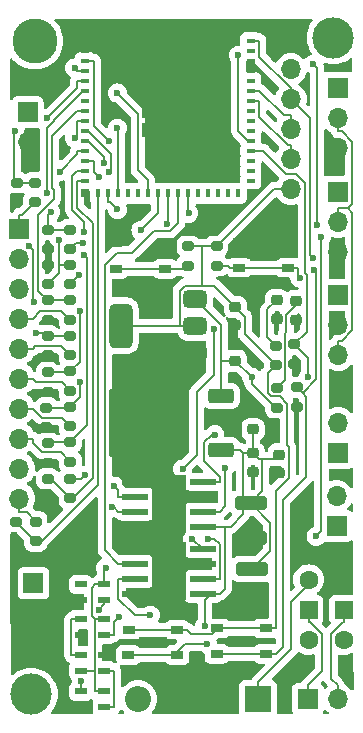
<source format=gbr>
%TF.GenerationSoftware,KiCad,Pcbnew,8.0.2-1*%
%TF.CreationDate,2025-02-04T18:40:10-06:00*%
%TF.ProjectId,ADACHI,41444143-4849-42e6-9b69-6361645f7063,rev?*%
%TF.SameCoordinates,Original*%
%TF.FileFunction,Copper,L1,Top*%
%TF.FilePolarity,Positive*%
%FSLAX46Y46*%
G04 Gerber Fmt 4.6, Leading zero omitted, Abs format (unit mm)*
G04 Created by KiCad (PCBNEW 8.0.2-1) date 2025-02-04 18:40:10*
%MOMM*%
%LPD*%
G01*
G04 APERTURE LIST*
G04 Aperture macros list*
%AMRoundRect*
0 Rectangle with rounded corners*
0 $1 Rounding radius*
0 $2 $3 $4 $5 $6 $7 $8 $9 X,Y pos of 4 corners*
0 Add a 4 corners polygon primitive as box body*
4,1,4,$2,$3,$4,$5,$6,$7,$8,$9,$2,$3,0*
0 Add four circle primitives for the rounded corners*
1,1,$1+$1,$2,$3*
1,1,$1+$1,$4,$5*
1,1,$1+$1,$6,$7*
1,1,$1+$1,$8,$9*
0 Add four rect primitives between the rounded corners*
20,1,$1+$1,$2,$3,$4,$5,0*
20,1,$1+$1,$4,$5,$6,$7,0*
20,1,$1+$1,$6,$7,$8,$9,0*
20,1,$1+$1,$8,$9,$2,$3,0*%
%AMOutline5P*
0 Free polygon, 5 corners , with rotation*
0 The origin of the aperture is its center*
0 number of corners: always 5*
0 $1 to $10 corner X, Y*
0 $11 Rotation angle, in degrees counterclockwise*
0 create outline with 5 corners*
4,1,5,$1,$2,$3,$4,$5,$6,$7,$8,$9,$10,$1,$2,$11*%
%AMOutline6P*
0 Free polygon, 6 corners , with rotation*
0 The origin of the aperture is its center*
0 number of corners: always 6*
0 $1 to $12 corner X, Y*
0 $13 Rotation angle, in degrees counterclockwise*
0 create outline with 6 corners*
4,1,6,$1,$2,$3,$4,$5,$6,$7,$8,$9,$10,$11,$12,$1,$2,$13*%
%AMOutline7P*
0 Free polygon, 7 corners , with rotation*
0 The origin of the aperture is its center*
0 number of corners: always 7*
0 $1 to $14 corner X, Y*
0 $15 Rotation angle, in degrees counterclockwise*
0 create outline with 7 corners*
4,1,7,$1,$2,$3,$4,$5,$6,$7,$8,$9,$10,$11,$12,$13,$14,$1,$2,$15*%
%AMOutline8P*
0 Free polygon, 8 corners , with rotation*
0 The origin of the aperture is its center*
0 number of corners: always 8*
0 $1 to $16 corner X, Y*
0 $17 Rotation angle, in degrees counterclockwise*
0 create outline with 8 corners*
4,1,8,$1,$2,$3,$4,$5,$6,$7,$8,$9,$10,$11,$12,$13,$14,$15,$16,$1,$2,$17*%
G04 Aperture macros list end*
%TA.AperFunction,ComponentPad*%
%ADD10R,1.700000X1.700000*%
%TD*%
%TA.AperFunction,ComponentPad*%
%ADD11O,1.700000X1.700000*%
%TD*%
%TA.AperFunction,SMDPad,CuDef*%
%ADD12RoundRect,0.200000X0.275000X-0.200000X0.275000X0.200000X-0.275000X0.200000X-0.275000X-0.200000X0*%
%TD*%
%TA.AperFunction,SMDPad,CuDef*%
%ADD13RoundRect,0.225000X0.250000X-0.225000X0.250000X0.225000X-0.250000X0.225000X-0.250000X-0.225000X0*%
%TD*%
%TA.AperFunction,ComponentPad*%
%ADD14C,2.600000*%
%TD*%
%TA.AperFunction,ConnectorPad*%
%ADD15C,3.500000*%
%TD*%
%TA.AperFunction,SMDPad,CuDef*%
%ADD16RoundRect,0.250000X0.850000X0.350000X-0.850000X0.350000X-0.850000X-0.350000X0.850000X-0.350000X0*%
%TD*%
%TA.AperFunction,SMDPad,CuDef*%
%ADD17RoundRect,0.250000X1.275000X1.125000X-1.275000X1.125000X-1.275000X-1.125000X1.275000X-1.125000X0*%
%TD*%
%TA.AperFunction,SMDPad,CuDef*%
%ADD18RoundRect,0.249997X2.950003X2.650003X-2.950003X2.650003X-2.950003X-2.650003X2.950003X-2.650003X0*%
%TD*%
%TA.AperFunction,SMDPad,CuDef*%
%ADD19RoundRect,0.225000X-0.250000X0.225000X-0.250000X-0.225000X0.250000X-0.225000X0.250000X0.225000X0*%
%TD*%
%TA.AperFunction,SMDPad,CuDef*%
%ADD20RoundRect,0.200000X-0.275000X0.200000X-0.275000X-0.200000X0.275000X-0.200000X0.275000X0.200000X0*%
%TD*%
%TA.AperFunction,ComponentPad*%
%ADD21R,1.500000X1.500000*%
%TD*%
%TA.AperFunction,ComponentPad*%
%ADD22C,1.600000*%
%TD*%
%TA.AperFunction,SMDPad,CuDef*%
%ADD23RoundRect,0.218750X0.256250X-0.218750X0.256250X0.218750X-0.256250X0.218750X-0.256250X-0.218750X0*%
%TD*%
%TA.AperFunction,SMDPad,CuDef*%
%ADD24RoundRect,0.250000X-1.100000X0.325000X-1.100000X-0.325000X1.100000X-0.325000X1.100000X0.325000X0*%
%TD*%
%TA.AperFunction,SMDPad,CuDef*%
%ADD25R,1.050000X0.650000*%
%TD*%
%TA.AperFunction,ConnectorPad*%
%ADD26C,3.800000*%
%TD*%
%TA.AperFunction,SMDPad,CuDef*%
%ADD27R,1.000000X0.600000*%
%TD*%
%TA.AperFunction,SMDPad,CuDef*%
%ADD28R,2.200000X0.500000*%
%TD*%
%TA.AperFunction,ComponentPad*%
%ADD29C,0.630000*%
%TD*%
%TA.AperFunction,SMDPad,CuDef*%
%ADD30R,2.950000X4.900000*%
%TD*%
%TA.AperFunction,SMDPad,CuDef*%
%ADD31RoundRect,0.375000X0.625000X0.375000X-0.625000X0.375000X-0.625000X-0.375000X0.625000X-0.375000X0*%
%TD*%
%TA.AperFunction,SMDPad,CuDef*%
%ADD32RoundRect,0.500000X0.500000X1.400000X-0.500000X1.400000X-0.500000X-1.400000X0.500000X-1.400000X0*%
%TD*%
%TA.AperFunction,SMDPad,CuDef*%
%ADD33R,0.800000X0.400000*%
%TD*%
%TA.AperFunction,SMDPad,CuDef*%
%ADD34R,0.400000X0.800000*%
%TD*%
%TA.AperFunction,SMDPad,CuDef*%
%ADD35Outline5P,-0.600000X0.204000X-0.204000X0.600000X0.600000X0.600000X0.600000X-0.600000X-0.600000X-0.600000X0.000000*%
%TD*%
%TA.AperFunction,SMDPad,CuDef*%
%ADD36R,1.200000X1.200000*%
%TD*%
%TA.AperFunction,SMDPad,CuDef*%
%ADD37R,0.800000X0.800000*%
%TD*%
%TA.AperFunction,ComponentPad*%
%ADD38R,2.200000X2.200000*%
%TD*%
%TA.AperFunction,ComponentPad*%
%ADD39O,2.200000X2.200000*%
%TD*%
%TA.AperFunction,ViaPad*%
%ADD40C,0.600000*%
%TD*%
%TA.AperFunction,Conductor*%
%ADD41C,0.200000*%
%TD*%
G04 APERTURE END LIST*
D10*
%TO.P,J2,1,Pin_1*%
%TO.N,GND*%
X148100000Y-98420000D03*
D11*
%TO.P,J2,2,Pin_2*%
%TO.N,BOOT*%
X148100000Y-100960000D03*
%TO.P,J2,3,Pin_3*%
%TO.N,EN*%
X148100000Y-103500000D03*
%TO.P,J2,4,Pin_4*%
%TO.N,TX*%
X148100000Y-106040000D03*
%TO.P,J2,5,Pin_5*%
%TO.N,RX*%
X148100000Y-108580000D03*
%TO.P,J2,6,Pin_6*%
%TO.N,3.3v*%
X148100000Y-111120000D03*
%TD*%
D12*
%TO.P,R2210k1,1*%
%TO.N,Net-(sensores1-Pin_8)*%
X129400000Y-134200000D03*
%TO.P,R2210k1,2*%
%TO.N,sensor8*%
X129400000Y-132550000D03*
%TD*%
D13*
%TO.P,C6,1*%
%TO.N,5v*%
X143400000Y-125675000D03*
%TO.P,C6,2*%
%TO.N,GND*%
X143400000Y-124125000D03*
%TD*%
D10*
%TO.P,xt30,1,Pin_1*%
%TO.N,Net-(positivo1-B)*%
X149525000Y-154300000D03*
D11*
%TO.P,xt30,2,Pin_2*%
%TO.N,Net-(negativo1-B)*%
X152065000Y-154300000D03*
%TD*%
D14*
%TO.P,H4,1*%
%TO.N,N/C*%
X126100000Y-153900000D03*
D15*
X126100000Y-153900000D03*
%TD*%
D16*
%TO.P,U1,1,IN*%
%TO.N,24v*%
X142200000Y-133200000D03*
D17*
%TO.P,U1,2,GND*%
%TO.N,GND*%
X137575000Y-132445000D03*
X137575000Y-129395000D03*
D18*
X135900000Y-130920000D03*
D17*
X134225000Y-132445000D03*
X134225000Y-129395000D03*
D16*
%TO.P,U1,3,OUT*%
%TO.N,5v*%
X142200000Y-128640000D03*
%TD*%
D10*
%TO.P,voltajesensores1,1,Pin_1*%
%TO.N,5v*%
X125800000Y-104625000D03*
D11*
%TO.P,voltajesensores1,2,Pin_2*%
%TO.N,GND*%
X125800000Y-107165000D03*
%TD*%
D12*
%TO.P,R4,1*%
%TO.N,5v*%
X146900000Y-129625000D03*
%TO.P,R4,2*%
%TO.N,Net-(led5v1-A)*%
X146900000Y-127975000D03*
%TD*%
D19*
%TO.P,C1,1*%
%TO.N,24v*%
X144900000Y-133500000D03*
%TO.P,C1,2*%
%TO.N,GND*%
X144900000Y-135050000D03*
%TD*%
D20*
%TO.P,R920k1,1*%
%TO.N,sensor2*%
X127500000Y-114550000D03*
%TO.P,R920k1,2*%
%TO.N,GND*%
X127500000Y-116200000D03*
%TD*%
D10*
%TO.P,servo2,1,Pin_1*%
%TO.N,servo2*%
X152100000Y-111360000D03*
D11*
%TO.P,servo2,2,Pin_2*%
%TO.N,5v*%
X152100000Y-113900000D03*
%TO.P,servo2,3,Pin_3*%
%TO.N,GND*%
X152100000Y-116440000D03*
%TD*%
D12*
%TO.P,R1410k1,1*%
%TO.N,Net-(sensores1-Pin_4)*%
X129400000Y-122200000D03*
%TO.P,R1410k1,2*%
%TO.N,sensor4*%
X129400000Y-120550000D03*
%TD*%
D10*
%TO.P,sensores1,1,Pin_1*%
%TO.N,Net-(sensores1-Pin_1)*%
X125100000Y-114480000D03*
D11*
%TO.P,sensores1,2,Pin_2*%
%TO.N,Net-(sensores1-Pin_2)*%
X125100000Y-117020000D03*
%TO.P,sensores1,3,Pin_3*%
%TO.N,Net-(sensores1-Pin_3)*%
X125100000Y-119560000D03*
%TO.P,sensores1,4,Pin_4*%
%TO.N,Net-(sensores1-Pin_4)*%
X125100000Y-122100000D03*
%TO.P,sensores1,5,Pin_5*%
%TO.N,Net-(sensores1-Pin_5)*%
X125100000Y-124640000D03*
%TO.P,sensores1,6,Pin_6*%
%TO.N,Net-(sensores1-Pin_6)*%
X125100000Y-127180000D03*
%TO.P,sensores1,7,Pin_7*%
%TO.N,Net-(sensores1-Pin_7)*%
X125100000Y-129720000D03*
%TO.P,sensores1,8,Pin_8*%
%TO.N,Net-(sensores1-Pin_8)*%
X125100000Y-132260000D03*
%TO.P,sensores1,9,Pin_9*%
%TO.N,Net-(sensores1-Pin_9)*%
X125100000Y-134800000D03*
%TO.P,sensores1,10,Pin_10*%
%TO.N,Net-(sensores1-Pin_10)*%
X125100000Y-137340000D03*
%TD*%
D14*
%TO.P,H1,1*%
%TO.N,N/C*%
X151700000Y-98300000D03*
D15*
X151700000Y-98300000D03*
%TD*%
D20*
%TO.P,R1,1*%
%TO.N,BT1*%
X148400000Y-124275000D03*
%TO.P,R1,2*%
%TO.N,GND*%
X148400000Y-125925000D03*
%TD*%
D21*
%TO.P,negativo1,1,B*%
%TO.N,Net-(negativo1-B)*%
X152600000Y-146740000D03*
D22*
%TO.P,negativo1,2,C*%
%TO.N,GND*%
X152600000Y-144200000D03*
%TO.P,negativo1,3,A*%
%TO.N,unconnected-(negativo1-A-Pad3)*%
X152600000Y-149280000D03*
%TD*%
D20*
%TO.P,R2,1*%
%TO.N,BT2*%
X148600000Y-127900000D03*
%TO.P,R2,2*%
%TO.N,GND*%
X148600000Y-129550000D03*
%TD*%
D23*
%TO.P,led5v1,1,K*%
%TO.N,GND*%
X148500000Y-122187500D03*
%TO.P,led5v1,2,A*%
%TO.N,Net-(led5v1-A)*%
X148500000Y-120612500D03*
%TD*%
D12*
%TO.P,R1120k1,1*%
%TO.N,sensor3*%
X127500000Y-119200000D03*
%TO.P,R1120k1,2*%
%TO.N,GND*%
X127500000Y-117550000D03*
%TD*%
D13*
%TO.P,C5,1*%
%TO.N,24v*%
X144900000Y-131475000D03*
%TO.P,C5,2*%
%TO.N,GND*%
X144900000Y-129925000D03*
%TD*%
D19*
%TO.P,C7,1*%
%TO.N,3.3v*%
X143400000Y-121125000D03*
%TO.P,C7,2*%
%TO.N,GND*%
X143400000Y-122675000D03*
%TD*%
D20*
%TO.P,R7,1*%
%TO.N,sensor1*%
X124900000Y-110600000D03*
%TO.P,R7,2*%
%TO.N,GND*%
X124900000Y-112250000D03*
%TD*%
D24*
%TO.P,C4,1*%
%TO.N,24v*%
X144800000Y-143300000D03*
%TO.P,C4,2*%
%TO.N,GND*%
X144800000Y-146250000D03*
%TD*%
D12*
%TO.P,R1210k1,1*%
%TO.N,Net-(sensores1-Pin_3)*%
X129400000Y-119200000D03*
%TO.P,R1210k1,2*%
%TO.N,sensor3*%
X129400000Y-117550000D03*
%TD*%
D20*
%TO.P,R2610k1,1*%
%TO.N,Net-(sensores1-Pin_10)*%
X126500000Y-139275000D03*
%TO.P,R2610k1,2*%
%TO.N,sensor10*%
X126500000Y-140925000D03*
%TD*%
D25*
%TO.P,RESET1,1,1*%
%TO.N,GND*%
X143725000Y-115625000D03*
X147875000Y-115625000D03*
%TO.P,RESET1,2,2*%
%TO.N,EN*%
X143725000Y-117775000D03*
X147850000Y-117775000D03*
%TD*%
D14*
%TO.P,H2,1*%
%TO.N,N/C*%
X126400000Y-98600000D03*
D26*
X126400000Y-98600000D03*
%TD*%
D25*
%TO.P,boton1,1,1*%
%TO.N,BT1*%
X138475000Y-150575000D03*
X134325000Y-150575000D03*
%TO.P,boton1,2,2*%
%TO.N,3.3v*%
X138475000Y-148425000D03*
X134350000Y-148425000D03*
%TD*%
D24*
%TO.P,C2,1*%
%TO.N,24v*%
X144700000Y-137700000D03*
%TO.P,C2,2*%
%TO.N,GND*%
X144700000Y-140650000D03*
%TD*%
D21*
%TO.P,positivo1,1,B*%
%TO.N,Net-(positivo1-B)*%
X149600000Y-146740000D03*
D22*
%TO.P,positivo1,2,C*%
%TO.N,Net-(D3-K)*%
X149600000Y-144200000D03*
%TO.P,positivo1,3,A*%
%TO.N,unconnected-(positivo1-A-Pad3)*%
X149600000Y-149280000D03*
%TD*%
D27*
%TO.P,D4,1,DOUT*%
%TO.N,Net-(D4-DOUT)*%
X132300000Y-151900000D03*
%TO.P,D4,2,VSS*%
%TO.N,GND*%
X132300000Y-150600000D03*
%TO.P,D4,3,DIN*%
%TO.N,Net-(D1-DOUT)*%
X130300000Y-150600000D03*
%TO.P,D4,4,VDD*%
%TO.N,5v*%
X130300000Y-151900000D03*
%TD*%
D12*
%TO.P,R1010k1,1*%
%TO.N,Net-(sensores1-Pin_2)*%
X129400000Y-116200000D03*
%TO.P,R1010k1,2*%
%TO.N,sensor2*%
X129400000Y-114550000D03*
%TD*%
%TO.P,R1610k1,1*%
%TO.N,Net-(sensores1-Pin_5)*%
X129400000Y-125200000D03*
%TO.P,R1610k1,2*%
%TO.N,sensor5*%
X129400000Y-123550000D03*
%TD*%
D20*
%TO.P,R1520k1,1*%
%TO.N,sensor5*%
X127500000Y-123550000D03*
%TO.P,R1520k1,2*%
%TO.N,GND*%
X127500000Y-125200000D03*
%TD*%
D12*
%TO.P,R5,1*%
%TO.N,EN*%
X141800000Y-117625000D03*
%TO.P,R5,2*%
%TO.N,3.3v*%
X141800000Y-115975000D03*
%TD*%
D10*
%TO.P,conectormotor1,1,Pin_1*%
%TO.N,Net-(conectormotor1-Pin_1)*%
X152075000Y-133450000D03*
D11*
%TO.P,conectormotor1,2,Pin_2*%
%TO.N,Net-(conectormotor1-Pin_2)*%
X152075000Y-130910000D03*
%TD*%
D28*
%TO.P,driver1,1,GND*%
%TO.N,GND*%
X134900000Y-135900000D03*
%TO.P,driver1,2,IN2*%
%TO.N,MA2*%
X134900000Y-137170000D03*
%TO.P,driver1,3,IN1*%
%TO.N,MA1*%
X134900000Y-138440000D03*
%TO.P,driver1,4,ILIM*%
%TO.N,GND*%
X134900000Y-139710000D03*
%TO.P,driver1,5,VM*%
%TO.N,24v*%
X140650000Y-139710000D03*
%TO.P,driver1,6,OUT1*%
%TO.N,Net-(conectormotor1-Pin_1)*%
X140650000Y-138440000D03*
%TO.P,driver1,7,GND*%
%TO.N,GND*%
X140650000Y-137170000D03*
%TO.P,driver1,8,OUT2*%
%TO.N,Net-(conectormotor1-Pin_2)*%
X140650000Y-135900000D03*
D29*
%TO.P,driver1,9,GND*%
%TO.N,GND*%
X137125000Y-136505000D03*
X137125000Y-137805000D03*
X137125000Y-139105000D03*
D30*
X137775000Y-137805000D03*
D29*
X138425000Y-136505000D03*
X138425000Y-137805000D03*
X138425000Y-139105000D03*
%TD*%
D20*
%TO.P,R2320k1,1*%
%TO.N,sensor9*%
X127500000Y-135650000D03*
%TO.P,R2320k1,2*%
%TO.N,GND*%
X127500000Y-137300000D03*
%TD*%
D31*
%TO.P,reguladr3v1,1,ADJ*%
%TO.N,GND*%
X140000000Y-125000000D03*
%TO.P,reguladr3v1,2,VO*%
%TO.N,3.3v*%
X140000000Y-122700000D03*
D32*
X133700000Y-122700000D03*
D31*
%TO.P,reguladr3v1,3,VI*%
%TO.N,5v*%
X140000000Y-120400000D03*
%TD*%
D20*
%TO.P,R1720k1,1*%
%TO.N,sensor6*%
X127500000Y-126650000D03*
%TO.P,R1720k1,2*%
%TO.N,GND*%
X127500000Y-128300000D03*
%TD*%
D12*
%TO.P,R2010k1,1*%
%TO.N,Net-(sensores1-Pin_7)*%
X129400000Y-131200000D03*
%TO.P,R2010k1,2*%
%TO.N,sensor7*%
X129400000Y-129550000D03*
%TD*%
D19*
%TO.P,C3,1*%
%TO.N,24v*%
X147100000Y-133600000D03*
%TO.P,C3,2*%
%TO.N,GND*%
X147100000Y-135150000D03*
%TD*%
D20*
%TO.P,R2520k1,1*%
%TO.N,sensor10*%
X124800000Y-139275000D03*
%TO.P,R2520k1,2*%
%TO.N,GND*%
X124800000Y-140925000D03*
%TD*%
D23*
%TO.P,led1,1,K*%
%TO.N,GND*%
X146900000Y-122087500D03*
%TO.P,led1,2,A*%
%TO.N,Net-(led1-A)*%
X146900000Y-120512500D03*
%TD*%
D25*
%TO.P,boton2,1,1*%
%TO.N,BT2*%
X145975000Y-150475000D03*
X141825000Y-150475000D03*
%TO.P,boton2,2,2*%
%TO.N,3.3v*%
X145975000Y-148325000D03*
X141850000Y-148325000D03*
%TD*%
%TO.P,BOOT1,1,1*%
%TO.N,GND*%
X133325000Y-115725000D03*
X137475000Y-115725000D03*
%TO.P,BOOT1,2,2*%
%TO.N,GPIO0*%
X133325000Y-117875000D03*
X137450000Y-117875000D03*
%TD*%
D10*
%TO.P,arrancador1,1,Pin_1*%
%TO.N,arrancador*%
X152100000Y-120075000D03*
D11*
%TO.P,arrancador1,2,Pin_2*%
%TO.N,GND*%
X152100000Y-122615000D03*
%TO.P,arrancador1,3,Pin_3*%
%TO.N,5v*%
X152100000Y-125155000D03*
%TD*%
D20*
%TO.P,R2410k1,1*%
%TO.N,Net-(sensores1-Pin_9)*%
X129400000Y-135650000D03*
%TO.P,R2410k1,2*%
%TO.N,sensor9*%
X129400000Y-137300000D03*
%TD*%
D12*
%TO.P,R3,1*%
%TO.N,3.3v*%
X146800000Y-126025000D03*
%TO.P,R3,2*%
%TO.N,Net-(led1-A)*%
X146800000Y-124375000D03*
%TD*%
D10*
%TO.P,servo1,1,Pin_1*%
%TO.N,servo1*%
X152100000Y-102560000D03*
D11*
%TO.P,servo1,2,Pin_2*%
%TO.N,5v*%
X152100000Y-105100000D03*
%TO.P,servo1,3,Pin_3*%
%TO.N,GND*%
X152100000Y-107640000D03*
%TD*%
D12*
%TO.P,R1810k1,1*%
%TO.N,Net-(sensores1-Pin_6)*%
X129400000Y-128200000D03*
%TO.P,R1810k1,2*%
%TO.N,sensor6*%
X129400000Y-126550000D03*
%TD*%
%TO.P,R6,1*%
%TO.N,GPIO0*%
X139400000Y-117625000D03*
%TO.P,R6,2*%
%TO.N,3.3v*%
X139400000Y-115975000D03*
%TD*%
D20*
%TO.P,R1920k1,1*%
%TO.N,sensor7*%
X127400000Y-129650000D03*
%TO.P,R1920k1,2*%
%TO.N,GND*%
X127400000Y-131300000D03*
%TD*%
D33*
%TO.P,U2,1,GND*%
%TO.N,GND*%
X130700000Y-98550000D03*
%TO.P,U2,2,GND*%
X130700000Y-99400000D03*
%TO.P,U2,3,3V3*%
%TO.N,3.3v*%
X130700000Y-100250000D03*
%TO.P,U2,4,IO0*%
%TO.N,BOOT*%
X130700000Y-101100000D03*
%TO.P,U2,5,IO1*%
%TO.N,sensor2*%
X130700000Y-101950000D03*
%TO.P,U2,6,IO2*%
%TO.N,sensor3*%
X130700000Y-102800000D03*
%TO.P,U2,7,IO3*%
%TO.N,unconnected-(U2-IO3-Pad7)*%
X130700000Y-103650000D03*
%TO.P,U2,8,IO4*%
%TO.N,sensor4*%
X130700000Y-104500000D03*
%TO.P,U2,9,IO5*%
%TO.N,MA1*%
X130700000Y-105350000D03*
%TO.P,U2,10,IO6*%
%TO.N,MA2*%
X130700000Y-106200000D03*
%TO.P,U2,11,IO7*%
%TO.N,sensor5*%
X130700000Y-107050000D03*
%TO.P,U2,12,IO8*%
%TO.N,sensor6*%
X130700000Y-107900000D03*
%TO.P,U2,13,IO9*%
%TO.N,sensor7*%
X130700000Y-108750000D03*
%TO.P,U2,14,IO10*%
%TO.N,sensor8*%
X130700000Y-109600000D03*
%TO.P,U2,15,IO11*%
%TO.N,sensor9*%
X130700000Y-110450000D03*
D34*
%TO.P,U2,16,IO12*%
%TO.N,sensor10*%
X131750000Y-111500000D03*
%TO.P,U2,17,IO13*%
%TO.N,servo2*%
X132600000Y-111500000D03*
%TO.P,U2,18,IO14*%
%TO.N,servo1*%
X133450000Y-111500000D03*
%TO.P,U2,19,IO15*%
%TO.N,unconnected-(U2-IO15-Pad19)*%
X134300000Y-111500000D03*
%TO.P,U2,20,IO16*%
%TO.N,unconnected-(U2-IO16-Pad20)*%
X135150000Y-111500000D03*
%TO.P,U2,21,IO17*%
%TO.N,sensor1*%
X136000000Y-111500000D03*
%TO.P,U2,22,IO18*%
%TO.N,leds*%
X136850000Y-111500000D03*
%TO.P,U2,23,IO19*%
%TO.N,arrancador*%
X137700000Y-111500000D03*
%TO.P,U2,24,IO20*%
%TO.N,MB2*%
X138550000Y-111500000D03*
%TO.P,U2,25,IO21*%
%TO.N,MB1*%
X139400000Y-111500000D03*
%TO.P,U2,26,IO26*%
%TO.N,unconnected-(U2-IO26-Pad26)*%
X140250000Y-111500000D03*
%TO.P,U2,27,IO47*%
%TO.N,unconnected-(U2-IO47-Pad27)*%
X141100000Y-111500000D03*
%TO.P,U2,28,IO33*%
%TO.N,unconnected-(U2-IO33-Pad28)*%
X141950000Y-111500000D03*
%TO.P,U2,29,IO34*%
%TO.N,unconnected-(U2-IO34-Pad29)*%
X142800000Y-111500000D03*
%TO.P,U2,30,IO48*%
%TO.N,unconnected-(U2-IO48-Pad30)*%
X143650000Y-111500000D03*
D33*
%TO.P,U2,31,IO35*%
%TO.N,unconnected-(U2-IO35-Pad31)*%
X144700000Y-110450000D03*
%TO.P,U2,32,IO36*%
%TO.N,unconnected-(U2-IO36-Pad32)*%
X144700000Y-109600000D03*
%TO.P,U2,33,IO37*%
%TO.N,unconnected-(U2-IO37-Pad33)*%
X144700000Y-108750000D03*
%TO.P,U2,34,IO38*%
%TO.N,BT1*%
X144700000Y-107900000D03*
%TO.P,U2,35,IO39*%
%TO.N,BT2*%
X144700000Y-107050000D03*
%TO.P,U2,36,IO40*%
%TO.N,unconnected-(U2-IO40-Pad36)*%
X144700000Y-106200000D03*
%TO.P,U2,37,IO41*%
%TO.N,unconnected-(U2-IO41-Pad37)*%
X144700000Y-105350000D03*
%TO.P,U2,38,IO42*%
%TO.N,unconnected-(U2-IO42-Pad38)*%
X144700000Y-104500000D03*
%TO.P,U2,39,TXD0*%
%TO.N,RX*%
X144700000Y-103650000D03*
%TO.P,U2,40,RXD0*%
%TO.N,TX*%
X144700000Y-102800000D03*
%TO.P,U2,41,IO45*%
%TO.N,unconnected-(U2-IO45-Pad41)*%
X144700000Y-101950000D03*
%TO.P,U2,42,GND*%
%TO.N,GND*%
X144700000Y-101100000D03*
%TO.P,U2,43,GND*%
X144700000Y-100250000D03*
%TO.P,U2,44,IO46*%
%TO.N,unconnected-(U2-IO46-Pad44)*%
X144700000Y-99400000D03*
%TO.P,U2,45,EN*%
%TO.N,EN*%
X144700000Y-98550000D03*
D34*
%TO.P,U2,46,GND*%
%TO.N,GND*%
X143650000Y-97500000D03*
%TO.P,U2,47,GND*%
X142800000Y-97500000D03*
%TO.P,U2,48,GND*%
X141950000Y-97500000D03*
%TO.P,U2,49,GND*%
X141100000Y-97500000D03*
%TO.P,U2,50,GND*%
X140250000Y-97500000D03*
%TO.P,U2,51,GND*%
X139400000Y-97500000D03*
%TO.P,U2,52,GND*%
X138550000Y-97500000D03*
%TO.P,U2,53,GND*%
X137700000Y-97500000D03*
%TO.P,U2,54,GND*%
X136850000Y-97500000D03*
%TO.P,U2,55,GND*%
X136000000Y-97500000D03*
%TO.P,U2,56,GND*%
X135150000Y-97500000D03*
%TO.P,U2,57,GND*%
X134300000Y-97500000D03*
%TO.P,U2,58,GND*%
X133450000Y-97500000D03*
%TO.P,U2,59,GND*%
X132600000Y-97500000D03*
%TO.P,U2,60,GND*%
X131750000Y-97500000D03*
D35*
%TO.P,U2,61,GND*%
X136050000Y-102850000D03*
D36*
X136050000Y-104500000D03*
X136050000Y-106150000D03*
X137700000Y-102850000D03*
X137700000Y-104500000D03*
X137700000Y-106150000D03*
X139350000Y-102850000D03*
X139350000Y-104500000D03*
X139350000Y-106150000D03*
D37*
%TO.P,U2,62,GND*%
X130700000Y-97500000D03*
%TO.P,U2,63,GND*%
X130700000Y-111500000D03*
%TO.P,U2,64,GND*%
X144700000Y-111500000D03*
%TO.P,U2,65,GND*%
X144700000Y-97500000D03*
%TD*%
D20*
%TO.P,R1320k1,1*%
%TO.N,sensor4*%
X127500000Y-120550000D03*
%TO.P,R1320k1,2*%
%TO.N,GND*%
X127500000Y-122200000D03*
%TD*%
D12*
%TO.P,R8,1*%
%TO.N,Net-(sensores1-Pin_1)*%
X126400000Y-112225000D03*
%TO.P,R8,2*%
%TO.N,sensor1*%
X126400000Y-110575000D03*
%TD*%
D27*
%TO.P,D2,1,DOUT*%
%TO.N,unconnected-(D2-DOUT-Pad1)*%
X130300000Y-144600000D03*
%TO.P,D2,2,VSS*%
%TO.N,GND*%
X130300000Y-145900000D03*
%TO.P,D2,3,DIN*%
%TO.N,Net-(D2-DIN)*%
X132300000Y-145900000D03*
%TO.P,D2,4,VDD*%
%TO.N,5v*%
X132300000Y-144600000D03*
%TD*%
D28*
%TO.P,driver2,1,GND*%
%TO.N,GND*%
X134900000Y-141590000D03*
%TO.P,driver2,2,IN2*%
%TO.N,MB2*%
X134900000Y-142860000D03*
%TO.P,driver2,3,IN1*%
%TO.N,MB1*%
X134900000Y-144130000D03*
%TO.P,driver2,4,ILIM*%
%TO.N,GND*%
X134900000Y-145400000D03*
%TO.P,driver2,5,VM*%
%TO.N,24v*%
X140650000Y-145400000D03*
%TO.P,driver2,6,OUT1*%
%TO.N,Net-(conectormotor2-Pin_1)*%
X140650000Y-144130000D03*
%TO.P,driver2,7,GND*%
%TO.N,GND*%
X140650000Y-142860000D03*
%TO.P,driver2,8,OUT2*%
%TO.N,Net-(conectormotor2-Pin_2)*%
X140650000Y-141590000D03*
D29*
%TO.P,driver2,9,GND*%
%TO.N,GND*%
X137125000Y-142195000D03*
X137125000Y-143495000D03*
X137125000Y-144795000D03*
D30*
X137775000Y-143495000D03*
D29*
X138425000Y-142195000D03*
X138425000Y-143495000D03*
X138425000Y-144795000D03*
%TD*%
D20*
%TO.P,R2120k1,1*%
%TO.N,sensor8*%
X127500000Y-132650000D03*
%TO.P,R2120k1,2*%
%TO.N,GND*%
X127500000Y-134300000D03*
%TD*%
D10*
%TO.P,conectormotor2,1,Pin_1*%
%TO.N,Net-(conectormotor2-Pin_1)*%
X151975000Y-139640000D03*
D11*
%TO.P,conectormotor2,2,Pin_2*%
%TO.N,Net-(conectormotor2-Pin_2)*%
X151975000Y-137100000D03*
%TD*%
D27*
%TO.P,D1,1,DOUT*%
%TO.N,Net-(D1-DOUT)*%
X130300000Y-147550000D03*
%TO.P,D1,2,VSS*%
%TO.N,GND*%
X130300000Y-148850000D03*
%TO.P,D1,3,DIN*%
%TO.N,leds*%
X132300000Y-148850000D03*
%TO.P,D1,4,VDD*%
%TO.N,5v*%
X132300000Y-147550000D03*
%TD*%
D10*
%TO.P,voltajesensores2,1,Pin_1*%
%TO.N,5v*%
X126300000Y-144500000D03*
D11*
%TO.P,voltajesensores2,2,Pin_2*%
%TO.N,GND*%
X126300000Y-147040000D03*
%TD*%
D27*
%TO.P,D5,1,DOUT*%
%TO.N,Net-(D2-DIN)*%
X130300000Y-153650000D03*
%TO.P,D5,2,VSS*%
%TO.N,GND*%
X130300000Y-154950000D03*
%TO.P,D5,3,DIN*%
%TO.N,Net-(D4-DOUT)*%
X132300000Y-154950000D03*
%TO.P,D5,4,VDD*%
%TO.N,5v*%
X132300000Y-153650000D03*
%TD*%
D38*
%TO.P,D3,1,K*%
%TO.N,Net-(D3-K)*%
X145305000Y-154300000D03*
D39*
%TO.P,D3,2,A*%
%TO.N,24v*%
X135145000Y-154300000D03*
%TD*%
D40*
%TO.N,arrancador*%
X137584400Y-114096400D03*
%TO.N,BOOT*%
X129795500Y-100864000D03*
%TO.N,5v*%
X144770300Y-127032800D03*
X132420700Y-143204900D03*
%TO.N,Net-(conectormotor1-Pin_1)*%
X142502800Y-134773000D03*
%TO.N,Net-(conectormotor1-Pin_2)*%
X141645800Y-131911700D03*
%TO.N,EN*%
X149982900Y-116964600D03*
X148854700Y-118649900D03*
%TO.N,BT2*%
X150324400Y-114135700D03*
X149976900Y-100547800D03*
X150082100Y-117984800D03*
X143659300Y-99805000D03*
%TO.N,24v*%
X140799000Y-148112500D03*
%TO.N,sensor2*%
X127404400Y-105142600D03*
X127755300Y-113089500D03*
%TO.N,sensor5*%
X126518700Y-123327100D03*
X132246500Y-108933300D03*
%TO.N,sensor3*%
X128494100Y-115419100D03*
X127423500Y-111459600D03*
%TO.N,Net-(conectormotor2-Pin_1)*%
X141112400Y-140738000D03*
%TO.N,Net-(conectormotor2-Pin_2)*%
X139761500Y-140738000D03*
%TO.N,MA1*%
X129795500Y-106809500D03*
X132959300Y-138070300D03*
%TO.N,MA2*%
X132693300Y-109698300D03*
X133125900Y-136264800D03*
%TO.N,leds*%
X138937700Y-134812400D03*
X141550700Y-122932500D03*
X135398100Y-114615800D03*
X133505000Y-147353200D03*
%TO.N,sensor8*%
X130540100Y-114747700D03*
X130543900Y-116683100D03*
%TO.N,sensor1*%
X133409300Y-102990300D03*
X124733200Y-106178200D03*
%TO.N,sensor7*%
X130246000Y-127419100D03*
X131811300Y-110112300D03*
%TO.N,sensor6*%
X128513500Y-109653300D03*
X125929900Y-115914800D03*
X126377900Y-120662400D03*
X130202600Y-121417500D03*
%TO.N,servo1*%
X133409300Y-105975200D03*
%TO.N,servo2*%
X133409300Y-112851600D03*
%TO.N,Net-(D2-DIN)*%
X131817400Y-146725000D03*
X130344700Y-152775000D03*
%TO.N,3.3v*%
X132694900Y-107091000D03*
%TO.N,MB1*%
X150665800Y-115170000D03*
X136201300Y-147201000D03*
X139461500Y-113176500D03*
X150227400Y-140538100D03*
%TO.N,BT1*%
X149564100Y-127029600D03*
X141032200Y-149632000D03*
%TO.N,Net-(sensores1-Pin_2)*%
X130466400Y-115668400D03*
%TO.N,Net-(sensores1-Pin_3)*%
X130115800Y-118419100D03*
%TO.N,Net-(sensores1-Pin_9)*%
X130656700Y-135345100D03*
%TD*%
D41*
%TO.N,arrancador*%
X137700000Y-113980800D02*
X137584400Y-114096400D01*
X137700000Y-111500000D02*
X137700000Y-113980800D01*
%TO.N,RX*%
X148100000Y-108580000D02*
X148100000Y-107428300D01*
X147831500Y-107428300D02*
X148100000Y-107428300D01*
X144700000Y-103650000D02*
X145401700Y-103650000D01*
X145401700Y-103650000D02*
X145401700Y-104998500D01*
X145401700Y-104998500D02*
X147831500Y-107428300D01*
%TO.N,BOOT*%
X129998300Y-101066800D02*
X129998300Y-101100000D01*
X129795500Y-100864000D02*
X129998300Y-101066800D01*
X130700000Y-101100000D02*
X129998300Y-101100000D01*
%TO.N,5v*%
X152100000Y-105100000D02*
X152100000Y-106251700D01*
X130300000Y-151900000D02*
X131101700Y-151900000D01*
X144764100Y-127039000D02*
X144764000Y-127039100D01*
X131498300Y-151900200D02*
X131498100Y-151900000D01*
X146796300Y-129625000D02*
X146900000Y-129625000D01*
X132300000Y-153650000D02*
X131498300Y-153650000D01*
X144770300Y-127032800D02*
X144764100Y-127039000D01*
X131498100Y-151900000D02*
X131498100Y-147550200D01*
X142200000Y-128640000D02*
X142200000Y-125675000D01*
X131498300Y-144600000D02*
X131215700Y-144882600D01*
X142200000Y-122600000D02*
X140000000Y-120400000D01*
X153251700Y-107115400D02*
X153251700Y-112411100D01*
X132300000Y-147550000D02*
X131498300Y-147550000D01*
X152100000Y-124003300D02*
X152387900Y-124003300D01*
X131498300Y-153650000D02*
X131498300Y-151900200D01*
X152914500Y-112748300D02*
X152100000Y-112748300D01*
X132300000Y-143325600D02*
X132300000Y-144600000D01*
X153295600Y-123095600D02*
X153295600Y-113129400D01*
X152100000Y-113900000D02*
X152100000Y-112748300D01*
X132420700Y-143204900D02*
X132300000Y-143325600D01*
X142200000Y-125675000D02*
X142200000Y-122600000D01*
X142200000Y-125675000D02*
X143400000Y-125675000D01*
X153251700Y-112411100D02*
X152914500Y-112748300D01*
X153295600Y-113129400D02*
X152914500Y-112748300D01*
X131498100Y-147550200D02*
X131498300Y-147550000D01*
X152100000Y-106251700D02*
X152388000Y-106251700D01*
X131215700Y-147267400D02*
X131498300Y-147550000D01*
X152387900Y-124003300D02*
X153295600Y-123095600D01*
X152388000Y-106251700D02*
X153251700Y-107115400D01*
X131215700Y-144882600D02*
X131215700Y-147267400D01*
X143400000Y-125675000D02*
X144764100Y-127039000D01*
X144764000Y-127039100D02*
X144764000Y-127592700D01*
X144764000Y-127592700D02*
X146796300Y-129625000D01*
X131498100Y-151900000D02*
X131101700Y-151900000D01*
X152100000Y-125155000D02*
X152100000Y-124003300D01*
X132300000Y-144600000D02*
X131498300Y-144600000D01*
%TO.N,Net-(conectormotor1-Pin_1)*%
X142502800Y-134773000D02*
X142502800Y-137988900D01*
X142502800Y-137988900D02*
X142051700Y-138440000D01*
X140650000Y-138440000D02*
X142051700Y-138440000D01*
%TO.N,Net-(conectormotor1-Pin_2)*%
X140742000Y-134176600D02*
X140742000Y-132555800D01*
X141386100Y-131911700D02*
X141645800Y-131911700D01*
X142051700Y-135486300D02*
X140742000Y-134176600D01*
X140650000Y-135900000D02*
X142051700Y-135900000D01*
X140742000Y-132555800D02*
X141386100Y-131911700D01*
X142051700Y-135900000D02*
X142051700Y-135486300D01*
%TO.N,EN*%
X149722700Y-105122700D02*
X149722700Y-116704400D01*
X147850000Y-117775000D02*
X148676700Y-117775000D01*
X148100000Y-102924100D02*
X148100000Y-102514600D01*
X148676700Y-118471900D02*
X148854700Y-118649900D01*
X148100000Y-103500000D02*
X148100000Y-103061000D01*
X143725000Y-117775000D02*
X147850000Y-117775000D01*
X141800000Y-117625000D02*
X142748300Y-117625000D01*
X148100000Y-103500000D02*
X149722700Y-105122700D01*
X144700000Y-98550000D02*
X145401700Y-98550000D01*
X145401700Y-98550000D02*
X145401700Y-99934200D01*
X143412500Y-117775000D02*
X143725000Y-117775000D01*
X143412500Y-117775000D02*
X142898300Y-117775000D01*
X147982100Y-102514600D02*
X148100000Y-102514600D01*
X145401700Y-99934200D02*
X147982100Y-102514600D01*
X149722700Y-116704400D02*
X149982900Y-116964600D01*
X142748300Y-117625000D02*
X142898300Y-117775000D01*
X148100000Y-102924100D02*
X148100000Y-103061000D01*
X148676700Y-117775000D02*
X148676700Y-118471900D01*
%TO.N,BT2*%
X143659300Y-106246900D02*
X143659300Y-99805000D01*
X150082100Y-117984800D02*
X150220700Y-118123400D01*
X146801700Y-150475000D02*
X147405800Y-149870900D01*
X150220700Y-127245400D02*
X149083100Y-128383000D01*
X150324400Y-114135700D02*
X150324400Y-100895300D01*
X141825000Y-150475000D02*
X145975000Y-150475000D01*
X144700000Y-107050000D02*
X144462400Y-107050000D01*
X149083100Y-128383000D02*
X148600000Y-127900000D01*
X144462400Y-107050000D02*
X143659300Y-106246900D01*
X150324400Y-100895300D02*
X149976900Y-100547800D01*
X145975000Y-150475000D02*
X146801700Y-150475000D01*
X149400900Y-135492400D02*
X149400900Y-128700900D01*
X147405800Y-149870900D02*
X147405800Y-137487500D01*
X150220700Y-118123400D02*
X150220700Y-127245400D01*
X147405800Y-137487500D02*
X149400900Y-135492400D01*
X149400900Y-128700900D02*
X149083100Y-128383000D01*
%TO.N,TX*%
X147490000Y-104888300D02*
X148100000Y-104888300D01*
X148100000Y-106040000D02*
X148100000Y-104888300D01*
X144700000Y-102800000D02*
X145401700Y-102800000D01*
X145401700Y-102800000D02*
X147490000Y-104888300D01*
%TO.N,24v*%
X142200000Y-133200000D02*
X143779800Y-133200000D01*
X144700000Y-137700000D02*
X146368500Y-139368500D01*
X142477300Y-139710000D02*
X140650000Y-139710000D01*
X144700000Y-137700000D02*
X145681200Y-136718800D01*
X142989800Y-139710000D02*
X142477300Y-139710000D01*
X144900000Y-133500000D02*
X144900000Y-131475000D01*
X140650000Y-145400000D02*
X141350900Y-145400000D01*
X142477300Y-144974400D02*
X142477300Y-139710000D01*
X146700600Y-133999400D02*
X145681200Y-133999400D01*
X142051700Y-145400000D02*
X142477300Y-144974400D01*
X144079800Y-133500000D02*
X144900000Y-133500000D01*
X144079800Y-138620000D02*
X142989800Y-139710000D01*
X141350900Y-145400000D02*
X142051700Y-145400000D01*
X146368500Y-139368500D02*
X146368500Y-141731500D01*
X144079800Y-133500000D02*
X144079800Y-138620000D01*
X146368500Y-141731500D02*
X144800000Y-143300000D01*
X140799000Y-145951900D02*
X141350900Y-145400000D01*
X145399400Y-133999400D02*
X144900000Y-133500000D01*
X140799000Y-148112500D02*
X140799000Y-145951900D01*
X145681200Y-133999400D02*
X145399400Y-133999400D01*
X143779800Y-133200000D02*
X144079800Y-133500000D01*
X145681200Y-136718800D02*
X145681200Y-133999400D01*
X147100000Y-133600000D02*
X146700600Y-133999400D01*
%TO.N,Net-(led1-A)*%
X146101700Y-121310800D02*
X146101700Y-123676700D01*
X146900000Y-120512500D02*
X146101700Y-121310800D01*
X146101700Y-123676700D02*
X146800000Y-124375000D01*
%TO.N,sensor2*%
X127500000Y-114550000D02*
X129400000Y-114550000D01*
X127500000Y-113344800D02*
X127500000Y-114550000D01*
X127755300Y-113089500D02*
X127500000Y-113344800D01*
X130700000Y-101950000D02*
X129998300Y-101950000D01*
X129998300Y-102548700D02*
X127404400Y-105142600D01*
X129998300Y-101950000D02*
X129998300Y-102548700D01*
%TO.N,sensor9*%
X131304400Y-114027000D02*
X131304400Y-135581500D01*
X131304400Y-135581500D02*
X129618400Y-137267500D01*
X129998300Y-110450000D02*
X129998300Y-112720900D01*
X129400000Y-137300000D02*
X129400000Y-137267500D01*
X130700000Y-110450000D02*
X129998300Y-110450000D01*
X127782500Y-135650000D02*
X129400000Y-137267500D01*
X129998300Y-112720900D02*
X131304400Y-114027000D01*
X129618400Y-137267500D02*
X129400000Y-137267500D01*
X127500000Y-135650000D02*
X127782500Y-135650000D01*
%TO.N,sensor5*%
X132246400Y-108410400D02*
X132246400Y-108933300D01*
X126518700Y-123327100D02*
X127277100Y-123327100D01*
X127277100Y-123327100D02*
X127500000Y-123550000D01*
X130700000Y-107050000D02*
X130886000Y-107050000D01*
X130886000Y-107050000D02*
X132246400Y-108410400D01*
X127500000Y-123550000D02*
X129400000Y-123550000D01*
X132246400Y-108933300D02*
X132246500Y-108933300D01*
%TO.N,sensor3*%
X127423500Y-111459600D02*
X127423500Y-105974400D01*
X128494100Y-115419100D02*
X128494100Y-117550000D01*
X128006100Y-105391800D02*
X128006100Y-105297400D01*
X129400000Y-117550000D02*
X128494100Y-117550000D01*
X130503500Y-102800000D02*
X130700000Y-102800000D01*
X128494100Y-118205900D02*
X127500000Y-119200000D01*
X128006100Y-105297400D02*
X130503500Y-102800000D01*
X127423500Y-105974400D02*
X128006100Y-105391800D01*
X128494100Y-117550000D02*
X128494100Y-118205900D01*
%TO.N,sensor4*%
X127500000Y-120550000D02*
X129400000Y-120550000D01*
X128025200Y-111210400D02*
X127864300Y-111049500D01*
X126679400Y-119729400D02*
X126679400Y-113314600D01*
X126679400Y-113314600D02*
X128025200Y-111968800D01*
X127864300Y-106634000D02*
X129998300Y-104500000D01*
X128025200Y-111968800D02*
X128025200Y-111210400D01*
X127864300Y-111049500D02*
X127864300Y-106634000D01*
X130700000Y-104500000D02*
X129998300Y-104500000D01*
X127500000Y-120550000D02*
X126679400Y-119729400D01*
%TO.N,Net-(conectormotor2-Pin_1)*%
X142051700Y-141171800D02*
X142051700Y-144130000D01*
X140650000Y-144130000D02*
X142051700Y-144130000D01*
X141617900Y-140738000D02*
X142051700Y-141171800D01*
X141112400Y-140738000D02*
X141617900Y-140738000D01*
%TO.N,Net-(conectormotor2-Pin_2)*%
X139761500Y-140738000D02*
X140613500Y-141590000D01*
X140613500Y-141590000D02*
X140650000Y-141590000D01*
%TO.N,MA1*%
X132959300Y-138070300D02*
X133128600Y-138070300D01*
X134900000Y-138440000D02*
X133498300Y-138440000D01*
X129998300Y-106606700D02*
X129795500Y-106809500D01*
X129998300Y-105350000D02*
X129998300Y-106606700D01*
X130700000Y-105350000D02*
X129998300Y-105350000D01*
X133128600Y-138070300D02*
X133498300Y-138440000D01*
%TO.N,MA2*%
X132848200Y-108171500D02*
X130876700Y-106200000D01*
X132693300Y-109698300D02*
X132848200Y-109543400D01*
X133498300Y-137170000D02*
X133498300Y-136637200D01*
X133498300Y-136637200D02*
X133125900Y-136264800D01*
X132848200Y-109543400D02*
X132848200Y-108171500D01*
X134900000Y-137170000D02*
X133498300Y-137170000D01*
X130876700Y-106200000D02*
X130700000Y-106200000D01*
%TO.N,Net-(D1-DOUT)*%
X129498300Y-148085700D02*
X129499800Y-148084200D01*
X129498300Y-150600000D02*
X129498300Y-148085700D01*
X129498300Y-147550100D02*
X129498300Y-147550000D01*
X129499800Y-147551600D02*
X129498300Y-147550100D01*
X130300000Y-150600000D02*
X129498300Y-150600000D01*
X129499800Y-148084200D02*
X129499800Y-147551600D01*
X130300000Y-147550000D02*
X129498300Y-147550000D01*
%TO.N,leds*%
X140109900Y-133640200D02*
X140109900Y-128297800D01*
X135398100Y-114615800D02*
X136850000Y-113163900D01*
X138937700Y-134812400D02*
X140109900Y-133640200D01*
X133101700Y-148850000D02*
X133101700Y-147756500D01*
X140109900Y-128297800D02*
X141550700Y-126857000D01*
X133101700Y-147756500D02*
X133505000Y-147353200D01*
X136850000Y-113163900D02*
X136850000Y-111500000D01*
X132300000Y-148850000D02*
X133101700Y-148850000D01*
X141550700Y-126857000D02*
X141550700Y-122932500D01*
%TO.N,Net-(negativo1-B)*%
X152065000Y-154300000D02*
X152065000Y-153148300D01*
X152468500Y-147791700D02*
X151491600Y-148768600D01*
X151491600Y-152574900D02*
X152065000Y-153148300D01*
X152600000Y-147791700D02*
X152468500Y-147791700D01*
X152600000Y-146740000D02*
X152600000Y-147791700D01*
X151491600Y-148768600D02*
X151491600Y-152574900D01*
%TO.N,Net-(positivo1-B)*%
X150750400Y-151922900D02*
X149525000Y-153148300D01*
X149600000Y-147791700D02*
X149731500Y-147791700D01*
X149731500Y-147791700D02*
X150750400Y-148810600D01*
X149525000Y-154300000D02*
X149525000Y-153148300D01*
X149600000Y-146740000D02*
X149600000Y-147791700D01*
X150750400Y-148810600D02*
X150750400Y-151922900D01*
%TO.N,sensor8*%
X127600000Y-132550000D02*
X129400000Y-132550000D01*
X129400000Y-132550000D02*
X130847700Y-131102300D01*
X130847700Y-116986900D02*
X130543900Y-116683100D01*
X127500000Y-132650000D02*
X127600000Y-132550000D01*
X130540100Y-113879300D02*
X130540100Y-114747700D01*
X130700000Y-109600000D02*
X129998300Y-109600000D01*
X129998300Y-109600000D02*
X129586700Y-110011600D01*
X130847700Y-131102300D02*
X130847700Y-116986900D01*
X129586700Y-112925900D02*
X130540100Y-113879300D01*
X129586700Y-110011600D02*
X129586700Y-112925900D01*
%TO.N,sensor1*%
X135148300Y-104729300D02*
X133409300Y-102990300D01*
X124622000Y-110322000D02*
X124900000Y-110600000D01*
X135148300Y-109548400D02*
X135148300Y-104729300D01*
X124900000Y-110600000D02*
X126375000Y-110600000D01*
X136000000Y-110400100D02*
X135148300Y-109548400D01*
X126375000Y-110600000D02*
X126400000Y-110575000D01*
X136000000Y-111500000D02*
X136000000Y-110400100D01*
X124733200Y-106178200D02*
X124622000Y-106289400D01*
X124622000Y-106289400D02*
X124622000Y-110322000D01*
%TO.N,sensor7*%
X129300000Y-129650000D02*
X129400000Y-129550000D01*
X130246000Y-128704000D02*
X129400000Y-129550000D01*
X130246000Y-127419100D02*
X130246000Y-128704000D01*
X131401700Y-108750000D02*
X131401700Y-109702700D01*
X130700000Y-108750000D02*
X131401700Y-108750000D01*
X127400000Y-129650000D02*
X129300000Y-129650000D01*
X131401700Y-109702700D02*
X131811300Y-110112300D01*
%TO.N,sensor6*%
X126277700Y-116262600D02*
X125929900Y-115914800D01*
X126277700Y-120562200D02*
X126277700Y-116262600D01*
X129300000Y-126650000D02*
X129400000Y-126550000D01*
X128513500Y-109653300D02*
X129998300Y-108168500D01*
X126377900Y-120662400D02*
X126277700Y-120562200D01*
X130202600Y-125747400D02*
X130202600Y-121417500D01*
X127500000Y-126650000D02*
X129300000Y-126650000D01*
X130700000Y-107900000D02*
X129998300Y-107900000D01*
X129400000Y-126550000D02*
X130202600Y-125747400D01*
X129998300Y-108168500D02*
X129998300Y-107900000D01*
%TO.N,sensor10*%
X127002200Y-140925000D02*
X131750000Y-136177200D01*
X131750000Y-111500000D02*
X131750000Y-112201700D01*
X126450000Y-140925000D02*
X126500000Y-140925000D01*
X124800000Y-139275000D02*
X126450000Y-140925000D01*
X126500000Y-140925000D02*
X127002200Y-140925000D01*
X131750000Y-136177200D02*
X131750000Y-112201700D01*
%TO.N,servo1*%
X133450000Y-111500000D02*
X133450000Y-106015900D01*
X133450000Y-106015900D02*
X133409300Y-105975200D01*
%TO.N,servo2*%
X132759400Y-112201700D02*
X133409300Y-112851600D01*
X132600000Y-112201700D02*
X132759400Y-112201700D01*
X132600000Y-111500000D02*
X132600000Y-112201700D01*
%TO.N,Net-(D2-DIN)*%
X130300000Y-152819700D02*
X130300000Y-153650000D01*
X130344700Y-152775000D02*
X130300000Y-152819700D01*
X132300000Y-146242400D02*
X131817400Y-146725000D01*
X132300000Y-145900000D02*
X132300000Y-146242400D01*
%TO.N,Net-(D3-K)*%
X145305000Y-152898300D02*
X148111700Y-150091600D01*
X148111700Y-150091600D02*
X148111700Y-146060500D01*
X148111700Y-146060500D02*
X149600000Y-144572200D01*
X145305000Y-154300000D02*
X145305000Y-152898300D01*
X149600000Y-144572200D02*
X149600000Y-144200000D01*
%TO.N,3.3v*%
X146122500Y-126702500D02*
X146800000Y-126025000D01*
X141381500Y-148793500D02*
X139670200Y-148793500D01*
X147750000Y-129285700D02*
X147141800Y-128677500D01*
X134350000Y-148425000D02*
X138475000Y-148425000D01*
X146416800Y-128677500D02*
X146122500Y-128383200D01*
X148100000Y-111120000D02*
X146655000Y-111120000D01*
X145975000Y-148325000D02*
X146801700Y-148325000D01*
X144198900Y-121923900D02*
X143400000Y-121125000D01*
X147141800Y-128677500D02*
X146416800Y-128677500D01*
X140561700Y-119304300D02*
X141579300Y-119304300D01*
X141850000Y-148325000D02*
X145975000Y-148325000D01*
X140000000Y-122700000D02*
X138678700Y-122700000D01*
X138678700Y-122700000D02*
X133700000Y-122700000D01*
X130700000Y-100250000D02*
X131401700Y-100250000D01*
X141579300Y-119304300D02*
X143400000Y-121125000D01*
X132694900Y-107091000D02*
X131401700Y-105797800D01*
X131401700Y-105797800D02*
X131401700Y-100250000D01*
X141850000Y-148325000D02*
X141381500Y-148793500D01*
X139400000Y-115975000D02*
X140561700Y-115975000D01*
X147918400Y-132943300D02*
X147750000Y-132774900D01*
X138678700Y-122700000D02*
X138678700Y-119726300D01*
X138678700Y-119726300D02*
X139100700Y-119304300D01*
X144198900Y-123423900D02*
X144198900Y-121923900D01*
X139100700Y-119304300D02*
X140561700Y-119304300D01*
X147750000Y-132774900D02*
X147750000Y-129285700D01*
X139670200Y-148793500D02*
X139301700Y-148425000D01*
X146801700Y-148325000D02*
X146801700Y-136669400D01*
X146122500Y-128383200D02*
X146122500Y-126702500D01*
X140561700Y-115975000D02*
X140561700Y-119304300D01*
X140561700Y-115975000D02*
X141800000Y-115975000D01*
X146801700Y-136669400D02*
X147918400Y-135552700D01*
X146655000Y-111120000D02*
X141800000Y-115975000D01*
X138475000Y-148425000D02*
X139301700Y-148425000D01*
X146800000Y-126025000D02*
X144198900Y-123423900D01*
X147918400Y-135552700D02*
X147918400Y-132943300D01*
%TO.N,MB1*%
X150683800Y-115188000D02*
X150665800Y-115170000D01*
X133498300Y-145833200D02*
X134866000Y-147200900D01*
X134866000Y-147200900D02*
X136201300Y-147200900D01*
X133498300Y-144130000D02*
X133498300Y-145833200D01*
X150683800Y-140081700D02*
X150683800Y-115188000D01*
X139400000Y-113115000D02*
X139400000Y-111500000D01*
X150227400Y-140538100D02*
X150683800Y-140081700D01*
X139461500Y-113176500D02*
X139400000Y-113115000D01*
X136201300Y-147200900D02*
X136201300Y-147201000D01*
X134900000Y-144130000D02*
X133498300Y-144130000D01*
%TO.N,MB2*%
X134900000Y-142860000D02*
X133498300Y-142860000D01*
X133376700Y-116523600D02*
X134640700Y-116523600D01*
X137858900Y-114698100D02*
X138550000Y-114007000D01*
X138550000Y-114007000D02*
X138550000Y-111500000D01*
X132354900Y-141716600D02*
X132354900Y-117545400D01*
X136466200Y-114698100D02*
X137858900Y-114698100D01*
X134640700Y-116523600D02*
X136466200Y-114698100D01*
X133498300Y-142860000D02*
X132354900Y-141716600D01*
X132354900Y-117545400D02*
X133376700Y-116523600D01*
%TO.N,BT1*%
X149472200Y-118416300D02*
X149472200Y-123202800D01*
X138162500Y-150575000D02*
X139105500Y-149632000D01*
X149564100Y-125439100D02*
X149564100Y-127029600D01*
X149300000Y-118244100D02*
X149472200Y-118416300D01*
X149472200Y-123202800D02*
X148400000Y-124275000D01*
X148498200Y-109850000D02*
X149300000Y-110651800D01*
X139105500Y-149632000D02*
X141032200Y-149632000D01*
X138162500Y-150575000D02*
X138475000Y-150575000D01*
X147700000Y-109850000D02*
X148498200Y-109850000D01*
X145750000Y-107900000D02*
X147700000Y-109850000D01*
X134325000Y-150575000D02*
X138162500Y-150575000D01*
X148400000Y-124275000D02*
X149564100Y-125439100D01*
X149300000Y-110651800D02*
X149300000Y-118244100D01*
X144700000Y-107900000D02*
X145750000Y-107900000D01*
%TO.N,GPIO0*%
X139150000Y-117875000D02*
X139400000Y-117625000D01*
X137450000Y-117875000D02*
X139150000Y-117875000D01*
X133325000Y-117875000D02*
X137450000Y-117875000D01*
%TO.N,Net-(sensores1-Pin_1)*%
X125296700Y-113328300D02*
X126400000Y-112225000D01*
X125100000Y-114480000D02*
X125100000Y-113328300D01*
X125100000Y-113328300D02*
X125296700Y-113328300D01*
%TO.N,Net-(sensores1-Pin_2)*%
X129931600Y-115668400D02*
X129400000Y-116200000D01*
X130466400Y-115668400D02*
X129931600Y-115668400D01*
%TO.N,Net-(sensores1-Pin_3)*%
X129400000Y-119134900D02*
X129400000Y-119200000D01*
X130115800Y-118419100D02*
X129400000Y-119134900D01*
%TO.N,Net-(sensores1-Pin_4)*%
X126886100Y-121465600D02*
X128665600Y-121465600D01*
X125100000Y-122100000D02*
X126251700Y-122100000D01*
X126251700Y-122100000D02*
X126886100Y-121465600D01*
X128665600Y-121465600D02*
X129400000Y-122200000D01*
%TO.N,Net-(sensores1-Pin_5)*%
X125100000Y-124640000D02*
X126251700Y-124640000D01*
X126251700Y-124640000D02*
X126450500Y-124441200D01*
X128641200Y-124441200D02*
X129400000Y-125200000D01*
X126450500Y-124441200D02*
X128641200Y-124441200D01*
%TO.N,Net-(sensores1-Pin_6)*%
X128675000Y-127475000D02*
X126546700Y-127475000D01*
X129400000Y-128200000D02*
X128675000Y-127475000D01*
X125100000Y-127180000D02*
X126251700Y-127180000D01*
X126546700Y-127475000D02*
X126251700Y-127180000D01*
%TO.N,Net-(sensores1-Pin_7)*%
X125100000Y-129720000D02*
X126251700Y-129720000D01*
X128675000Y-130475000D02*
X129400000Y-131200000D01*
X126251700Y-129720000D02*
X127006700Y-130475000D01*
X127006700Y-130475000D02*
X128675000Y-130475000D01*
%TO.N,Net-(sensores1-Pin_8)*%
X126251700Y-132620000D02*
X127043400Y-133411700D01*
X125100000Y-132260000D02*
X126251700Y-132260000D01*
X127043400Y-133411700D02*
X128611700Y-133411700D01*
X128611700Y-133411700D02*
X129400000Y-134200000D01*
X126251700Y-132260000D02*
X126251700Y-132620000D01*
%TO.N,Net-(sensores1-Pin_9)*%
X129400000Y-135650000D02*
X130351800Y-135650000D01*
X130351800Y-135650000D02*
X130656700Y-135345100D01*
%TO.N,Net-(sensores1-Pin_10)*%
X125716700Y-138491700D02*
X126500000Y-139275000D01*
X125100000Y-138491700D02*
X125716700Y-138491700D01*
X125100000Y-137340000D02*
X125100000Y-138491700D01*
%TO.N,Net-(led5v1-A)*%
X147600000Y-123355400D02*
X147600000Y-127275000D01*
X147600000Y-127275000D02*
X146900000Y-127975000D01*
X147722500Y-121752800D02*
X147722500Y-123232900D01*
X148499900Y-120975400D02*
X147722500Y-121752800D01*
X148500000Y-120975400D02*
X148499900Y-120975400D01*
X147722500Y-123232900D02*
X147600000Y-123355400D01*
X148500000Y-120612500D02*
X148500000Y-120975400D01*
%TO.N,Net-(D4-DOUT)*%
X133101700Y-151900000D02*
X133101700Y-154950000D01*
X132300000Y-154950000D02*
X133101700Y-154950000D01*
X132300000Y-151900000D02*
X133101700Y-151900000D01*
%TD*%
%TA.AperFunction,Conductor*%
%TO.N,GND*%
G36*
X131673734Y-137205214D02*
G01*
X131729667Y-137247086D01*
X131754084Y-137312550D01*
X131754400Y-137321396D01*
X131754400Y-141629930D01*
X131754399Y-141629948D01*
X131754399Y-141795654D01*
X131754398Y-141795654D01*
X131771694Y-141860202D01*
X131795323Y-141948385D01*
X131801284Y-141958710D01*
X131801286Y-141958717D01*
X131801288Y-141958717D01*
X131874375Y-142085309D01*
X131874381Y-142085317D01*
X131993249Y-142204185D01*
X131993255Y-142204190D01*
X132082209Y-142293144D01*
X132115694Y-142354467D01*
X132110710Y-142424159D01*
X132068838Y-142480092D01*
X132060501Y-142485818D01*
X131918440Y-142575082D01*
X131918437Y-142575084D01*
X131790884Y-142702637D01*
X131694911Y-142855376D01*
X131635331Y-143025645D01*
X131635330Y-143025650D01*
X131615135Y-143204896D01*
X131615135Y-143204903D01*
X131635330Y-143384149D01*
X131635333Y-143384162D01*
X131692541Y-143547649D01*
X131699500Y-143588604D01*
X131699500Y-143717209D01*
X131679815Y-143784248D01*
X131627011Y-143830003D01*
X131618833Y-143833391D01*
X131557671Y-143856202D01*
X131557664Y-143856206D01*
X131442455Y-143942452D01*
X131420574Y-143971680D01*
X131364638Y-144013549D01*
X131353405Y-144017139D01*
X131317904Y-144026652D01*
X131248054Y-144024991D01*
X131190191Y-143985829D01*
X131186557Y-143981209D01*
X131157546Y-143942454D01*
X131042331Y-143856204D01*
X131042329Y-143856203D01*
X131042328Y-143856202D01*
X130907482Y-143805908D01*
X130907483Y-143805908D01*
X130847883Y-143799501D01*
X130847881Y-143799500D01*
X130847873Y-143799500D01*
X130847864Y-143799500D01*
X129752129Y-143799500D01*
X129752123Y-143799501D01*
X129692516Y-143805908D01*
X129557671Y-143856202D01*
X129557664Y-143856206D01*
X129442455Y-143942452D01*
X129442452Y-143942455D01*
X129356206Y-144057664D01*
X129356202Y-144057671D01*
X129305910Y-144192513D01*
X129305909Y-144192517D01*
X129299500Y-144252127D01*
X129299500Y-144252134D01*
X129299500Y-144252135D01*
X129299500Y-144947870D01*
X129299501Y-144947876D01*
X129305908Y-145007483D01*
X129356202Y-145142328D01*
X129356206Y-145142335D01*
X129442452Y-145257544D01*
X129442455Y-145257547D01*
X129557664Y-145343793D01*
X129557671Y-145343797D01*
X129692517Y-145394091D01*
X129692516Y-145394091D01*
X129699444Y-145394835D01*
X129752127Y-145400500D01*
X130491200Y-145400499D01*
X130558239Y-145420183D01*
X130603994Y-145472987D01*
X130615200Y-145524499D01*
X130615200Y-146625500D01*
X130595515Y-146692539D01*
X130542711Y-146738294D01*
X130491200Y-146749500D01*
X129752129Y-146749500D01*
X129752123Y-146749501D01*
X129692516Y-146755908D01*
X129557671Y-146806202D01*
X129557664Y-146806206D01*
X129442457Y-146892451D01*
X129442449Y-146892459D01*
X129420575Y-146921678D01*
X129364640Y-146963548D01*
X129353406Y-146967139D01*
X129266518Y-146990422D01*
X129266509Y-146990426D01*
X129129590Y-147069475D01*
X129129582Y-147069481D01*
X129017781Y-147181282D01*
X129017775Y-147181290D01*
X128938726Y-147318209D01*
X128938723Y-147318216D01*
X128897799Y-147470948D01*
X128897799Y-147629157D01*
X128898239Y-147632499D01*
X128899300Y-147648686D01*
X128899300Y-147987117D01*
X128898239Y-148003305D01*
X128897799Y-148006646D01*
X128897799Y-148174746D01*
X128897800Y-148174759D01*
X128897800Y-150679056D01*
X128938723Y-150831783D01*
X128938726Y-150831790D01*
X129017775Y-150968709D01*
X129017779Y-150968714D01*
X129017780Y-150968716D01*
X129129584Y-151080520D01*
X129129586Y-151080521D01*
X129129590Y-151080524D01*
X129262995Y-151157544D01*
X129266516Y-151159577D01*
X129287765Y-151165270D01*
X129347425Y-151201633D01*
X129377956Y-151264480D01*
X129369662Y-151333855D01*
X129360419Y-151349867D01*
X129360454Y-151349886D01*
X129356202Y-151357671D01*
X129305910Y-151492513D01*
X129305909Y-151492517D01*
X129299500Y-151552127D01*
X129299500Y-151552134D01*
X129299500Y-151552135D01*
X129299500Y-152247870D01*
X129299501Y-152247876D01*
X129305908Y-152307483D01*
X129356202Y-152442328D01*
X129356206Y-152442335D01*
X129442452Y-152557544D01*
X129442453Y-152557544D01*
X129442454Y-152557546D01*
X129479121Y-152584995D01*
X129497348Y-152598640D01*
X129539218Y-152654574D01*
X129546256Y-152711788D01*
X129539135Y-152774995D01*
X129539135Y-152775004D01*
X129546256Y-152838211D01*
X129534201Y-152907032D01*
X129497348Y-152951359D01*
X129442457Y-152992450D01*
X129442451Y-152992457D01*
X129356206Y-153107664D01*
X129356202Y-153107671D01*
X129305910Y-153242513D01*
X129305909Y-153242517D01*
X129299500Y-153302127D01*
X129299500Y-153302134D01*
X129299500Y-153302135D01*
X129299500Y-153997870D01*
X129299501Y-153997876D01*
X129305908Y-154057483D01*
X129356202Y-154192328D01*
X129356206Y-154192335D01*
X129442452Y-154307544D01*
X129442455Y-154307547D01*
X129557664Y-154393793D01*
X129557671Y-154393797D01*
X129692517Y-154444091D01*
X129692516Y-154444091D01*
X129699444Y-154444835D01*
X129752127Y-154450500D01*
X130847872Y-154450499D01*
X130907483Y-154444091D01*
X131042331Y-154393796D01*
X131146893Y-154315521D01*
X131212357Y-154291103D01*
X131280630Y-154305954D01*
X131330036Y-154355359D01*
X131344888Y-154423632D01*
X131337386Y-154458119D01*
X131305910Y-154542511D01*
X131305909Y-154542515D01*
X131305909Y-154542517D01*
X131299500Y-154602127D01*
X131299500Y-154602134D01*
X131299500Y-154602135D01*
X131299500Y-155297870D01*
X131299501Y-155297876D01*
X131305908Y-155357483D01*
X131333764Y-155432167D01*
X131338748Y-155501859D01*
X131305263Y-155563182D01*
X131243939Y-155596666D01*
X131217582Y-155599500D01*
X127876576Y-155599500D01*
X127809537Y-155579815D01*
X127763782Y-155527011D01*
X127753838Y-155457853D01*
X127782863Y-155394297D01*
X127783348Y-155393741D01*
X127849143Y-155318716D01*
X127889273Y-155272957D01*
X128053172Y-155027665D01*
X128183652Y-154763077D01*
X128278481Y-154483722D01*
X128336034Y-154194380D01*
X128348914Y-153997870D01*
X128355329Y-153900007D01*
X128355329Y-153899992D01*
X128336035Y-153605636D01*
X128336034Y-153605620D01*
X128278481Y-153316278D01*
X128183652Y-153036923D01*
X128053172Y-152772336D01*
X128042394Y-152756206D01*
X127980416Y-152663449D01*
X127889273Y-152527043D01*
X127793450Y-152417778D01*
X127694758Y-152305241D01*
X127472955Y-152110725D01*
X127227667Y-151946829D01*
X127227660Y-151946825D01*
X126963080Y-151816349D01*
X126683730Y-151721521D01*
X126683724Y-151721519D01*
X126683722Y-151721519D01*
X126394380Y-151663966D01*
X126394373Y-151663965D01*
X126394363Y-151663964D01*
X126100007Y-151644671D01*
X126099993Y-151644671D01*
X125805636Y-151663964D01*
X125805624Y-151663965D01*
X125805620Y-151663966D01*
X125805612Y-151663967D01*
X125805609Y-151663968D01*
X125516283Y-151721518D01*
X125516269Y-151721521D01*
X125236919Y-151816349D01*
X124972334Y-151946828D01*
X124727041Y-152110728D01*
X124572187Y-152246531D01*
X124508805Y-152275934D01*
X124439588Y-152266402D01*
X124386513Y-152220962D01*
X124366430Y-152154041D01*
X124366428Y-152153704D01*
X124355561Y-143602135D01*
X124949500Y-143602135D01*
X124949500Y-145397870D01*
X124949501Y-145397876D01*
X124955908Y-145457483D01*
X125006202Y-145592328D01*
X125006206Y-145592335D01*
X125092452Y-145707544D01*
X125092455Y-145707547D01*
X125207664Y-145793793D01*
X125207671Y-145793797D01*
X125342517Y-145844091D01*
X125342516Y-145844091D01*
X125349444Y-145844835D01*
X125402127Y-145850500D01*
X127197872Y-145850499D01*
X127257483Y-145844091D01*
X127392331Y-145793796D01*
X127507546Y-145707546D01*
X127593796Y-145592331D01*
X127644091Y-145457483D01*
X127650500Y-145397873D01*
X127650499Y-143602128D01*
X127644091Y-143542517D01*
X127636608Y-143522455D01*
X127593797Y-143407671D01*
X127593793Y-143407664D01*
X127507547Y-143292455D01*
X127507544Y-143292452D01*
X127392335Y-143206206D01*
X127392328Y-143206202D01*
X127257482Y-143155908D01*
X127257483Y-143155908D01*
X127197883Y-143149501D01*
X127197881Y-143149500D01*
X127197873Y-143149500D01*
X127197864Y-143149500D01*
X125402129Y-143149500D01*
X125402123Y-143149501D01*
X125342516Y-143155908D01*
X125207671Y-143206202D01*
X125207664Y-143206206D01*
X125092455Y-143292452D01*
X125092452Y-143292455D01*
X125006206Y-143407664D01*
X125006202Y-143407671D01*
X124955908Y-143542517D01*
X124950954Y-143588604D01*
X124949501Y-143602123D01*
X124949500Y-143602135D01*
X124355561Y-143602135D01*
X124351364Y-140299656D01*
X124370963Y-140232593D01*
X124423709Y-140186771D01*
X124475364Y-140175500D01*
X124799903Y-140175500D01*
X124866942Y-140195185D01*
X124887584Y-140211819D01*
X125488181Y-140812416D01*
X125521666Y-140873739D01*
X125524500Y-140900097D01*
X125524500Y-141181613D01*
X125530913Y-141252192D01*
X125530913Y-141252194D01*
X125530914Y-141252196D01*
X125581522Y-141414606D01*
X125635673Y-141504183D01*
X125669530Y-141560188D01*
X125789811Y-141680469D01*
X125789813Y-141680470D01*
X125789815Y-141680472D01*
X125935394Y-141768478D01*
X126097804Y-141819086D01*
X126168384Y-141825500D01*
X126168387Y-141825500D01*
X126831613Y-141825500D01*
X126831616Y-141825500D01*
X126902196Y-141819086D01*
X127064606Y-141768478D01*
X127210185Y-141680472D01*
X127330472Y-141560185D01*
X127418478Y-141414606D01*
X127435027Y-141361493D01*
X127465734Y-141310701D01*
X127482720Y-141293716D01*
X127482720Y-141293715D01*
X127492922Y-141283514D01*
X127492929Y-141283504D01*
X131542721Y-137233713D01*
X131604042Y-137200230D01*
X131673734Y-137205214D01*
G37*
%TD.AperFunction*%
%TA.AperFunction,Conductor*%
G36*
X137536004Y-149045185D02*
G01*
X137568232Y-149075190D01*
X137592449Y-149107541D01*
X137592452Y-149107544D01*
X137592454Y-149107546D01*
X137592457Y-149107548D01*
X137707664Y-149193793D01*
X137707671Y-149193797D01*
X137719136Y-149198073D01*
X137842517Y-149244091D01*
X137902127Y-149250500D01*
X138338403Y-149250499D01*
X138405441Y-149270183D01*
X138451196Y-149322987D01*
X138461140Y-149392146D01*
X138432115Y-149455702D01*
X138426083Y-149462180D01*
X138175082Y-149713181D01*
X138113759Y-149746666D01*
X138087402Y-149749500D01*
X137902130Y-149749500D01*
X137902123Y-149749501D01*
X137842516Y-149755908D01*
X137707671Y-149806202D01*
X137707664Y-149806206D01*
X137592457Y-149892451D01*
X137592449Y-149892458D01*
X137568232Y-149924810D01*
X137512299Y-149966682D01*
X137468965Y-149974500D01*
X135331035Y-149974500D01*
X135263996Y-149954815D01*
X135231768Y-149924810D01*
X135207550Y-149892458D01*
X135207547Y-149892455D01*
X135207546Y-149892454D01*
X135157267Y-149854815D01*
X135092335Y-149806206D01*
X135092328Y-149806202D01*
X134957482Y-149755908D01*
X134957483Y-149755908D01*
X134897883Y-149749501D01*
X134897881Y-149749500D01*
X134897873Y-149749500D01*
X134897864Y-149749500D01*
X133752129Y-149749500D01*
X133752123Y-149749501D01*
X133692516Y-149755908D01*
X133557671Y-149806202D01*
X133557664Y-149806206D01*
X133442455Y-149892452D01*
X133442452Y-149892455D01*
X133356206Y-150007664D01*
X133356202Y-150007671D01*
X133305910Y-150142513D01*
X133305909Y-150142517D01*
X133299500Y-150202127D01*
X133299500Y-150202134D01*
X133299500Y-150202135D01*
X133299500Y-150947870D01*
X133299501Y-150947876D01*
X133305909Y-151007484D01*
X133337386Y-151091881D01*
X133342370Y-151161573D01*
X133308884Y-151222895D01*
X133247561Y-151256380D01*
X133177869Y-151251394D01*
X133146893Y-151234479D01*
X133042335Y-151156206D01*
X133042328Y-151156202D01*
X132907482Y-151105908D01*
X132907483Y-151105908D01*
X132847883Y-151099501D01*
X132847881Y-151099500D01*
X132847873Y-151099500D01*
X132847865Y-151099500D01*
X132222600Y-151099500D01*
X132155561Y-151079815D01*
X132109806Y-151027011D01*
X132098600Y-150975500D01*
X132098600Y-149774499D01*
X132118285Y-149707460D01*
X132171089Y-149661705D01*
X132222600Y-149650499D01*
X132847871Y-149650499D01*
X132847872Y-149650499D01*
X132907483Y-149644091D01*
X133042331Y-149593796D01*
X133157546Y-149507546D01*
X133179421Y-149478323D01*
X133235353Y-149436452D01*
X133246590Y-149432859D01*
X133333484Y-149409577D01*
X133470416Y-149330520D01*
X133544145Y-149256790D01*
X133605464Y-149223308D01*
X133675156Y-149228292D01*
X133710758Y-149241570D01*
X133717517Y-149244091D01*
X133777127Y-149250500D01*
X134922872Y-149250499D01*
X134982483Y-149244091D01*
X135117331Y-149193796D01*
X135232546Y-149107546D01*
X135242840Y-149093796D01*
X135256768Y-149075190D01*
X135312701Y-149033318D01*
X135356035Y-149025500D01*
X137468965Y-149025500D01*
X137536004Y-149045185D01*
G37*
%TD.AperFunction*%
%TA.AperFunction,Conductor*%
G36*
X130840639Y-148370184D02*
G01*
X130886394Y-148422988D01*
X130897600Y-148474499D01*
X130897600Y-149675500D01*
X130877915Y-149742539D01*
X130825111Y-149788294D01*
X130773600Y-149799500D01*
X130222800Y-149799500D01*
X130155761Y-149779815D01*
X130110006Y-149727011D01*
X130098800Y-149675500D01*
X130098800Y-148474499D01*
X130118485Y-148407460D01*
X130171289Y-148361705D01*
X130222800Y-148350499D01*
X130773600Y-148350499D01*
X130840639Y-148370184D01*
G37*
%TD.AperFunction*%
%TA.AperFunction,Conductor*%
G36*
X150002634Y-135842416D02*
G01*
X150058567Y-135884288D01*
X150082984Y-135949752D01*
X150083300Y-135958598D01*
X150083300Y-139652448D01*
X150063615Y-139719487D01*
X150010811Y-139765242D01*
X150000258Y-139769488D01*
X149978652Y-139777048D01*
X149877878Y-139812310D01*
X149725137Y-139908284D01*
X149597584Y-140035837D01*
X149501611Y-140188576D01*
X149442031Y-140358845D01*
X149442030Y-140358850D01*
X149421835Y-140538096D01*
X149421835Y-140538103D01*
X149442030Y-140717349D01*
X149442031Y-140717354D01*
X149501611Y-140887623D01*
X149592227Y-141031837D01*
X149597584Y-141040362D01*
X149725138Y-141167916D01*
X149806621Y-141219115D01*
X149859268Y-141252196D01*
X149877878Y-141263889D01*
X149963119Y-141293716D01*
X150048145Y-141323468D01*
X150048150Y-141323469D01*
X150227396Y-141343665D01*
X150227400Y-141343665D01*
X150227404Y-141343665D01*
X150406649Y-141323469D01*
X150406652Y-141323468D01*
X150406655Y-141323468D01*
X150576922Y-141263889D01*
X150729662Y-141167916D01*
X150857216Y-141040362D01*
X150862574Y-141031833D01*
X150914904Y-140985544D01*
X150983957Y-140974893D01*
X151010898Y-140981622D01*
X151017517Y-140984091D01*
X151077127Y-140990500D01*
X152872872Y-140990499D01*
X152932483Y-140984091D01*
X153067331Y-140933796D01*
X153178191Y-140850806D01*
X153243650Y-140826390D01*
X153311923Y-140841241D01*
X153361329Y-140890645D01*
X153376498Y-140949849D01*
X153384527Y-145365275D01*
X153364964Y-145432350D01*
X153312243Y-145478201D01*
X153260527Y-145489500D01*
X151802129Y-145489500D01*
X151802123Y-145489501D01*
X151742516Y-145495908D01*
X151607671Y-145546202D01*
X151607664Y-145546206D01*
X151492455Y-145632452D01*
X151492452Y-145632455D01*
X151406206Y-145747664D01*
X151406202Y-145747671D01*
X151355908Y-145882517D01*
X151349501Y-145942116D01*
X151349501Y-145942123D01*
X151349500Y-145942135D01*
X151349500Y-147537870D01*
X151349501Y-147537876D01*
X151355908Y-147597483D01*
X151406202Y-147732328D01*
X151406204Y-147732331D01*
X151458443Y-147802113D01*
X151482861Y-147867576D01*
X151468010Y-147935849D01*
X151446858Y-147964105D01*
X151187680Y-148223283D01*
X151126357Y-148256768D01*
X151056665Y-148251784D01*
X151012318Y-148223283D01*
X150753141Y-147964106D01*
X150719656Y-147902783D01*
X150724640Y-147833091D01*
X150741552Y-147802118D01*
X150793796Y-147732331D01*
X150844091Y-147597483D01*
X150850500Y-147537873D01*
X150850499Y-145942128D01*
X150844091Y-145882517D01*
X150843346Y-145880520D01*
X150793797Y-145747671D01*
X150793793Y-145747664D01*
X150707547Y-145632455D01*
X150707544Y-145632452D01*
X150592335Y-145546206D01*
X150592328Y-145546202D01*
X150457482Y-145495908D01*
X150457483Y-145495908D01*
X150403846Y-145490142D01*
X150339295Y-145463404D01*
X150299446Y-145406012D01*
X150296953Y-145336187D01*
X150332605Y-145276098D01*
X150345972Y-145265282D01*
X150439139Y-145200047D01*
X150600047Y-145039139D01*
X150730568Y-144852734D01*
X150826739Y-144646496D01*
X150885635Y-144426692D01*
X150905468Y-144200000D01*
X150885635Y-143973308D01*
X150834977Y-143784248D01*
X150826741Y-143753511D01*
X150826738Y-143753502D01*
X150772724Y-143637669D01*
X150730568Y-143547266D01*
X150616362Y-143384162D01*
X150600045Y-143360858D01*
X150439141Y-143199954D01*
X150252734Y-143069432D01*
X150252732Y-143069431D01*
X150046497Y-142973261D01*
X150046488Y-142973258D01*
X149826697Y-142914366D01*
X149826693Y-142914365D01*
X149826692Y-142914365D01*
X149826691Y-142914364D01*
X149826686Y-142914364D01*
X149600002Y-142894532D01*
X149599998Y-142894532D01*
X149373313Y-142914364D01*
X149373302Y-142914366D01*
X149153511Y-142973258D01*
X149153502Y-142973261D01*
X148947267Y-143069431D01*
X148947265Y-143069432D01*
X148760858Y-143199954D01*
X148599954Y-143360858D01*
X148469432Y-143547265D01*
X148469431Y-143547267D01*
X148373261Y-143753502D01*
X148373258Y-143753511D01*
X148314366Y-143973302D01*
X148314364Y-143973313D01*
X148294532Y-144199998D01*
X148294532Y-144200001D01*
X148314364Y-144426686D01*
X148314366Y-144426697D01*
X148373258Y-144646488D01*
X148373260Y-144646492D01*
X148373261Y-144646496D01*
X148393869Y-144690689D01*
X148432991Y-144774587D01*
X148443483Y-144843665D01*
X148414963Y-144907449D01*
X148408290Y-144914673D01*
X148217981Y-145104983D01*
X148156658Y-145138468D01*
X148086967Y-145133484D01*
X148031033Y-145091613D01*
X148006616Y-145026148D01*
X148006300Y-145017302D01*
X148006300Y-137787596D01*
X148025985Y-137720557D01*
X148042614Y-137699920D01*
X149759406Y-135983127D01*
X149759411Y-135983124D01*
X149769614Y-135972920D01*
X149769616Y-135972920D01*
X149871619Y-135870917D01*
X149932942Y-135837432D01*
X150002634Y-135842416D01*
G37*
%TD.AperFunction*%
%TA.AperFunction,Conductor*%
G36*
X138500123Y-123320185D02*
G01*
X138545878Y-123372989D01*
X138547574Y-123377112D01*
X138632967Y-123549292D01*
X138632969Y-123549295D01*
X138752277Y-123697721D01*
X138752278Y-123697722D01*
X138900704Y-123817030D01*
X138900707Y-123817032D01*
X139071302Y-123901639D01*
X139071303Y-123901639D01*
X139071307Y-123901641D01*
X139256111Y-123947600D01*
X139298877Y-123950500D01*
X140701122Y-123950499D01*
X140743889Y-123947600D01*
X140796275Y-123934572D01*
X140866082Y-123937496D01*
X140923228Y-123977696D01*
X140949569Y-124042410D01*
X140950200Y-124054907D01*
X140950200Y-126556902D01*
X140930515Y-126623941D01*
X140913881Y-126644583D01*
X139629381Y-127929082D01*
X139629379Y-127929084D01*
X139613500Y-127956588D01*
X139606788Y-127968215D01*
X139550323Y-128066015D01*
X139509399Y-128218743D01*
X139509399Y-128218745D01*
X139509399Y-128386846D01*
X139509400Y-128386859D01*
X139509400Y-133340102D01*
X139489715Y-133407141D01*
X139473081Y-133427783D01*
X138919165Y-133981698D01*
X138857842Y-134015183D01*
X138845368Y-134017237D01*
X138758450Y-134027030D01*
X138588178Y-134086610D01*
X138435437Y-134182584D01*
X138307884Y-134310137D01*
X138211911Y-134462876D01*
X138152331Y-134633145D01*
X138152330Y-134633150D01*
X138132135Y-134812396D01*
X138132135Y-134812403D01*
X138152330Y-134991649D01*
X138152331Y-134991654D01*
X138211911Y-135161923D01*
X138298742Y-135300113D01*
X138307884Y-135314662D01*
X138435438Y-135442216D01*
X138588178Y-135538189D01*
X138758445Y-135597768D01*
X138758450Y-135597769D01*
X138939383Y-135618155D01*
X139003797Y-135645221D01*
X139043352Y-135702816D01*
X139049500Y-135741375D01*
X139049500Y-136197870D01*
X139049501Y-136197876D01*
X139055908Y-136257483D01*
X139106202Y-136392328D01*
X139106206Y-136392335D01*
X139192452Y-136507544D01*
X139192455Y-136507547D01*
X139307664Y-136593793D01*
X139307671Y-136593797D01*
X139442517Y-136644091D01*
X139442516Y-136644091D01*
X139449444Y-136644835D01*
X139502127Y-136650500D01*
X141778300Y-136650499D01*
X141845339Y-136670184D01*
X141891094Y-136722987D01*
X141902300Y-136774499D01*
X141902300Y-137565500D01*
X141882615Y-137632539D01*
X141829811Y-137678294D01*
X141778300Y-137689500D01*
X139502129Y-137689500D01*
X139502123Y-137689501D01*
X139442516Y-137695908D01*
X139307671Y-137746202D01*
X139307664Y-137746206D01*
X139192455Y-137832452D01*
X139192452Y-137832455D01*
X139106206Y-137947664D01*
X139106202Y-137947671D01*
X139061541Y-138067416D01*
X139055909Y-138082517D01*
X139049500Y-138142127D01*
X139049500Y-138142134D01*
X139049500Y-138142135D01*
X139049500Y-138737870D01*
X139049501Y-138737876D01*
X139055908Y-138797483D01*
X139106202Y-138932328D01*
X139106203Y-138932330D01*
X139106204Y-138932331D01*
X139156544Y-138999577D01*
X139157377Y-139000689D01*
X139181794Y-139066153D01*
X139166943Y-139134426D01*
X139157377Y-139149311D01*
X139106203Y-139217669D01*
X139106202Y-139217671D01*
X139071040Y-139311948D01*
X139055909Y-139352517D01*
X139049500Y-139412127D01*
X139049500Y-139412134D01*
X139049500Y-139412135D01*
X139049500Y-140007870D01*
X139049501Y-140007876D01*
X139055908Y-140067483D01*
X139102098Y-140191323D01*
X139107082Y-140261015D01*
X139090910Y-140300627D01*
X139035709Y-140388479D01*
X138976133Y-140558737D01*
X138976130Y-140558750D01*
X138955935Y-140737996D01*
X138955935Y-140738003D01*
X138976130Y-140917249D01*
X138976131Y-140917254D01*
X139035711Y-141087524D01*
X139049718Y-141109816D01*
X139068717Y-141177053D01*
X139060907Y-141219115D01*
X139055909Y-141232517D01*
X139049500Y-141292127D01*
X139049500Y-141292134D01*
X139049500Y-141292135D01*
X139049500Y-141887870D01*
X139049501Y-141887876D01*
X139055908Y-141947483D01*
X139106202Y-142082328D01*
X139106206Y-142082335D01*
X139192452Y-142197544D01*
X139192455Y-142197547D01*
X139307664Y-142283793D01*
X139307671Y-142283797D01*
X139442517Y-142334091D01*
X139442516Y-142334091D01*
X139449444Y-142334835D01*
X139502127Y-142340500D01*
X141327200Y-142340499D01*
X141394239Y-142360184D01*
X141439994Y-142412987D01*
X141451200Y-142464499D01*
X141451200Y-143255500D01*
X141431515Y-143322539D01*
X141378711Y-143368294D01*
X141327200Y-143379500D01*
X139502129Y-143379500D01*
X139502123Y-143379501D01*
X139442516Y-143385908D01*
X139307671Y-143436202D01*
X139307664Y-143436206D01*
X139192455Y-143522452D01*
X139192452Y-143522455D01*
X139106206Y-143637664D01*
X139106202Y-143637671D01*
X139055910Y-143772513D01*
X139055909Y-143772517D01*
X139049500Y-143832127D01*
X139049500Y-143832134D01*
X139049500Y-143832135D01*
X139049500Y-144427870D01*
X139049501Y-144427876D01*
X139055908Y-144487483D01*
X139106202Y-144622328D01*
X139106203Y-144622330D01*
X139157377Y-144690689D01*
X139181794Y-144756153D01*
X139166943Y-144824426D01*
X139157378Y-144839309D01*
X139149906Y-144849290D01*
X139106203Y-144907669D01*
X139106202Y-144907671D01*
X139057168Y-145039141D01*
X139055909Y-145042517D01*
X139049500Y-145102127D01*
X139049500Y-145102134D01*
X139049500Y-145102135D01*
X139049500Y-145697870D01*
X139049501Y-145697876D01*
X139055908Y-145757483D01*
X139106202Y-145892328D01*
X139106206Y-145892335D01*
X139192452Y-146007544D01*
X139192455Y-146007547D01*
X139307664Y-146093793D01*
X139307671Y-146093797D01*
X139352618Y-146110561D01*
X139442517Y-146144091D01*
X139502127Y-146150500D01*
X140074500Y-146150499D01*
X140141539Y-146170183D01*
X140187294Y-146222987D01*
X140198500Y-146274499D01*
X140198500Y-147530087D01*
X140178815Y-147597126D01*
X140171450Y-147607396D01*
X140169186Y-147610234D01*
X140073211Y-147762976D01*
X140013631Y-147933245D01*
X140013630Y-147933249D01*
X140006568Y-147995934D01*
X139979501Y-148060348D01*
X139921907Y-148099903D01*
X139852070Y-148102040D01*
X139795667Y-148069731D01*
X139670417Y-147944481D01*
X139670412Y-147944477D01*
X139542725Y-147870758D01*
X139542720Y-147870755D01*
X139533487Y-147865423D01*
X139499377Y-147856283D01*
X139470002Y-147848412D01*
X139410344Y-147812047D01*
X139402832Y-147802948D01*
X139357550Y-147742458D01*
X139357547Y-147742455D01*
X139357546Y-147742454D01*
X139357542Y-147742451D01*
X139242335Y-147656206D01*
X139242328Y-147656202D01*
X139107482Y-147605908D01*
X139107483Y-147605908D01*
X139047883Y-147599501D01*
X139047881Y-147599500D01*
X139047873Y-147599500D01*
X139047864Y-147599500D01*
X137902129Y-147599500D01*
X137902123Y-147599501D01*
X137842516Y-147605908D01*
X137707671Y-147656202D01*
X137707664Y-147656206D01*
X137592457Y-147742451D01*
X137592449Y-147742458D01*
X137568232Y-147774810D01*
X137512299Y-147816682D01*
X137468965Y-147824500D01*
X136979298Y-147824500D01*
X136912259Y-147804815D01*
X136866504Y-147752011D01*
X136856560Y-147682853D01*
X136874305Y-147634527D01*
X136927088Y-147550524D01*
X136927089Y-147550522D01*
X136986668Y-147380255D01*
X137006865Y-147201000D01*
X137004644Y-147181290D01*
X136986669Y-147021750D01*
X136986668Y-147021745D01*
X136975708Y-146990422D01*
X136927089Y-146851478D01*
X136898641Y-146806204D01*
X136867038Y-146755908D01*
X136831116Y-146698738D01*
X136703562Y-146571184D01*
X136681857Y-146557546D01*
X136550823Y-146475211D01*
X136380554Y-146415631D01*
X136380549Y-146415630D01*
X136201304Y-146395435D01*
X136201296Y-146395435D01*
X136022050Y-146415630D01*
X136022045Y-146415631D01*
X135851776Y-146475211D01*
X135699037Y-146571184D01*
X135696326Y-146573347D01*
X135694242Y-146574197D01*
X135693142Y-146574889D01*
X135693020Y-146574696D01*
X135631639Y-146599756D01*
X135619013Y-146600400D01*
X135166097Y-146600400D01*
X135099058Y-146580715D01*
X135078416Y-146564081D01*
X134135119Y-145620784D01*
X134101634Y-145559461D01*
X134098800Y-145533103D01*
X134098800Y-145004499D01*
X134118485Y-144937460D01*
X134171289Y-144891705D01*
X134222800Y-144880499D01*
X136047871Y-144880499D01*
X136047872Y-144880499D01*
X136107483Y-144874091D01*
X136242331Y-144823796D01*
X136357546Y-144737546D01*
X136443796Y-144622331D01*
X136494091Y-144487483D01*
X136500500Y-144427873D01*
X136500499Y-143832128D01*
X136494091Y-143772517D01*
X136489901Y-143761284D01*
X136443797Y-143637671D01*
X136443796Y-143637669D01*
X136407066Y-143588604D01*
X136392622Y-143569310D01*
X136368206Y-143503847D01*
X136383057Y-143435574D01*
X136392623Y-143420689D01*
X136443796Y-143352331D01*
X136494091Y-143217483D01*
X136500500Y-143157873D01*
X136500499Y-142562128D01*
X136494091Y-142502517D01*
X136479911Y-142464499D01*
X136443797Y-142367671D01*
X136443793Y-142367664D01*
X136357547Y-142252455D01*
X136357544Y-142252452D01*
X136242335Y-142166206D01*
X136242328Y-142166202D01*
X136107482Y-142115908D01*
X136107483Y-142115908D01*
X136047883Y-142109501D01*
X136047881Y-142109500D01*
X136047873Y-142109500D01*
X136047864Y-142109500D01*
X133752129Y-142109500D01*
X133752123Y-142109501D01*
X133692513Y-142115909D01*
X133687766Y-142117031D01*
X133617996Y-142113290D01*
X133571571Y-142084035D01*
X132991719Y-141504183D01*
X132958234Y-141442860D01*
X132955400Y-141416502D01*
X132955400Y-139034729D01*
X132975085Y-138967690D01*
X133027889Y-138921935D01*
X133097047Y-138911991D01*
X133141400Y-138927342D01*
X133266516Y-138999577D01*
X133417652Y-139040074D01*
X133459868Y-139060582D01*
X133557669Y-139133796D01*
X133557671Y-139133797D01*
X133692517Y-139184091D01*
X133692516Y-139184091D01*
X133699444Y-139184835D01*
X133752127Y-139190500D01*
X136047872Y-139190499D01*
X136107483Y-139184091D01*
X136242331Y-139133796D01*
X136357546Y-139047546D01*
X136443796Y-138932331D01*
X136494091Y-138797483D01*
X136500500Y-138737873D01*
X136500499Y-138142128D01*
X136494091Y-138082517D01*
X136469964Y-138017830D01*
X136443797Y-137947671D01*
X136443796Y-137947669D01*
X136392623Y-137879311D01*
X136368206Y-137813847D01*
X136383057Y-137745574D01*
X136392623Y-137730689D01*
X136400208Y-137720557D01*
X136443796Y-137662331D01*
X136494091Y-137527483D01*
X136500500Y-137467873D01*
X136500499Y-136872128D01*
X136494091Y-136812517D01*
X136482816Y-136782288D01*
X136443797Y-136677671D01*
X136443793Y-136677664D01*
X136357547Y-136562455D01*
X136357544Y-136562452D01*
X136242335Y-136476206D01*
X136242328Y-136476202D01*
X136107482Y-136425908D01*
X136107483Y-136425908D01*
X136047883Y-136419501D01*
X136047881Y-136419500D01*
X136047873Y-136419500D01*
X136047865Y-136419500D01*
X134137600Y-136419500D01*
X134070561Y-136399815D01*
X134030213Y-136357500D01*
X134010214Y-136322861D01*
X134010213Y-136322860D01*
X133978820Y-136268484D01*
X133956600Y-136246264D01*
X133923115Y-136184941D01*
X133921063Y-136172484D01*
X133911268Y-136085545D01*
X133851689Y-135915278D01*
X133846246Y-135906616D01*
X133795651Y-135826094D01*
X133755716Y-135762538D01*
X133628162Y-135634984D01*
X133601379Y-135618155D01*
X133475423Y-135539011D01*
X133305154Y-135479431D01*
X133305149Y-135479430D01*
X133125904Y-135459235D01*
X133125903Y-135459235D01*
X133125901Y-135459235D01*
X133125900Y-135459235D01*
X133102727Y-135461845D01*
X133093281Y-135462910D01*
X133024460Y-135450854D01*
X132973081Y-135403504D01*
X132955400Y-135339689D01*
X132955400Y-125219426D01*
X132975085Y-125152387D01*
X133027889Y-125106632D01*
X133090378Y-125095913D01*
X133141963Y-125100500D01*
X134258036Y-125100499D01*
X134377418Y-125089886D01*
X134573049Y-125033909D01*
X134753407Y-124939698D01*
X134911109Y-124811109D01*
X135039698Y-124653407D01*
X135133909Y-124473049D01*
X135189886Y-124277418D01*
X135200500Y-124158037D01*
X135200500Y-123424500D01*
X135220185Y-123357461D01*
X135272989Y-123311706D01*
X135324500Y-123300500D01*
X138433084Y-123300500D01*
X138500123Y-123320185D01*
G37*
%TD.AperFunction*%
%TA.AperFunction,Conductor*%
G36*
X143266892Y-144239638D02*
G01*
X143380666Y-144309814D01*
X143547203Y-144364999D01*
X143649991Y-144375500D01*
X145950008Y-144375499D01*
X146052797Y-144364999D01*
X146052797Y-144364998D01*
X146059532Y-144364311D01*
X146059701Y-144365966D01*
X146120911Y-144370544D01*
X146176708Y-144412597D01*
X146200912Y-144478141D01*
X146201200Y-144486584D01*
X146201200Y-147375500D01*
X146181515Y-147442539D01*
X146128711Y-147488294D01*
X146077200Y-147499500D01*
X145402129Y-147499500D01*
X145402123Y-147499501D01*
X145342516Y-147505908D01*
X145207671Y-147556202D01*
X145207664Y-147556206D01*
X145092457Y-147642451D01*
X145092449Y-147642458D01*
X145068232Y-147674810D01*
X145012299Y-147716682D01*
X144968965Y-147724500D01*
X142856035Y-147724500D01*
X142788996Y-147704815D01*
X142756768Y-147674810D01*
X142732550Y-147642458D01*
X142732547Y-147642455D01*
X142732546Y-147642454D01*
X142732542Y-147642451D01*
X142617335Y-147556206D01*
X142617328Y-147556202D01*
X142482482Y-147505908D01*
X142482483Y-147505908D01*
X142422883Y-147499501D01*
X142422881Y-147499500D01*
X142422873Y-147499500D01*
X142422865Y-147499500D01*
X141523500Y-147499500D01*
X141456461Y-147479815D01*
X141410706Y-147427011D01*
X141399500Y-147375500D01*
X141399500Y-146274499D01*
X141419185Y-146207460D01*
X141471989Y-146161705D01*
X141523500Y-146150499D01*
X141797871Y-146150499D01*
X141797872Y-146150499D01*
X141857483Y-146144091D01*
X141992331Y-146093796D01*
X142090136Y-146020578D01*
X142132342Y-146000076D01*
X142283485Y-145959577D01*
X142333604Y-145930639D01*
X142420416Y-145880520D01*
X142532220Y-145768716D01*
X142532220Y-145768714D01*
X142542428Y-145758507D01*
X142542430Y-145758504D01*
X142835806Y-145465128D01*
X142835811Y-145465124D01*
X142846014Y-145454920D01*
X142846016Y-145454920D01*
X142957820Y-145343116D01*
X143021569Y-145232699D01*
X143036877Y-145206185D01*
X143077800Y-145053458D01*
X143077800Y-144895343D01*
X143077800Y-144345179D01*
X143097485Y-144278140D01*
X143150289Y-144232385D01*
X143219447Y-144222441D01*
X143266892Y-144239638D01*
G37*
%TD.AperFunction*%
%TA.AperFunction,Conductor*%
G36*
X144941941Y-138795184D02*
G01*
X144962583Y-138811818D01*
X145731681Y-139580916D01*
X145765166Y-139642239D01*
X145768000Y-139668597D01*
X145768000Y-141431402D01*
X145748315Y-141498441D01*
X145731681Y-141519083D01*
X145062583Y-142188181D01*
X145001260Y-142221666D01*
X144974902Y-142224500D01*
X143649998Y-142224500D01*
X143649981Y-142224501D01*
X143547203Y-142235000D01*
X143547200Y-142235001D01*
X143380668Y-142290185D01*
X143380659Y-142290189D01*
X143266896Y-142360359D01*
X143199504Y-142378799D01*
X143132840Y-142357876D01*
X143088071Y-142304234D01*
X143077800Y-142254820D01*
X143077800Y-140403252D01*
X143097485Y-140336213D01*
X143150289Y-140290458D01*
X143169699Y-140283479D01*
X143221585Y-140269577D01*
X143283938Y-140233577D01*
X143358516Y-140190520D01*
X143470320Y-140078716D01*
X143470320Y-140078714D01*
X143480524Y-140068511D01*
X143480527Y-140068506D01*
X144560320Y-138988716D01*
X144583940Y-138947804D01*
X144643441Y-138844746D01*
X144644606Y-138845419D01*
X144683117Y-138797638D01*
X144749413Y-138775578D01*
X144753830Y-138775499D01*
X144874902Y-138775499D01*
X144941941Y-138795184D01*
G37*
%TD.AperFunction*%
%TA.AperFunction,Conductor*%
G36*
X126468365Y-135396252D02*
G01*
X126513699Y-135449418D01*
X126524500Y-135500033D01*
X126524500Y-135906613D01*
X126530913Y-135977192D01*
X126530913Y-135977194D01*
X126530914Y-135977196D01*
X126581522Y-136139606D01*
X126652781Y-136257483D01*
X126669530Y-136285188D01*
X126789811Y-136405469D01*
X126789813Y-136405470D01*
X126789815Y-136405472D01*
X126935394Y-136493478D01*
X127097804Y-136544086D01*
X127168384Y-136550500D01*
X127168387Y-136550500D01*
X127782403Y-136550500D01*
X127849442Y-136570185D01*
X127870084Y-136586819D01*
X128388181Y-137104916D01*
X128421666Y-137166239D01*
X128424500Y-137192597D01*
X128424500Y-137556616D01*
X128425307Y-137565500D01*
X128430913Y-137627192D01*
X128430913Y-137627194D01*
X128430914Y-137627196D01*
X128453574Y-137699915D01*
X128481522Y-137789606D01*
X128569530Y-137935188D01*
X128689811Y-138055469D01*
X128689813Y-138055470D01*
X128689815Y-138055472D01*
X128761705Y-138098931D01*
X128808892Y-138150458D01*
X128820730Y-138219317D01*
X128793461Y-138283646D01*
X128785235Y-138292728D01*
X127687181Y-139390783D01*
X127625858Y-139424268D01*
X127556166Y-139419284D01*
X127500233Y-139377412D01*
X127475816Y-139311948D01*
X127475500Y-139303102D01*
X127475500Y-139018386D01*
X127469086Y-138947807D01*
X127469086Y-138947804D01*
X127418478Y-138785394D01*
X127330472Y-138639815D01*
X127330470Y-138639813D01*
X127330469Y-138639811D01*
X127210188Y-138519530D01*
X127167387Y-138493656D01*
X127064606Y-138431522D01*
X126902196Y-138380914D01*
X126902194Y-138380913D01*
X126902192Y-138380913D01*
X126852778Y-138376423D01*
X126831616Y-138374500D01*
X126831613Y-138374500D01*
X126500097Y-138374500D01*
X126433058Y-138354815D01*
X126412416Y-138338181D01*
X126272666Y-138198431D01*
X126239181Y-138137108D01*
X126244165Y-138067416D01*
X126258772Y-138039627D01*
X126274035Y-138017830D01*
X126373903Y-137803663D01*
X126435063Y-137575408D01*
X126455659Y-137340000D01*
X126435063Y-137104592D01*
X126373903Y-136876337D01*
X126274035Y-136662171D01*
X126267285Y-136652530D01*
X126138494Y-136468597D01*
X125971402Y-136301506D01*
X125971396Y-136301501D01*
X125785842Y-136171575D01*
X125742217Y-136116998D01*
X125735023Y-136047500D01*
X125766546Y-135985145D01*
X125785842Y-135968425D01*
X125812510Y-135949752D01*
X125971401Y-135838495D01*
X126138495Y-135671401D01*
X126274035Y-135477830D01*
X126288118Y-135447629D01*
X126334290Y-135395189D01*
X126401483Y-135376037D01*
X126468365Y-135396252D01*
G37*
%TD.AperFunction*%
%TA.AperFunction,Conductor*%
G36*
X145017289Y-134470184D02*
G01*
X145025734Y-134476121D01*
X145030680Y-134479916D01*
X145030684Y-134479920D01*
X145030688Y-134479922D01*
X145032184Y-134481070D01*
X145073388Y-134537497D01*
X145080700Y-134579448D01*
X145080700Y-136418701D01*
X145061015Y-136485740D01*
X145044381Y-136506382D01*
X144962582Y-136588181D01*
X144901259Y-136621666D01*
X144874901Y-136624500D01*
X144804300Y-136624500D01*
X144737261Y-136604815D01*
X144691506Y-136552011D01*
X144680300Y-136500500D01*
X144680300Y-134574499D01*
X144699985Y-134507460D01*
X144752789Y-134461705D01*
X144804300Y-134450499D01*
X144950250Y-134450499D01*
X145017289Y-134470184D01*
G37*
%TD.AperFunction*%
%TA.AperFunction,Conductor*%
G36*
X147260939Y-134570184D02*
G01*
X147306694Y-134622988D01*
X147317900Y-134674499D01*
X147317900Y-135252602D01*
X147298215Y-135319641D01*
X147281581Y-135340283D01*
X146493381Y-136128483D01*
X146432058Y-136161968D01*
X146362366Y-136156984D01*
X146306433Y-136115112D01*
X146282016Y-136049648D01*
X146281700Y-136040802D01*
X146281700Y-134723900D01*
X146301385Y-134656861D01*
X146354189Y-134611106D01*
X146405700Y-134599900D01*
X146613931Y-134599900D01*
X146613947Y-134599901D01*
X146621543Y-134599901D01*
X146779654Y-134599901D01*
X146779657Y-134599901D01*
X146932385Y-134558977D01*
X146932385Y-134558976D01*
X146940237Y-134556873D01*
X146940502Y-134557863D01*
X146977518Y-134550499D01*
X147193900Y-134550499D01*
X147260939Y-134570184D01*
G37*
%TD.AperFunction*%
%TA.AperFunction,Conductor*%
G36*
X148667032Y-128820185D02*
G01*
X148687687Y-128836832D01*
X148764094Y-128913262D01*
X148797570Y-128974590D01*
X148800400Y-129000930D01*
X148800400Y-135192303D01*
X148780715Y-135259342D01*
X148764081Y-135279984D01*
X148730581Y-135313484D01*
X148669258Y-135346969D01*
X148599566Y-135341985D01*
X148543633Y-135300113D01*
X148519216Y-135234649D01*
X148518900Y-135225803D01*
X148518900Y-133032360D01*
X148518901Y-133032347D01*
X148518901Y-132864244D01*
X148518901Y-132864243D01*
X148477977Y-132711516D01*
X148474257Y-132705073D01*
X148398924Y-132574590D01*
X148398918Y-132574582D01*
X148386819Y-132562483D01*
X148353334Y-132501160D01*
X148350500Y-132474802D01*
X148350500Y-129374760D01*
X148350501Y-129374747D01*
X148350501Y-129206644D01*
X148350501Y-129206643D01*
X148309577Y-129053916D01*
X148270653Y-128986498D01*
X148254182Y-128918599D01*
X148277035Y-128852572D01*
X148331957Y-128809382D01*
X148378042Y-128800500D01*
X148599993Y-128800500D01*
X148667032Y-128820185D01*
G37*
%TD.AperFunction*%
%TA.AperFunction,Conductor*%
G36*
X126084581Y-133307736D02*
G01*
X126109412Y-133326947D01*
X126558539Y-133776074D01*
X126558549Y-133776085D01*
X126562879Y-133780415D01*
X126562880Y-133780416D01*
X126674684Y-133892220D01*
X126737695Y-133928599D01*
X126811615Y-133971277D01*
X126964343Y-134012201D01*
X126964346Y-134012201D01*
X127130053Y-134012201D01*
X127130069Y-134012200D01*
X128300500Y-134012200D01*
X128367539Y-134031885D01*
X128413294Y-134084689D01*
X128424500Y-134136200D01*
X128424500Y-134456616D01*
X128425069Y-134462876D01*
X128430913Y-134527192D01*
X128430913Y-134527194D01*
X128430914Y-134527196D01*
X128481522Y-134689606D01*
X128548559Y-134800499D01*
X128569530Y-134835188D01*
X128571661Y-134837319D01*
X128572722Y-134839262D01*
X128574157Y-134841094D01*
X128573852Y-134841332D01*
X128605146Y-134898642D01*
X128600162Y-134968334D01*
X128574110Y-135008869D01*
X128574157Y-135008906D01*
X128573767Y-135009402D01*
X128571661Y-135012681D01*
X128569531Y-135014810D01*
X128569528Y-135014814D01*
X128556116Y-135037001D01*
X128504588Y-135084188D01*
X128435729Y-135096026D01*
X128371400Y-135068757D01*
X128343884Y-135037001D01*
X128330471Y-135014814D01*
X128330468Y-135014810D01*
X128210188Y-134894530D01*
X128155740Y-134861615D01*
X128064606Y-134806522D01*
X127902196Y-134755914D01*
X127902194Y-134755913D01*
X127902192Y-134755913D01*
X127852778Y-134751423D01*
X127831616Y-134749500D01*
X127168384Y-134749500D01*
X127149145Y-134751248D01*
X127097807Y-134755913D01*
X126935393Y-134806522D01*
X126789811Y-134894530D01*
X126669528Y-135014813D01*
X126665152Y-135020400D01*
X126608313Y-135061034D01*
X126538529Y-135064488D01*
X126477956Y-135029665D01*
X126445825Y-134967622D01*
X126444012Y-134933121D01*
X126444767Y-134924499D01*
X126455659Y-134800000D01*
X126435063Y-134564592D01*
X126373903Y-134336337D01*
X126274035Y-134122171D01*
X126210817Y-134031885D01*
X126138494Y-133928597D01*
X125971402Y-133761506D01*
X125971401Y-133761505D01*
X125849746Y-133676321D01*
X125785841Y-133631574D01*
X125742216Y-133576997D01*
X125735024Y-133507498D01*
X125766546Y-133445144D01*
X125785831Y-133428432D01*
X125950612Y-133313051D01*
X126016813Y-133290726D01*
X126084581Y-133307736D01*
G37*
%TD.AperFunction*%
%TA.AperFunction,Conductor*%
G36*
X142963503Y-126602495D02*
G01*
X143002292Y-126615349D01*
X143101655Y-126625500D01*
X143449941Y-126625499D01*
X143516980Y-126645183D01*
X143537619Y-126661814D01*
X143941174Y-127065338D01*
X143974661Y-127126660D01*
X143976716Y-127139140D01*
X143984930Y-127212046D01*
X143984931Y-127212052D01*
X144044510Y-127382321D01*
X144144189Y-127540958D01*
X144141582Y-127542595D01*
X144162851Y-127594653D01*
X144163499Y-127607311D01*
X144163499Y-127671754D01*
X144163498Y-127671754D01*
X144204423Y-127824485D01*
X144212437Y-127838365D01*
X144212438Y-127838367D01*
X144283477Y-127961412D01*
X144283481Y-127961417D01*
X144402349Y-128080285D01*
X144402355Y-128080290D01*
X145888181Y-129566116D01*
X145921666Y-129627439D01*
X145924500Y-129653797D01*
X145924500Y-129881613D01*
X145930913Y-129952192D01*
X145981522Y-130114606D01*
X146069530Y-130260188D01*
X146189811Y-130380469D01*
X146189813Y-130380470D01*
X146189815Y-130380472D01*
X146335394Y-130468478D01*
X146497804Y-130519086D01*
X146568384Y-130525500D01*
X147025500Y-130525500D01*
X147092539Y-130545185D01*
X147138294Y-130597989D01*
X147149500Y-130649500D01*
X147149500Y-132525500D01*
X147129815Y-132592539D01*
X147077011Y-132638294D01*
X147025501Y-132649500D01*
X146801663Y-132649500D01*
X146801644Y-132649501D01*
X146702292Y-132659650D01*
X146702289Y-132659651D01*
X146541305Y-132712996D01*
X146541294Y-132713001D01*
X146396959Y-132802029D01*
X146396955Y-132802032D01*
X146277032Y-132921955D01*
X146277029Y-132921959D01*
X146188001Y-133066294D01*
X146187996Y-133066305D01*
X146134651Y-133227290D01*
X146128500Y-133287502D01*
X146102104Y-133352194D01*
X146044924Y-133392345D01*
X146005142Y-133398900D01*
X145999499Y-133398900D01*
X145932460Y-133379215D01*
X145886705Y-133326411D01*
X145875499Y-133274900D01*
X145875499Y-133226662D01*
X145875498Y-133226644D01*
X145865349Y-133127292D01*
X145865348Y-133127289D01*
X145833892Y-133032360D01*
X145812003Y-132966303D01*
X145811999Y-132966297D01*
X145811998Y-132966294D01*
X145722970Y-132821959D01*
X145722969Y-132821958D01*
X145722968Y-132821956D01*
X145603044Y-132702032D01*
X145603043Y-132702031D01*
X145603042Y-132702030D01*
X145559402Y-132675112D01*
X145512678Y-132623163D01*
X145500500Y-132569574D01*
X145500500Y-132405424D01*
X145520185Y-132338385D01*
X145559402Y-132299886D01*
X145603044Y-132272968D01*
X145722968Y-132153044D01*
X145812003Y-132008697D01*
X145865349Y-131847708D01*
X145875500Y-131748345D01*
X145875499Y-131201656D01*
X145867804Y-131126330D01*
X145865349Y-131102292D01*
X145865348Y-131102289D01*
X145843713Y-131036998D01*
X145812003Y-130941303D01*
X145811999Y-130941297D01*
X145811998Y-130941294D01*
X145722970Y-130796959D01*
X145722967Y-130796955D01*
X145603044Y-130677032D01*
X145603040Y-130677029D01*
X145458705Y-130588001D01*
X145458699Y-130587998D01*
X145458697Y-130587997D01*
X145388738Y-130564815D01*
X145297709Y-130534651D01*
X145198346Y-130524500D01*
X144601662Y-130524500D01*
X144601644Y-130524501D01*
X144502292Y-130534650D01*
X144502289Y-130534651D01*
X144341305Y-130587996D01*
X144341294Y-130588001D01*
X144196959Y-130677029D01*
X144196955Y-130677032D01*
X144077032Y-130796955D01*
X144077029Y-130796959D01*
X143988001Y-130941294D01*
X143987996Y-130941305D01*
X143934651Y-131102290D01*
X143924500Y-131201647D01*
X143924500Y-131748337D01*
X143924501Y-131748355D01*
X143934650Y-131847707D01*
X143934651Y-131847710D01*
X143987996Y-132008694D01*
X143988001Y-132008705D01*
X144077029Y-132153040D01*
X144077032Y-132153044D01*
X144196956Y-132272968D01*
X144240597Y-132299886D01*
X144287321Y-132351832D01*
X144299500Y-132405424D01*
X144299500Y-132569574D01*
X144279815Y-132636613D01*
X144240599Y-132675111D01*
X144221923Y-132686631D01*
X144154531Y-132705073D01*
X144094825Y-132688482D01*
X144061704Y-132669360D01*
X144061704Y-132669359D01*
X144061700Y-132669358D01*
X144011585Y-132640423D01*
X143858857Y-132599499D01*
X143858854Y-132599499D01*
X143845908Y-132599499D01*
X143778869Y-132579814D01*
X143740361Y-132535729D01*
X143738605Y-132536813D01*
X143732037Y-132526164D01*
X143642712Y-132381344D01*
X143518656Y-132257288D01*
X143369334Y-132165186D01*
X143202797Y-132110001D01*
X143202795Y-132110000D01*
X143100016Y-132099500D01*
X143100009Y-132099500D01*
X142568961Y-132099500D01*
X142501922Y-132079815D01*
X142456167Y-132027011D01*
X142445741Y-131961616D01*
X142451365Y-131911702D01*
X142451365Y-131911696D01*
X142431169Y-131732450D01*
X142431168Y-131732445D01*
X142395941Y-131631772D01*
X142371589Y-131562178D01*
X142367067Y-131554982D01*
X142294065Y-131438800D01*
X142275616Y-131409438D01*
X142148062Y-131281884D01*
X141995323Y-131185911D01*
X141825054Y-131126331D01*
X141825049Y-131126330D01*
X141645804Y-131106135D01*
X141645796Y-131106135D01*
X141466550Y-131126330D01*
X141466545Y-131126331D01*
X141296276Y-131185911D01*
X141143537Y-131281884D01*
X141015986Y-131409435D01*
X141015980Y-131409442D01*
X140984291Y-131459874D01*
X140966981Y-131481580D01*
X140922082Y-131526480D01*
X140860759Y-131559966D01*
X140791068Y-131554982D01*
X140735134Y-131513112D01*
X140710716Y-131447647D01*
X140710400Y-131438800D01*
X140710400Y-129699447D01*
X140730085Y-129632408D01*
X140782889Y-129586653D01*
X140852047Y-129576709D01*
X140899493Y-129593906D01*
X141030666Y-129674814D01*
X141197203Y-129729999D01*
X141299991Y-129740500D01*
X143100008Y-129740499D01*
X143202797Y-129729999D01*
X143369334Y-129674814D01*
X143518656Y-129582712D01*
X143642712Y-129458656D01*
X143734814Y-129309334D01*
X143789999Y-129142797D01*
X143800500Y-129040009D01*
X143800499Y-128239992D01*
X143798328Y-128218743D01*
X143789999Y-128137203D01*
X143789998Y-128137200D01*
X143734814Y-127970666D01*
X143642712Y-127821344D01*
X143518656Y-127697288D01*
X143425888Y-127640069D01*
X143369336Y-127605187D01*
X143369331Y-127605185D01*
X143367862Y-127604698D01*
X143202797Y-127550001D01*
X143202795Y-127550000D01*
X143100016Y-127539500D01*
X143100009Y-127539500D01*
X142924500Y-127539500D01*
X142857461Y-127519815D01*
X142811706Y-127467011D01*
X142800500Y-127415500D01*
X142800500Y-126720202D01*
X142820185Y-126653163D01*
X142872989Y-126607408D01*
X142942147Y-126597464D01*
X142963503Y-126602495D01*
G37*
%TD.AperFunction*%
%TA.AperFunction,Conductor*%
G36*
X126249513Y-130582895D02*
G01*
X126293861Y-130611396D01*
X126521839Y-130839374D01*
X126521849Y-130839385D01*
X126526179Y-130843715D01*
X126526180Y-130843716D01*
X126637984Y-130955520D01*
X126658735Y-130967500D01*
X126724795Y-131005639D01*
X126724797Y-131005641D01*
X126774913Y-131034576D01*
X126774915Y-131034577D01*
X126927642Y-131075500D01*
X126927643Y-131075500D01*
X128300500Y-131075500D01*
X128367539Y-131095185D01*
X128413294Y-131147989D01*
X128424500Y-131199500D01*
X128424500Y-131456613D01*
X128430913Y-131527192D01*
X128430913Y-131527194D01*
X128430914Y-131527196D01*
X128449808Y-131587830D01*
X128481522Y-131689606D01*
X128524893Y-131761350D01*
X128542729Y-131828905D01*
X128521211Y-131895379D01*
X128467171Y-131939666D01*
X128418776Y-131949500D01*
X128316520Y-131949500D01*
X128249481Y-131929815D01*
X128228839Y-131913181D01*
X128210188Y-131894530D01*
X128204818Y-131891284D01*
X128064606Y-131806522D01*
X127902196Y-131755914D01*
X127902194Y-131755913D01*
X127902192Y-131755913D01*
X127852778Y-131751423D01*
X127831616Y-131749500D01*
X127168384Y-131749500D01*
X127149145Y-131751248D01*
X127097807Y-131755913D01*
X126935393Y-131806522D01*
X126839078Y-131864747D01*
X126771523Y-131882583D01*
X126705049Y-131861065D01*
X126687247Y-131846311D01*
X126620417Y-131779481D01*
X126620409Y-131779475D01*
X126483490Y-131700426D01*
X126483485Y-131700423D01*
X126362995Y-131668138D01*
X126303335Y-131631772D01*
X126282708Y-131600769D01*
X126274038Y-131582177D01*
X126274034Y-131582170D01*
X126138494Y-131388597D01*
X125971402Y-131221506D01*
X125971396Y-131221501D01*
X125785842Y-131091575D01*
X125742217Y-131036998D01*
X125735023Y-130967500D01*
X125766546Y-130905145D01*
X125785842Y-130888425D01*
X125860661Y-130836036D01*
X125971401Y-130758495D01*
X126118502Y-130611393D01*
X126179822Y-130577911D01*
X126249513Y-130582895D01*
G37*
%TD.AperFunction*%
%TA.AperFunction,Conductor*%
G36*
X126295689Y-128023477D02*
G01*
X126308967Y-128031142D01*
X126314915Y-128034577D01*
X126467643Y-128075501D01*
X126467646Y-128075501D01*
X126633353Y-128075501D01*
X126633369Y-128075500D01*
X128300500Y-128075500D01*
X128367539Y-128095185D01*
X128413294Y-128147989D01*
X128424500Y-128199500D01*
X128424500Y-128456613D01*
X128430913Y-128527192D01*
X128430913Y-128527194D01*
X128430914Y-128527196D01*
X128481522Y-128689606D01*
X128554817Y-128810851D01*
X128572653Y-128878403D01*
X128554817Y-128939149D01*
X128524288Y-128989650D01*
X128472760Y-129036838D01*
X128418171Y-129049500D01*
X128316520Y-129049500D01*
X128249481Y-129029815D01*
X128228839Y-129013181D01*
X128110188Y-128894530D01*
X128040781Y-128852572D01*
X127964606Y-128806522D01*
X127802196Y-128755914D01*
X127802194Y-128755913D01*
X127802192Y-128755913D01*
X127752778Y-128751423D01*
X127731616Y-128749500D01*
X127068384Y-128749500D01*
X127049145Y-128751248D01*
X126997807Y-128755913D01*
X126835393Y-128806522D01*
X126689811Y-128894530D01*
X126569531Y-129014810D01*
X126569528Y-129014814D01*
X126529985Y-129080225D01*
X126478456Y-129127412D01*
X126409597Y-129139250D01*
X126391774Y-129135848D01*
X126362994Y-129128136D01*
X126303334Y-129091771D01*
X126282708Y-129060768D01*
X126274038Y-129042176D01*
X126274034Y-129042169D01*
X126138494Y-128848597D01*
X125971402Y-128681506D01*
X125971396Y-128681501D01*
X125785842Y-128551575D01*
X125742217Y-128496998D01*
X125735023Y-128427500D01*
X125766546Y-128365145D01*
X125785842Y-128348425D01*
X125808026Y-128332891D01*
X125971401Y-128218495D01*
X126138495Y-128051401D01*
X126138502Y-128051389D01*
X126138683Y-128051176D01*
X126138796Y-128051100D01*
X126142324Y-128047573D01*
X126143032Y-128048281D01*
X126196846Y-128012462D01*
X126266707Y-128011340D01*
X126295689Y-128023477D01*
G37*
%TD.AperFunction*%
%TA.AperFunction,Conductor*%
G36*
X148466942Y-125195185D02*
G01*
X148487584Y-125211819D01*
X148927281Y-125651516D01*
X148960766Y-125712839D01*
X148963600Y-125739197D01*
X148963600Y-126447187D01*
X148943915Y-126514226D01*
X148936550Y-126524496D01*
X148934286Y-126527334D01*
X148838310Y-126680078D01*
X148778730Y-126850350D01*
X148774333Y-126889383D01*
X148747267Y-126953797D01*
X148689672Y-126993352D01*
X148651113Y-126999500D01*
X148324500Y-126999500D01*
X148257461Y-126979815D01*
X148211706Y-126927011D01*
X148200500Y-126875500D01*
X148200500Y-125299500D01*
X148220185Y-125232461D01*
X148272989Y-125186706D01*
X148324500Y-125175500D01*
X148399903Y-125175500D01*
X148466942Y-125195185D01*
G37*
%TD.AperFunction*%
%TA.AperFunction,Conductor*%
G36*
X128367539Y-125061385D02*
G01*
X128413294Y-125114189D01*
X128424500Y-125165700D01*
X128424500Y-125456613D01*
X128430913Y-125527192D01*
X128430913Y-125527194D01*
X128430914Y-125527196D01*
X128481522Y-125689606D01*
X128554817Y-125810851D01*
X128572653Y-125878403D01*
X128554817Y-125939149D01*
X128524288Y-125989650D01*
X128472760Y-126036838D01*
X128418171Y-126049500D01*
X128416520Y-126049500D01*
X128349481Y-126029815D01*
X128328839Y-126013181D01*
X128210188Y-125894530D01*
X128157065Y-125862416D01*
X128064606Y-125806522D01*
X127902196Y-125755914D01*
X127902194Y-125755913D01*
X127902192Y-125755913D01*
X127852778Y-125751423D01*
X127831616Y-125749500D01*
X127168384Y-125749500D01*
X127149145Y-125751248D01*
X127097807Y-125755913D01*
X126935393Y-125806522D01*
X126789811Y-125894530D01*
X126669530Y-126014811D01*
X126581522Y-126160393D01*
X126530913Y-126322807D01*
X126524500Y-126393386D01*
X126524500Y-126469812D01*
X126504815Y-126536851D01*
X126452011Y-126582606D01*
X126382853Y-126592550D01*
X126368404Y-126589586D01*
X126362993Y-126588136D01*
X126303333Y-126551770D01*
X126282708Y-126520768D01*
X126274038Y-126502176D01*
X126274034Y-126502169D01*
X126138494Y-126308597D01*
X125971402Y-126141506D01*
X125971396Y-126141501D01*
X125785842Y-126011575D01*
X125742217Y-125956998D01*
X125735023Y-125887500D01*
X125766546Y-125825145D01*
X125785842Y-125808425D01*
X125869995Y-125749500D01*
X125971401Y-125678495D01*
X126138495Y-125511401D01*
X126274035Y-125317830D01*
X126282707Y-125299233D01*
X126328879Y-125246793D01*
X126362990Y-125231863D01*
X126483485Y-125199577D01*
X126560694Y-125155000D01*
X126620416Y-125120520D01*
X126662917Y-125078019D01*
X126724240Y-125044534D01*
X126750598Y-125041700D01*
X128300500Y-125041700D01*
X128367539Y-125061385D01*
G37*
%TD.AperFunction*%
%TA.AperFunction,Conductor*%
G36*
X142746731Y-121953874D02*
G01*
X142752396Y-121957164D01*
X142841303Y-122012003D01*
X143002292Y-122065349D01*
X143101655Y-122075500D01*
X143449902Y-122075499D01*
X143516941Y-122095183D01*
X143537583Y-122111818D01*
X143562081Y-122136316D01*
X143595566Y-122197639D01*
X143598400Y-122223997D01*
X143598400Y-123337230D01*
X143598399Y-123337248D01*
X143598399Y-123502954D01*
X143598398Y-123502954D01*
X143636364Y-123644642D01*
X143639323Y-123655685D01*
X143662493Y-123695816D01*
X143718379Y-123792614D01*
X143718381Y-123792617D01*
X143837249Y-123911485D01*
X143837255Y-123911490D01*
X145788181Y-125862416D01*
X145821666Y-125923739D01*
X145824500Y-125950097D01*
X145824500Y-126099902D01*
X145804815Y-126166941D01*
X145788181Y-126187583D01*
X145641981Y-126333782D01*
X145641979Y-126333785D01*
X145607380Y-126393714D01*
X145607379Y-126393716D01*
X145562234Y-126471908D01*
X145511666Y-126520123D01*
X145443059Y-126533345D01*
X145378195Y-126507377D01*
X145367166Y-126497588D01*
X145272562Y-126402984D01*
X145119823Y-126307011D01*
X144949554Y-126247431D01*
X144949550Y-126247430D01*
X144848622Y-126236059D01*
X144784208Y-126208992D01*
X144774828Y-126200523D01*
X144411821Y-125837542D01*
X144378334Y-125776220D01*
X144375499Y-125749858D01*
X144375499Y-125401662D01*
X144375498Y-125401644D01*
X144365349Y-125302292D01*
X144365348Y-125302289D01*
X144364335Y-125299233D01*
X144312003Y-125141303D01*
X144311999Y-125141297D01*
X144311998Y-125141294D01*
X144222970Y-124996959D01*
X144222967Y-124996955D01*
X144103044Y-124877032D01*
X144103040Y-124877029D01*
X143958705Y-124788001D01*
X143958699Y-124787998D01*
X143958697Y-124787997D01*
X143958694Y-124787996D01*
X143797709Y-124734651D01*
X143698346Y-124724500D01*
X143101662Y-124724500D01*
X143101644Y-124724501D01*
X143002292Y-124734650D01*
X143002291Y-124734651D01*
X142963502Y-124747504D01*
X142893674Y-124749904D01*
X142833632Y-124714172D01*
X142802441Y-124651651D01*
X142800500Y-124629797D01*
X142800500Y-122689059D01*
X142800501Y-122689046D01*
X142800501Y-122520945D01*
X142800501Y-122520943D01*
X142759577Y-122368215D01*
X142743585Y-122340518D01*
X142721742Y-122302683D01*
X142721741Y-122302682D01*
X142713030Y-122287595D01*
X142680520Y-122231284D01*
X142599623Y-122150387D01*
X142566138Y-122089064D01*
X142571122Y-122019372D01*
X142612994Y-121963439D01*
X142678458Y-121939022D01*
X142746731Y-121953874D01*
G37*
%TD.AperFunction*%
%TA.AperFunction,Conductor*%
G36*
X152638139Y-121445184D02*
G01*
X152683894Y-121497988D01*
X152695100Y-121549499D01*
X152695100Y-122795502D01*
X152675415Y-122862541D01*
X152658781Y-122883183D01*
X152175484Y-123366481D01*
X152114161Y-123399966D01*
X152087803Y-123402800D01*
X152020943Y-123402800D01*
X151868216Y-123443723D01*
X151868209Y-123443726D01*
X151731290Y-123522775D01*
X151731282Y-123522781D01*
X151619481Y-123634582D01*
X151619475Y-123634590D01*
X151540426Y-123771509D01*
X151540423Y-123771514D01*
X151528075Y-123817601D01*
X151491710Y-123877261D01*
X151428863Y-123907790D01*
X151359487Y-123899495D01*
X151305609Y-123855010D01*
X151284335Y-123788458D01*
X151284300Y-123785507D01*
X151284300Y-121549499D01*
X151303985Y-121482460D01*
X151356789Y-121436705D01*
X151408300Y-121425499D01*
X152571100Y-121425499D01*
X152638139Y-121445184D01*
G37*
%TD.AperFunction*%
%TA.AperFunction,Conductor*%
G36*
X147087256Y-121470185D02*
G01*
X147133011Y-121522989D01*
X147142955Y-121592147D01*
X147139992Y-121606593D01*
X147121999Y-121673743D01*
X147121999Y-121841846D01*
X147122000Y-121841859D01*
X147122000Y-122949094D01*
X147105388Y-123011091D01*
X147079932Y-123055184D01*
X147040423Y-123123615D01*
X146999499Y-123276343D01*
X146999499Y-123276345D01*
X146999499Y-123350500D01*
X146979814Y-123417539D01*
X146927010Y-123463294D01*
X146875499Y-123474500D01*
X146826200Y-123474500D01*
X146759161Y-123454815D01*
X146713406Y-123402011D01*
X146702200Y-123350500D01*
X146702200Y-121610897D01*
X146721885Y-121543858D01*
X146738519Y-121523216D01*
X146774916Y-121486819D01*
X146836239Y-121453334D01*
X146862597Y-121450500D01*
X147020217Y-121450500D01*
X147087256Y-121470185D01*
G37*
%TD.AperFunction*%
%TA.AperFunction,Conductor*%
G36*
X148791034Y-121636015D02*
G01*
X148846967Y-121677887D01*
X148871384Y-121743351D01*
X148871700Y-121752197D01*
X148871700Y-122902702D01*
X148852015Y-122969741D01*
X148835381Y-122990383D01*
X148534681Y-123291083D01*
X148473358Y-123324568D01*
X148403666Y-123319584D01*
X148347733Y-123277712D01*
X148323316Y-123212248D01*
X148323000Y-123203402D01*
X148323000Y-122052897D01*
X148342685Y-121985858D01*
X148359319Y-121965216D01*
X148521491Y-121803044D01*
X148660020Y-121664515D01*
X148721342Y-121631031D01*
X148791034Y-121636015D01*
G37*
%TD.AperFunction*%
%TA.AperFunction,Conductor*%
G36*
X128367539Y-122085785D02*
G01*
X128413294Y-122138589D01*
X128424500Y-122190100D01*
X128424500Y-122456613D01*
X128430913Y-122527192D01*
X128430913Y-122527194D01*
X128430914Y-122527196D01*
X128452623Y-122596864D01*
X128481522Y-122689606D01*
X128524893Y-122761350D01*
X128542729Y-122828905D01*
X128521211Y-122895379D01*
X128467171Y-122939666D01*
X128418776Y-122949500D01*
X128416520Y-122949500D01*
X128349481Y-122929815D01*
X128328839Y-122913181D01*
X128210188Y-122794530D01*
X128064606Y-122706522D01*
X127902196Y-122655914D01*
X127902194Y-122655913D01*
X127902192Y-122655913D01*
X127852778Y-122651423D01*
X127831616Y-122649500D01*
X127168384Y-122649500D01*
X127138135Y-122652248D01*
X127097800Y-122655914D01*
X127056936Y-122668648D01*
X126987076Y-122669798D01*
X126954075Y-122655256D01*
X126868220Y-122601309D01*
X126855516Y-122596864D01*
X126798740Y-122556141D01*
X126772994Y-122491188D01*
X126786451Y-122422627D01*
X126808784Y-122392149D01*
X127098518Y-122102416D01*
X127159839Y-122068934D01*
X127186197Y-122066100D01*
X128300500Y-122066100D01*
X128367539Y-122085785D01*
G37*
%TD.AperFunction*%
%TA.AperFunction,Conductor*%
G36*
X151635489Y-115173507D02*
G01*
X151636337Y-115173903D01*
X151636343Y-115173904D01*
X151636344Y-115173905D01*
X151691285Y-115188626D01*
X151864592Y-115235063D01*
X152052918Y-115251539D01*
X152099999Y-115255659D01*
X152100000Y-115255659D01*
X152100001Y-115255659D01*
X152139234Y-115252226D01*
X152335408Y-115235063D01*
X152539008Y-115180509D01*
X152608856Y-115182172D01*
X152666719Y-115221335D01*
X152694223Y-115285563D01*
X152695100Y-115300284D01*
X152695100Y-118600500D01*
X152675415Y-118667539D01*
X152622611Y-118713294D01*
X152571100Y-118724500D01*
X151408300Y-118724500D01*
X151341261Y-118704815D01*
X151295506Y-118652011D01*
X151284300Y-118600500D01*
X151284300Y-115725995D01*
X151303306Y-115660023D01*
X151342054Y-115598356D01*
X151391589Y-115519522D01*
X151451168Y-115349255D01*
X151459871Y-115272010D01*
X151486936Y-115207597D01*
X151544531Y-115168041D01*
X151614368Y-115165902D01*
X151635489Y-115173507D01*
G37*
%TD.AperFunction*%
%TA.AperFunction,Conductor*%
G36*
X127648299Y-115470185D02*
G01*
X127694054Y-115522989D01*
X127704479Y-115560612D01*
X127708246Y-115594042D01*
X127708732Y-115598356D01*
X127768311Y-115768623D01*
X127795828Y-115812415D01*
X127863595Y-115920266D01*
X127864285Y-115921363D01*
X127866545Y-115924197D01*
X127867434Y-115926375D01*
X127867989Y-115927258D01*
X127867834Y-115927355D01*
X127892955Y-115988883D01*
X127893600Y-116001512D01*
X127893600Y-117905802D01*
X127873915Y-117972841D01*
X127857281Y-117993483D01*
X127587584Y-118263181D01*
X127526261Y-118296666D01*
X127499903Y-118299500D01*
X127403900Y-118299500D01*
X127336861Y-118279815D01*
X127291106Y-118227011D01*
X127279900Y-118175500D01*
X127279900Y-115574500D01*
X127299585Y-115507461D01*
X127352389Y-115461706D01*
X127403900Y-115450500D01*
X127581260Y-115450500D01*
X127648299Y-115470185D01*
G37*
%TD.AperFunction*%
%TA.AperFunction,Conductor*%
G36*
X145805701Y-108805382D02*
G01*
X145812180Y-108811415D01*
X147067752Y-110066987D01*
X147101237Y-110128310D01*
X147096253Y-110198002D01*
X147067761Y-110242341D01*
X147061505Y-110248597D01*
X146925965Y-110442170D01*
X146925962Y-110442175D01*
X146923289Y-110447909D01*
X146877115Y-110500346D01*
X146810909Y-110519500D01*
X146741669Y-110519500D01*
X146741653Y-110519499D01*
X146734057Y-110519499D01*
X146575943Y-110519499D01*
X146496010Y-110540917D01*
X146423216Y-110560422D01*
X146384350Y-110582862D01*
X146384349Y-110582861D01*
X146286287Y-110639477D01*
X146286282Y-110639481D01*
X146227900Y-110697864D01*
X146174480Y-110751284D01*
X146174478Y-110751286D01*
X144015515Y-112910250D01*
X141887584Y-115038181D01*
X141826261Y-115071666D01*
X141799903Y-115074500D01*
X141468384Y-115074500D01*
X141449145Y-115076248D01*
X141397807Y-115080913D01*
X141235393Y-115131522D01*
X141089811Y-115219530D01*
X141089810Y-115219531D01*
X140971161Y-115338181D01*
X140909838Y-115371666D01*
X140883480Y-115374500D01*
X140316520Y-115374500D01*
X140249481Y-115354815D01*
X140228839Y-115338181D01*
X140110188Y-115219530D01*
X140042518Y-115178622D01*
X139964606Y-115131522D01*
X139802196Y-115080914D01*
X139802194Y-115080913D01*
X139802192Y-115080913D01*
X139752778Y-115076423D01*
X139731616Y-115074500D01*
X139068384Y-115074500D01*
X139049145Y-115076248D01*
X138997807Y-115080913D01*
X138835393Y-115131522D01*
X138689811Y-115219530D01*
X138569530Y-115339811D01*
X138481522Y-115485393D01*
X138430913Y-115647807D01*
X138424500Y-115718386D01*
X138424500Y-116231613D01*
X138430913Y-116302192D01*
X138481522Y-116464606D01*
X138569530Y-116610188D01*
X138671661Y-116712319D01*
X138705146Y-116773642D01*
X138700162Y-116843334D01*
X138671661Y-116887681D01*
X138569531Y-116989810D01*
X138569528Y-116989814D01*
X138482187Y-117134292D01*
X138430659Y-117181479D01*
X138361800Y-117193317D01*
X138301760Y-117169407D01*
X138217335Y-117106206D01*
X138217328Y-117106202D01*
X138082482Y-117055908D01*
X138082483Y-117055908D01*
X138022883Y-117049501D01*
X138022881Y-117049500D01*
X138022873Y-117049500D01*
X138022864Y-117049500D01*
X136877129Y-117049500D01*
X136877123Y-117049501D01*
X136817516Y-117055908D01*
X136682671Y-117106202D01*
X136682664Y-117106206D01*
X136567457Y-117192451D01*
X136567449Y-117192458D01*
X136543232Y-117224810D01*
X136487299Y-117266682D01*
X136443965Y-117274500D01*
X135003878Y-117274500D01*
X134936839Y-117254815D01*
X134891084Y-117202011D01*
X134881140Y-117132853D01*
X134910165Y-117069297D01*
X134941879Y-117043113D01*
X135009409Y-117004124D01*
X135009408Y-117004124D01*
X135009416Y-117004120D01*
X135121220Y-116892316D01*
X135121220Y-116892314D01*
X135131424Y-116882111D01*
X135131427Y-116882106D01*
X136678616Y-115334919D01*
X136739939Y-115301434D01*
X136766297Y-115298600D01*
X137772231Y-115298600D01*
X137772247Y-115298601D01*
X137779843Y-115298601D01*
X137937954Y-115298601D01*
X137937957Y-115298601D01*
X138090685Y-115257677D01*
X138113092Y-115244740D01*
X138141682Y-115228234D01*
X138141693Y-115228226D01*
X138141705Y-115228220D01*
X138227616Y-115178620D01*
X138339420Y-115066816D01*
X138339420Y-115066814D01*
X138349624Y-115056611D01*
X138349628Y-115056606D01*
X138908506Y-114497728D01*
X138908511Y-114497724D01*
X138918714Y-114487520D01*
X138918716Y-114487520D01*
X139030520Y-114375716D01*
X139092296Y-114268716D01*
X139109577Y-114238785D01*
X139150501Y-114086057D01*
X139150501Y-114085780D01*
X139150566Y-114085556D01*
X139151562Y-114077997D01*
X139152740Y-114078152D01*
X139170186Y-114018741D01*
X139222990Y-113972986D01*
X139288385Y-113962560D01*
X139461497Y-113982065D01*
X139461500Y-113982065D01*
X139461504Y-113982065D01*
X139640749Y-113961869D01*
X139640752Y-113961868D01*
X139640755Y-113961868D01*
X139811022Y-113902289D01*
X139963762Y-113806316D01*
X140091316Y-113678762D01*
X140187289Y-113526022D01*
X140246868Y-113355755D01*
X140246869Y-113355749D01*
X140267065Y-113176503D01*
X140267065Y-113176496D01*
X140246869Y-112997250D01*
X140246868Y-112997245D01*
X140223632Y-112930841D01*
X140187289Y-112826978D01*
X140091316Y-112674238D01*
X140036819Y-112619741D01*
X140003334Y-112558418D01*
X140000500Y-112532060D01*
X140000500Y-112524499D01*
X140020185Y-112457460D01*
X140072989Y-112411705D01*
X140124496Y-112400499D01*
X140497872Y-112400499D01*
X140557483Y-112394091D01*
X140631667Y-112366421D01*
X140701358Y-112361438D01*
X140718327Y-112366420D01*
X140775071Y-112387584D01*
X140792007Y-112393901D01*
X140792517Y-112394091D01*
X140852127Y-112400500D01*
X141347872Y-112400499D01*
X141407483Y-112394091D01*
X141481667Y-112366421D01*
X141551358Y-112361438D01*
X141568327Y-112366420D01*
X141625071Y-112387584D01*
X141642007Y-112393901D01*
X141642517Y-112394091D01*
X141702127Y-112400500D01*
X142197872Y-112400499D01*
X142257483Y-112394091D01*
X142331667Y-112366421D01*
X142401358Y-112361438D01*
X142418327Y-112366420D01*
X142475071Y-112387584D01*
X142492007Y-112393901D01*
X142492517Y-112394091D01*
X142552127Y-112400500D01*
X143047872Y-112400499D01*
X143107483Y-112394091D01*
X143181667Y-112366421D01*
X143251358Y-112361438D01*
X143268327Y-112366420D01*
X143325071Y-112387584D01*
X143342007Y-112393901D01*
X143342517Y-112394091D01*
X143402127Y-112400500D01*
X143897872Y-112400499D01*
X143957483Y-112394091D01*
X144092331Y-112343796D01*
X144207546Y-112257546D01*
X144293796Y-112142331D01*
X144344091Y-112007483D01*
X144350500Y-111947873D01*
X144350499Y-111274498D01*
X144370183Y-111207460D01*
X144422987Y-111161705D01*
X144474499Y-111150499D01*
X145147871Y-111150499D01*
X145147872Y-111150499D01*
X145207483Y-111144091D01*
X145342331Y-111093796D01*
X145457546Y-111007546D01*
X145543796Y-110892331D01*
X145594091Y-110757483D01*
X145600500Y-110697873D01*
X145600499Y-110202128D01*
X145594091Y-110142517D01*
X145566421Y-110068332D01*
X145561438Y-109998642D01*
X145566422Y-109981667D01*
X145594091Y-109907483D01*
X145600500Y-109847873D01*
X145600499Y-109352128D01*
X145594091Y-109292517D01*
X145566421Y-109218332D01*
X145561438Y-109148642D01*
X145566422Y-109131667D01*
X145594091Y-109057483D01*
X145600500Y-108997873D01*
X145600499Y-108899094D01*
X145620183Y-108832058D01*
X145672986Y-108786302D01*
X145742145Y-108776358D01*
X145805701Y-108805382D01*
G37*
%TD.AperFunction*%
%TA.AperFunction,Conductor*%
G36*
X146911482Y-111815265D02*
G01*
X146967415Y-111857137D01*
X146969723Y-111860323D01*
X147061505Y-111991401D01*
X147228599Y-112158495D01*
X147288710Y-112200585D01*
X147422165Y-112294032D01*
X147422167Y-112294033D01*
X147422170Y-112294035D01*
X147636337Y-112393903D01*
X147636343Y-112393904D01*
X147636344Y-112393905D01*
X147669616Y-112402820D01*
X147864592Y-112455063D01*
X148052918Y-112471539D01*
X148099999Y-112475659D01*
X148100000Y-112475659D01*
X148100001Y-112475659D01*
X148139936Y-112472165D01*
X148335408Y-112455063D01*
X148543408Y-112399330D01*
X148613256Y-112400993D01*
X148671119Y-112440156D01*
X148698623Y-112504384D01*
X148699500Y-112519105D01*
X148699500Y-116858257D01*
X148679815Y-116925296D01*
X148627011Y-116971051D01*
X148557853Y-116980995D01*
X148532168Y-116974439D01*
X148482485Y-116955909D01*
X148482483Y-116955908D01*
X148422883Y-116949501D01*
X148422881Y-116949500D01*
X148422873Y-116949500D01*
X148422864Y-116949500D01*
X147277129Y-116949500D01*
X147277123Y-116949501D01*
X147217516Y-116955908D01*
X147082671Y-117006202D01*
X147082664Y-117006206D01*
X146967457Y-117092451D01*
X146967449Y-117092458D01*
X146943232Y-117124810D01*
X146887299Y-117166682D01*
X146843965Y-117174500D01*
X144731035Y-117174500D01*
X144663996Y-117154815D01*
X144631768Y-117124810D01*
X144607550Y-117092458D01*
X144607547Y-117092455D01*
X144607546Y-117092454D01*
X144595154Y-117083177D01*
X144492335Y-117006206D01*
X144492328Y-117006202D01*
X144357482Y-116955908D01*
X144357483Y-116955908D01*
X144297883Y-116949501D01*
X144297881Y-116949500D01*
X144297873Y-116949500D01*
X144297864Y-116949500D01*
X143152129Y-116949500D01*
X143152123Y-116949501D01*
X143092516Y-116955908D01*
X142957672Y-117006202D01*
X142957667Y-117006205D01*
X142953540Y-117009295D01*
X142888074Y-117033709D01*
X142847140Y-117029800D01*
X142827357Y-117024499D01*
X142716519Y-117024499D01*
X142649480Y-117004814D01*
X142628838Y-116988180D01*
X142528339Y-116887681D01*
X142494854Y-116826358D01*
X142499838Y-116756666D01*
X142528339Y-116712319D01*
X142630468Y-116610189D01*
X142630469Y-116610188D01*
X142630472Y-116610185D01*
X142718478Y-116464606D01*
X142769086Y-116302196D01*
X142775500Y-116231616D01*
X142775500Y-115900096D01*
X142795185Y-115833057D01*
X142811814Y-115812420D01*
X146780469Y-111843764D01*
X146841790Y-111810281D01*
X146911482Y-111815265D01*
G37*
%TD.AperFunction*%
%TA.AperFunction,Conductor*%
G36*
X135618327Y-112366420D02*
G01*
X135675071Y-112387584D01*
X135692007Y-112393901D01*
X135692517Y-112394091D01*
X135752127Y-112400500D01*
X136125500Y-112400499D01*
X136192539Y-112420183D01*
X136238294Y-112472987D01*
X136249500Y-112524499D01*
X136249500Y-112863802D01*
X136229815Y-112930841D01*
X136213181Y-112951483D01*
X135379565Y-113785098D01*
X135318242Y-113818583D01*
X135305768Y-113820637D01*
X135218850Y-113830430D01*
X135048578Y-113890010D01*
X134895837Y-113985984D01*
X134768284Y-114113537D01*
X134672311Y-114266276D01*
X134612731Y-114436545D01*
X134612730Y-114436550D01*
X134592535Y-114615796D01*
X134592535Y-114615803D01*
X134612730Y-114795049D01*
X134612731Y-114795054D01*
X134672311Y-114965323D01*
X134768284Y-115118062D01*
X134894962Y-115244740D01*
X134928447Y-115306063D01*
X134923463Y-115375755D01*
X134894962Y-115420102D01*
X134428284Y-115886781D01*
X134366961Y-115920266D01*
X134340603Y-115923100D01*
X133297640Y-115923100D01*
X133256719Y-115934064D01*
X133256719Y-115934065D01*
X133219451Y-115944051D01*
X133144914Y-115964023D01*
X133144909Y-115964026D01*
X133007990Y-116043075D01*
X133007982Y-116043081D01*
X132562181Y-116488883D01*
X132500858Y-116522368D01*
X132431166Y-116517384D01*
X132375233Y-116475512D01*
X132350816Y-116410048D01*
X132350500Y-116401202D01*
X132350500Y-112941397D01*
X132370185Y-112874358D01*
X132422989Y-112828603D01*
X132492147Y-112818659D01*
X132555703Y-112847684D01*
X132562181Y-112853716D01*
X132578598Y-112870133D01*
X132612083Y-112931456D01*
X132614137Y-112943930D01*
X132623930Y-113030849D01*
X132683510Y-113201121D01*
X132742255Y-113294612D01*
X132779484Y-113353862D01*
X132907038Y-113481416D01*
X132935249Y-113499142D01*
X133046162Y-113568834D01*
X133059778Y-113577389D01*
X133100854Y-113591762D01*
X133230045Y-113636968D01*
X133230050Y-113636969D01*
X133409296Y-113657165D01*
X133409300Y-113657165D01*
X133409304Y-113657165D01*
X133588549Y-113636969D01*
X133588552Y-113636968D01*
X133588555Y-113636968D01*
X133758822Y-113577389D01*
X133911562Y-113481416D01*
X134039116Y-113353862D01*
X134135089Y-113201122D01*
X134194668Y-113030855D01*
X134194669Y-113030849D01*
X134214865Y-112851603D01*
X134214865Y-112851596D01*
X134194669Y-112672350D01*
X134194666Y-112672337D01*
X134157266Y-112565454D01*
X134153704Y-112495675D01*
X134188432Y-112435048D01*
X134250426Y-112402820D01*
X134274307Y-112400499D01*
X134547871Y-112400499D01*
X134547872Y-112400499D01*
X134607483Y-112394091D01*
X134681667Y-112366421D01*
X134751358Y-112361438D01*
X134768327Y-112366420D01*
X134825071Y-112387584D01*
X134842007Y-112393901D01*
X134842517Y-112394091D01*
X134902127Y-112400500D01*
X135397872Y-112400499D01*
X135457483Y-112394091D01*
X135531667Y-112366421D01*
X135601358Y-112361438D01*
X135618327Y-112366420D01*
G37*
%TD.AperFunction*%
%TA.AperFunction,Conductor*%
G36*
X125519972Y-111502150D02*
G01*
X125550040Y-111565219D01*
X125541238Y-111634532D01*
X125533727Y-111649035D01*
X125481523Y-111735391D01*
X125430913Y-111897807D01*
X125424500Y-111968386D01*
X125424500Y-112299903D01*
X125404815Y-112366942D01*
X125388181Y-112387584D01*
X125081349Y-112694415D01*
X125025762Y-112726509D01*
X125020944Y-112727800D01*
X125020943Y-112727800D01*
X124976367Y-112739744D01*
X124868214Y-112768723D01*
X124868209Y-112768726D01*
X124731290Y-112847775D01*
X124731282Y-112847781D01*
X124619481Y-112959582D01*
X124619475Y-112959590D01*
X124557175Y-113067499D01*
X124506609Y-113115715D01*
X124449788Y-113129500D01*
X124440681Y-113129500D01*
X124373642Y-113109815D01*
X124327887Y-113057011D01*
X124316681Y-113005658D01*
X124315262Y-111889738D01*
X124314901Y-111605768D01*
X124334500Y-111538704D01*
X124387246Y-111492882D01*
X124456392Y-111482851D01*
X124475778Y-111487222D01*
X124497804Y-111494086D01*
X124568384Y-111500500D01*
X124568387Y-111500500D01*
X125231613Y-111500500D01*
X125231616Y-111500500D01*
X125302196Y-111494086D01*
X125390721Y-111466500D01*
X125460580Y-111465349D01*
X125519972Y-111502150D01*
G37*
%TD.AperFunction*%
%TA.AperFunction,Conductor*%
G36*
X130992539Y-111170184D02*
G01*
X131038294Y-111222988D01*
X131049500Y-111274499D01*
X131049500Y-111947870D01*
X131049501Y-111947876D01*
X131055908Y-112007483D01*
X131106203Y-112142329D01*
X131124766Y-112167126D01*
X131149184Y-112232590D01*
X131149500Y-112241438D01*
X131149500Y-112723503D01*
X131129815Y-112790542D01*
X131077011Y-112836297D01*
X131007853Y-112846241D01*
X130944297Y-112817216D01*
X130937819Y-112811184D01*
X130635119Y-112508484D01*
X130601634Y-112447161D01*
X130598800Y-112420803D01*
X130598800Y-111274499D01*
X130618485Y-111207460D01*
X130671289Y-111161705D01*
X130722800Y-111150499D01*
X130925500Y-111150499D01*
X130992539Y-111170184D01*
G37*
%TD.AperFunction*%
%TA.AperFunction,Conductor*%
G36*
X149904408Y-96718295D02*
G01*
X149950167Y-96771096D01*
X149960116Y-96840253D01*
X149931096Y-96903811D01*
X149930607Y-96904373D01*
X149910727Y-96927041D01*
X149746828Y-97172334D01*
X149616349Y-97436919D01*
X149521521Y-97716269D01*
X149521518Y-97716283D01*
X149463968Y-98005609D01*
X149463964Y-98005636D01*
X149444671Y-98299992D01*
X149444671Y-98300007D01*
X149463964Y-98594363D01*
X149463965Y-98594373D01*
X149463966Y-98594380D01*
X149498081Y-98765892D01*
X149521518Y-98883716D01*
X149521521Y-98883730D01*
X149616349Y-99163080D01*
X149746825Y-99427660D01*
X149746829Y-99427667D01*
X149848837Y-99580333D01*
X149869715Y-99647010D01*
X149851230Y-99714390D01*
X149799251Y-99761080D01*
X149786690Y-99766264D01*
X149627380Y-99822009D01*
X149474637Y-99917984D01*
X149347085Y-100045536D01*
X149332703Y-100068425D01*
X149280367Y-100114715D01*
X149211314Y-100125362D01*
X149147466Y-100096986D01*
X149140029Y-100090132D01*
X148971402Y-99921506D01*
X148971395Y-99921501D01*
X148777834Y-99785967D01*
X148777830Y-99785965D01*
X148724464Y-99761080D01*
X148563663Y-99686097D01*
X148563659Y-99686096D01*
X148563655Y-99686094D01*
X148335413Y-99624938D01*
X148335403Y-99624936D01*
X148100001Y-99604341D01*
X148099999Y-99604341D01*
X147864596Y-99624936D01*
X147864586Y-99624938D01*
X147636344Y-99686094D01*
X147636337Y-99686096D01*
X147636337Y-99686097D01*
X147622816Y-99692401D01*
X147422171Y-99785964D01*
X147422169Y-99785965D01*
X147228597Y-99921505D01*
X147061505Y-100088597D01*
X146925966Y-100282168D01*
X146896796Y-100344723D01*
X146850623Y-100397162D01*
X146783429Y-100416313D01*
X146716548Y-100396097D01*
X146696733Y-100379998D01*
X146410858Y-100094123D01*
X146038519Y-99721783D01*
X146005034Y-99660460D01*
X146002200Y-99634102D01*
X146002200Y-98470945D01*
X146002200Y-98470943D01*
X145961277Y-98318216D01*
X145950760Y-98300000D01*
X145882224Y-98181290D01*
X145882218Y-98181282D01*
X145770417Y-98069481D01*
X145770409Y-98069475D01*
X145633490Y-97990426D01*
X145633486Y-97990424D01*
X145633484Y-97990423D01*
X145480757Y-97949500D01*
X145480756Y-97949500D01*
X145441439Y-97949500D01*
X145374400Y-97929815D01*
X145367128Y-97924767D01*
X145342331Y-97906204D01*
X145342328Y-97906202D01*
X145207482Y-97855908D01*
X145207483Y-97855908D01*
X145147883Y-97849501D01*
X145147881Y-97849500D01*
X145147873Y-97849500D01*
X145147864Y-97849500D01*
X144252129Y-97849500D01*
X144252123Y-97849501D01*
X144192516Y-97855908D01*
X144057671Y-97906202D01*
X144057664Y-97906206D01*
X143942455Y-97992452D01*
X143942452Y-97992455D01*
X143856206Y-98107664D01*
X143856202Y-98107671D01*
X143805910Y-98242513D01*
X143805909Y-98242517D01*
X143799500Y-98302127D01*
X143799500Y-98302134D01*
X143799500Y-98302135D01*
X143799500Y-98797870D01*
X143799501Y-98797879D01*
X143806620Y-98864106D01*
X143794213Y-98932865D01*
X143746601Y-98984001D01*
X143678901Y-99001279D01*
X143669446Y-99000578D01*
X143659302Y-98999435D01*
X143659296Y-98999435D01*
X143480050Y-99019630D01*
X143480045Y-99019631D01*
X143309776Y-99079211D01*
X143157037Y-99175184D01*
X143029484Y-99302737D01*
X142933511Y-99455476D01*
X142873931Y-99625745D01*
X142873930Y-99625750D01*
X142853735Y-99804996D01*
X142853735Y-99805003D01*
X142873930Y-99984249D01*
X142873931Y-99984254D01*
X142933511Y-100154523D01*
X142970569Y-100213500D01*
X143026753Y-100302916D01*
X143029485Y-100307263D01*
X143031745Y-100310097D01*
X143032634Y-100312275D01*
X143033189Y-100313158D01*
X143033034Y-100313255D01*
X143058155Y-100374783D01*
X143058800Y-100387412D01*
X143058800Y-106160230D01*
X143058799Y-106160248D01*
X143058799Y-106325954D01*
X143058798Y-106325954D01*
X143058799Y-106325957D01*
X143094710Y-106459978D01*
X143099724Y-106478688D01*
X143106498Y-106490420D01*
X143106500Y-106490423D01*
X143178777Y-106615612D01*
X143178781Y-106615617D01*
X143297649Y-106734485D01*
X143297655Y-106734490D01*
X143763181Y-107200016D01*
X143796666Y-107261339D01*
X143799500Y-107287688D01*
X143799500Y-107297865D01*
X143799501Y-107297877D01*
X143805908Y-107357483D01*
X143833577Y-107431667D01*
X143838561Y-107501358D01*
X143833577Y-107518331D01*
X143805910Y-107592511D01*
X143805909Y-107592515D01*
X143805909Y-107592517D01*
X143799500Y-107652127D01*
X143799500Y-107652134D01*
X143799500Y-107652135D01*
X143799500Y-108147870D01*
X143799501Y-108147876D01*
X143805908Y-108207483D01*
X143833577Y-108281667D01*
X143838561Y-108351358D01*
X143833577Y-108368331D01*
X143805910Y-108442511D01*
X143805909Y-108442515D01*
X143805909Y-108442517D01*
X143799500Y-108502127D01*
X143799500Y-108502134D01*
X143799500Y-108502135D01*
X143799500Y-108997870D01*
X143799501Y-108997876D01*
X143805908Y-109057483D01*
X143833577Y-109131667D01*
X143838561Y-109201358D01*
X143833577Y-109218331D01*
X143805910Y-109292511D01*
X143805909Y-109292515D01*
X143805909Y-109292517D01*
X143799500Y-109352127D01*
X143799500Y-109352134D01*
X143799500Y-109352135D01*
X143799500Y-109847870D01*
X143799501Y-109847876D01*
X143805908Y-109907483D01*
X143833577Y-109981667D01*
X143838561Y-110051358D01*
X143833577Y-110068331D01*
X143805909Y-110142514D01*
X143805908Y-110142516D01*
X143799501Y-110202116D01*
X143799501Y-110202123D01*
X143799500Y-110202135D01*
X143799500Y-110475500D01*
X143779815Y-110542539D01*
X143727011Y-110588294D01*
X143675500Y-110599500D01*
X143402130Y-110599500D01*
X143402123Y-110599501D01*
X143342516Y-110605908D01*
X143268332Y-110633577D01*
X143198640Y-110638561D01*
X143181668Y-110633577D01*
X143107488Y-110605910D01*
X143107484Y-110605909D01*
X143107483Y-110605909D01*
X143047873Y-110599500D01*
X143047863Y-110599500D01*
X142552129Y-110599500D01*
X142552123Y-110599501D01*
X142492516Y-110605908D01*
X142418332Y-110633577D01*
X142348640Y-110638561D01*
X142331668Y-110633577D01*
X142257488Y-110605910D01*
X142257484Y-110605909D01*
X142257483Y-110605909D01*
X142197873Y-110599500D01*
X142197863Y-110599500D01*
X141702129Y-110599500D01*
X141702123Y-110599501D01*
X141642516Y-110605908D01*
X141568332Y-110633577D01*
X141498640Y-110638561D01*
X141481668Y-110633577D01*
X141407488Y-110605910D01*
X141407484Y-110605909D01*
X141407483Y-110605909D01*
X141347873Y-110599500D01*
X141347863Y-110599500D01*
X140852129Y-110599500D01*
X140852123Y-110599501D01*
X140792516Y-110605908D01*
X140718332Y-110633577D01*
X140648640Y-110638561D01*
X140631668Y-110633577D01*
X140557488Y-110605910D01*
X140557484Y-110605909D01*
X140557483Y-110605909D01*
X140497873Y-110599500D01*
X140497863Y-110599500D01*
X140002129Y-110599500D01*
X140002123Y-110599501D01*
X139942516Y-110605908D01*
X139868332Y-110633577D01*
X139798640Y-110638561D01*
X139781668Y-110633577D01*
X139707488Y-110605910D01*
X139707484Y-110605909D01*
X139707483Y-110605909D01*
X139647873Y-110599500D01*
X139647863Y-110599500D01*
X139152129Y-110599500D01*
X139152123Y-110599501D01*
X139092516Y-110605908D01*
X139018332Y-110633577D01*
X138948640Y-110638561D01*
X138931668Y-110633577D01*
X138857488Y-110605910D01*
X138857484Y-110605909D01*
X138857483Y-110605909D01*
X138797873Y-110599500D01*
X138797863Y-110599500D01*
X138302129Y-110599500D01*
X138302123Y-110599501D01*
X138242516Y-110605908D01*
X138168332Y-110633577D01*
X138098640Y-110638561D01*
X138081668Y-110633577D01*
X138007488Y-110605910D01*
X138007484Y-110605909D01*
X138007483Y-110605909D01*
X137947873Y-110599500D01*
X137947863Y-110599500D01*
X137452129Y-110599500D01*
X137452123Y-110599501D01*
X137392516Y-110605908D01*
X137318332Y-110633577D01*
X137248640Y-110638561D01*
X137231668Y-110633577D01*
X137157488Y-110605910D01*
X137157484Y-110605909D01*
X137157483Y-110605909D01*
X137097873Y-110599500D01*
X137097864Y-110599500D01*
X136724501Y-110599500D01*
X136657462Y-110579815D01*
X136611707Y-110527011D01*
X136600501Y-110475500D01*
X136600501Y-110321044D01*
X136600501Y-110321043D01*
X136559577Y-110168316D01*
X136536480Y-110128310D01*
X136480524Y-110031390D01*
X136480518Y-110031382D01*
X135785119Y-109335983D01*
X135751634Y-109274660D01*
X135748800Y-109248302D01*
X135748800Y-104650245D01*
X135748800Y-104650243D01*
X135707877Y-104497516D01*
X135664377Y-104422171D01*
X135628824Y-104360590D01*
X135628821Y-104360586D01*
X135628820Y-104360584D01*
X135517016Y-104248780D01*
X135517015Y-104248779D01*
X135512685Y-104244449D01*
X135512674Y-104244439D01*
X134240000Y-102971765D01*
X134206515Y-102910442D01*
X134204463Y-102897986D01*
X134194668Y-102811045D01*
X134135089Y-102640778D01*
X134039116Y-102488038D01*
X133911562Y-102360484D01*
X133758823Y-102264511D01*
X133588554Y-102204931D01*
X133588549Y-102204930D01*
X133409304Y-102184735D01*
X133409296Y-102184735D01*
X133230050Y-102204930D01*
X133230045Y-102204931D01*
X133059776Y-102264511D01*
X132907037Y-102360484D01*
X132779484Y-102488037D01*
X132683511Y-102640776D01*
X132623931Y-102811045D01*
X132623930Y-102811050D01*
X132603735Y-102990296D01*
X132603735Y-102990303D01*
X132623930Y-103169549D01*
X132623931Y-103169554D01*
X132683511Y-103339823D01*
X132756444Y-103455894D01*
X132779484Y-103492562D01*
X132907038Y-103620116D01*
X133059778Y-103716089D01*
X133230045Y-103775668D01*
X133316969Y-103785461D01*
X133381380Y-103812526D01*
X133390765Y-103821000D01*
X134511481Y-104941716D01*
X134544966Y-105003039D01*
X134547800Y-105029397D01*
X134547800Y-109461730D01*
X134547799Y-109461748D01*
X134547799Y-109627454D01*
X134547798Y-109627454D01*
X134547799Y-109627457D01*
X134582382Y-109756522D01*
X134588724Y-109780187D01*
X134606004Y-109810116D01*
X134606005Y-109810119D01*
X134667775Y-109917109D01*
X134667781Y-109917117D01*
X134786649Y-110035985D01*
X134786654Y-110035989D01*
X135138484Y-110387820D01*
X135171969Y-110449142D01*
X135166985Y-110518834D01*
X135125113Y-110574767D01*
X135059649Y-110599184D01*
X135050804Y-110599500D01*
X134902130Y-110599500D01*
X134902123Y-110599501D01*
X134842516Y-110605908D01*
X134768332Y-110633577D01*
X134698640Y-110638561D01*
X134681668Y-110633577D01*
X134607488Y-110605910D01*
X134607484Y-110605909D01*
X134607483Y-110605909D01*
X134547873Y-110599500D01*
X134547864Y-110599500D01*
X134174500Y-110599500D01*
X134107461Y-110579815D01*
X134061706Y-110527011D01*
X134050500Y-110475500D01*
X134050500Y-106495068D01*
X134069507Y-106429095D01*
X134135088Y-106324724D01*
X134135089Y-106324722D01*
X134194668Y-106154455D01*
X134196466Y-106138498D01*
X134214865Y-105975203D01*
X134214865Y-105975196D01*
X134194669Y-105795950D01*
X134194668Y-105795945D01*
X134135088Y-105625676D01*
X134039115Y-105472937D01*
X133911562Y-105345384D01*
X133758823Y-105249411D01*
X133588554Y-105189831D01*
X133588549Y-105189830D01*
X133409304Y-105169635D01*
X133409296Y-105169635D01*
X133230050Y-105189830D01*
X133230045Y-105189831D01*
X133059776Y-105249411D01*
X132907037Y-105345384D01*
X132779484Y-105472937D01*
X132683511Y-105625676D01*
X132623931Y-105795945D01*
X132623930Y-105795949D01*
X132614802Y-105876969D01*
X132587735Y-105941383D01*
X132530140Y-105980938D01*
X132460303Y-105983075D01*
X132403901Y-105950766D01*
X132038519Y-105585384D01*
X132005034Y-105524061D01*
X132002200Y-105497703D01*
X132002200Y-100170945D01*
X132002200Y-100170943D01*
X131961277Y-100018216D01*
X131905442Y-99921506D01*
X131882224Y-99881290D01*
X131882218Y-99881282D01*
X131770417Y-99769481D01*
X131770409Y-99769475D01*
X131633490Y-99690426D01*
X131633486Y-99690424D01*
X131633484Y-99690423D01*
X131480757Y-99649500D01*
X131480756Y-99649500D01*
X131441439Y-99649500D01*
X131374400Y-99629815D01*
X131367128Y-99624767D01*
X131342331Y-99606204D01*
X131342328Y-99606202D01*
X131207482Y-99555908D01*
X131207483Y-99555908D01*
X131147883Y-99549501D01*
X131147881Y-99549500D01*
X131147873Y-99549500D01*
X131147864Y-99549500D01*
X130252129Y-99549500D01*
X130252123Y-99549501D01*
X130192516Y-99555908D01*
X130057671Y-99606202D01*
X130057664Y-99606206D01*
X129942455Y-99692452D01*
X129942452Y-99692455D01*
X129856206Y-99807664D01*
X129856202Y-99807671D01*
X129805909Y-99942516D01*
X129804046Y-99959838D01*
X129777305Y-100024388D01*
X129719911Y-100064234D01*
X129694641Y-100069798D01*
X129616249Y-100078630D01*
X129616245Y-100078631D01*
X129445976Y-100138211D01*
X129293237Y-100234184D01*
X129165684Y-100361737D01*
X129069711Y-100514476D01*
X129010131Y-100684745D01*
X129010130Y-100684750D01*
X128989935Y-100863996D01*
X128989935Y-100864003D01*
X129010130Y-101043249D01*
X129010131Y-101043254D01*
X129069711Y-101213523D01*
X129107454Y-101273590D01*
X129165684Y-101366262D01*
X129293238Y-101493816D01*
X129393924Y-101557081D01*
X129440215Y-101609416D01*
X129450863Y-101678469D01*
X129440142Y-101710005D01*
X129441834Y-101710706D01*
X129438723Y-101718216D01*
X129397800Y-101870943D01*
X129397800Y-102248602D01*
X129378115Y-102315641D01*
X129361481Y-102336283D01*
X127385865Y-104311898D01*
X127324542Y-104345383D01*
X127312069Y-104347437D01*
X127288384Y-104350106D01*
X127219562Y-104338052D01*
X127168182Y-104290704D01*
X127150499Y-104226886D01*
X127150499Y-103727129D01*
X127150498Y-103727123D01*
X127144091Y-103667516D01*
X127093797Y-103532671D01*
X127093793Y-103532664D01*
X127007547Y-103417455D01*
X127007544Y-103417452D01*
X126892335Y-103331206D01*
X126892328Y-103331202D01*
X126757482Y-103280908D01*
X126757483Y-103280908D01*
X126697883Y-103274501D01*
X126697881Y-103274500D01*
X126697873Y-103274500D01*
X126697864Y-103274500D01*
X124902129Y-103274500D01*
X124902123Y-103274501D01*
X124842516Y-103280908D01*
X124707671Y-103331202D01*
X124707664Y-103331206D01*
X124592455Y-103417452D01*
X124527777Y-103503850D01*
X124471843Y-103545720D01*
X124402151Y-103550704D01*
X124340828Y-103517218D01*
X124307344Y-103455894D01*
X124304511Y-103429701D01*
X124300372Y-100172504D01*
X124319971Y-100105441D01*
X124372717Y-100059619D01*
X124441863Y-100049588D01*
X124505456Y-100078532D01*
X124519912Y-100093303D01*
X124585435Y-100172506D01*
X124646652Y-100246505D01*
X124866836Y-100453272D01*
X124866846Y-100453280D01*
X125111193Y-100630808D01*
X125111198Y-100630810D01*
X125111205Y-100630816D01*
X125375896Y-100776332D01*
X125375901Y-100776334D01*
X125375903Y-100776335D01*
X125375904Y-100776336D01*
X125656734Y-100887524D01*
X125656737Y-100887525D01*
X125754259Y-100912564D01*
X125949302Y-100962642D01*
X126096039Y-100981179D01*
X126248963Y-101000499D01*
X126248969Y-101000499D01*
X126248973Y-101000500D01*
X126248975Y-101000500D01*
X126551025Y-101000500D01*
X126551027Y-101000500D01*
X126551032Y-101000499D01*
X126551036Y-101000499D01*
X126630591Y-100990448D01*
X126850698Y-100962642D01*
X127143262Y-100887525D01*
X127143265Y-100887524D01*
X127424095Y-100776336D01*
X127424096Y-100776335D01*
X127424094Y-100776335D01*
X127424104Y-100776332D01*
X127688795Y-100630816D01*
X127933162Y-100453274D01*
X128153349Y-100246504D01*
X128345885Y-100013768D01*
X128507733Y-99758736D01*
X128636341Y-99485430D01*
X128729681Y-99198160D01*
X128786280Y-98901457D01*
X128786281Y-98901446D01*
X128805246Y-98600005D01*
X128805246Y-98599994D01*
X128786281Y-98298553D01*
X128786280Y-98298546D01*
X128786280Y-98298543D01*
X128729681Y-98001840D01*
X128636341Y-97714570D01*
X128507733Y-97441264D01*
X128345885Y-97186232D01*
X128153349Y-96953496D01*
X128125180Y-96927043D01*
X128112068Y-96914730D01*
X128076674Y-96854489D01*
X128079468Y-96784675D01*
X128119562Y-96727454D01*
X128184227Y-96700994D01*
X128196925Y-96700339D01*
X149837370Y-96698616D01*
X149904408Y-96718295D01*
G37*
%TD.AperFunction*%
%TA.AperFunction,Conductor*%
G36*
X151130103Y-106040445D02*
G01*
X151136581Y-106046477D01*
X151228599Y-106138495D01*
X151285304Y-106178200D01*
X151422165Y-106274032D01*
X151422167Y-106274033D01*
X151422170Y-106274035D01*
X151432513Y-106278858D01*
X151440767Y-106282707D01*
X151493207Y-106328879D01*
X151508138Y-106362995D01*
X151540423Y-106483485D01*
X151540426Y-106483490D01*
X151619475Y-106620409D01*
X151619479Y-106620414D01*
X151619480Y-106620416D01*
X151731284Y-106732220D01*
X151731286Y-106732221D01*
X151731290Y-106732224D01*
X151852369Y-106802128D01*
X151868216Y-106811277D01*
X152020943Y-106852200D01*
X152087903Y-106852200D01*
X152154942Y-106871885D01*
X152175584Y-106888519D01*
X152614881Y-107327816D01*
X152648366Y-107389139D01*
X152651200Y-107415497D01*
X152651200Y-109885500D01*
X152631515Y-109952539D01*
X152578711Y-109998294D01*
X152527200Y-110009500D01*
X151202129Y-110009500D01*
X151202123Y-110009501D01*
X151142515Y-110015909D01*
X151092232Y-110034663D01*
X151022540Y-110039647D01*
X150961218Y-110006161D01*
X150927733Y-109944838D01*
X150924900Y-109918481D01*
X150924900Y-106134158D01*
X150944585Y-106067119D01*
X150997389Y-106021364D01*
X151066547Y-106011420D01*
X151130103Y-106040445D01*
G37*
%TD.AperFunction*%
%TA.AperFunction,Conductor*%
G36*
X126766039Y-105995184D02*
G01*
X126811794Y-106047988D01*
X126823000Y-106099499D01*
X126823000Y-109550500D01*
X126803315Y-109617539D01*
X126750511Y-109663294D01*
X126699000Y-109674500D01*
X126068384Y-109674500D01*
X126049145Y-109676248D01*
X125997807Y-109680913D01*
X125835393Y-109731522D01*
X125693472Y-109817317D01*
X125625917Y-109835153D01*
X125565173Y-109817317D01*
X125464606Y-109756522D01*
X125309607Y-109708223D01*
X125251462Y-109669487D01*
X125223488Y-109605462D01*
X125222500Y-109589839D01*
X125222500Y-106872340D01*
X125242185Y-106805301D01*
X125258819Y-106784659D01*
X125308993Y-106734485D01*
X125363016Y-106680462D01*
X125458989Y-106527722D01*
X125518568Y-106357455D01*
X125518569Y-106357449D01*
X125538765Y-106178203D01*
X125538765Y-106178197D01*
X125531462Y-106113383D01*
X125543516Y-106044561D01*
X125590865Y-105993181D01*
X125654682Y-105975499D01*
X126699000Y-105975499D01*
X126766039Y-105995184D01*
G37*
%TD.AperFunction*%
%TA.AperFunction,Conductor*%
G36*
X144799763Y-100120184D02*
G01*
X144840112Y-100162500D01*
X144842122Y-100165981D01*
X144842123Y-100165985D01*
X144869556Y-100213500D01*
X144892462Y-100253174D01*
X144921179Y-100302914D01*
X144921181Y-100302917D01*
X145040049Y-100421785D01*
X145040055Y-100421790D01*
X147066502Y-102448237D01*
X147099987Y-102509560D01*
X147095003Y-102579252D01*
X147066512Y-102623589D01*
X147061508Y-102628594D01*
X146925965Y-102822169D01*
X146925964Y-102822171D01*
X146826098Y-103036335D01*
X146826095Y-103036342D01*
X146810082Y-103096104D01*
X146773716Y-103155764D01*
X146710869Y-103186293D01*
X146641494Y-103177998D01*
X146602626Y-103151691D01*
X145889290Y-102438355D01*
X145889288Y-102438352D01*
X145770417Y-102319481D01*
X145770416Y-102319480D01*
X145663034Y-102257483D01*
X145663040Y-102257472D01*
X145662991Y-102257459D01*
X145662458Y-102257151D01*
X145614262Y-102206566D01*
X145600499Y-102149791D01*
X145600499Y-101702128D01*
X145594091Y-101642517D01*
X145592344Y-101637834D01*
X145543797Y-101507671D01*
X145543793Y-101507664D01*
X145457547Y-101392455D01*
X145457544Y-101392452D01*
X145342335Y-101306206D01*
X145342328Y-101306202D01*
X145207482Y-101255908D01*
X145207483Y-101255908D01*
X145147883Y-101249501D01*
X145147881Y-101249500D01*
X145147873Y-101249500D01*
X145147865Y-101249500D01*
X144383800Y-101249500D01*
X144316761Y-101229815D01*
X144271006Y-101177011D01*
X144259800Y-101125500D01*
X144259800Y-100387412D01*
X144279485Y-100320373D01*
X144286855Y-100310097D01*
X144289110Y-100307267D01*
X144289116Y-100307262D01*
X144382573Y-100158526D01*
X144434907Y-100112236D01*
X144487566Y-100100499D01*
X144732724Y-100100499D01*
X144799763Y-100120184D01*
G37*
%TD.AperFunction*%
%TD*%
%TA.AperFunction,NonConductor*%
G36*
X153229173Y-100048685D02*
G01*
X153282250Y-100094123D01*
X153302335Y-100161044D01*
X153302337Y-100161560D01*
X153304096Y-101129071D01*
X153284533Y-101196146D01*
X153231812Y-101241997D01*
X153162672Y-101252066D01*
X153136763Y-101245478D01*
X153057482Y-101215908D01*
X153057483Y-101215908D01*
X152997883Y-101209501D01*
X152997881Y-101209500D01*
X152997873Y-101209500D01*
X152997864Y-101209500D01*
X151202129Y-101209500D01*
X151202123Y-101209501D01*
X151142515Y-101215909D01*
X151092232Y-101234663D01*
X151022540Y-101239647D01*
X150961218Y-101206161D01*
X150927733Y-101144838D01*
X150924900Y-101118481D01*
X150924900Y-100816246D01*
X150924900Y-100816243D01*
X150902136Y-100731284D01*
X150883977Y-100663515D01*
X150883976Y-100663514D01*
X150883976Y-100663512D01*
X150883975Y-100663511D01*
X150859212Y-100620620D01*
X150842739Y-100552720D01*
X150865591Y-100486693D01*
X150920513Y-100443502D01*
X150990066Y-100436861D01*
X151006443Y-100441196D01*
X151116278Y-100478481D01*
X151405620Y-100536034D01*
X151433888Y-100537886D01*
X151699993Y-100555329D01*
X151700000Y-100555329D01*
X151700007Y-100555329D01*
X151935675Y-100539881D01*
X151994380Y-100536034D01*
X152283722Y-100478481D01*
X152563077Y-100383652D01*
X152827665Y-100253172D01*
X153072957Y-100089273D01*
X153096578Y-100068557D01*
X153159956Y-100039155D01*
X153229173Y-100048685D01*
G37*
%TD.AperFunction*%
%TA.AperFunction,NonConductor*%
G36*
X149569948Y-101239290D02*
G01*
X149587101Y-101248281D01*
X149627378Y-101273589D01*
X149627380Y-101273590D01*
X149640852Y-101278304D01*
X149697629Y-101319024D01*
X149723378Y-101383976D01*
X149723900Y-101395346D01*
X149723900Y-103975303D01*
X149704215Y-104042342D01*
X149651411Y-104088097D01*
X149582253Y-104098041D01*
X149518697Y-104069016D01*
X149512219Y-104062984D01*
X149432766Y-103983531D01*
X149399281Y-103922208D01*
X149400672Y-103863757D01*
X149403341Y-103853796D01*
X149435063Y-103735408D01*
X149455659Y-103500000D01*
X149435063Y-103264592D01*
X149373903Y-103036337D01*
X149274035Y-102822171D01*
X149266244Y-102811043D01*
X149138494Y-102628597D01*
X148971402Y-102461506D01*
X148971396Y-102461501D01*
X148785842Y-102331575D01*
X148742217Y-102276998D01*
X148735023Y-102207500D01*
X148766546Y-102145145D01*
X148785842Y-102128425D01*
X148808026Y-102112891D01*
X148971401Y-101998495D01*
X149138495Y-101831401D01*
X149274035Y-101637830D01*
X149373903Y-101423663D01*
X149401361Y-101321185D01*
X149437725Y-101261526D01*
X149500572Y-101230996D01*
X149569948Y-101239290D01*
G37*
%TD.AperFunction*%
%TA.AperFunction,NonConductor*%
G36*
X146207403Y-104455384D02*
G01*
X146213881Y-104461416D01*
X146930093Y-105177628D01*
X146963578Y-105238951D01*
X146958594Y-105308643D01*
X146943989Y-105336430D01*
X146925964Y-105362173D01*
X146901789Y-105414016D01*
X146855616Y-105466455D01*
X146788422Y-105485606D01*
X146721541Y-105465390D01*
X146701726Y-105449291D01*
X146038519Y-104786084D01*
X146005034Y-104724761D01*
X146002200Y-104698403D01*
X146002200Y-104549097D01*
X146021885Y-104482058D01*
X146074689Y-104436303D01*
X146143847Y-104426359D01*
X146207403Y-104455384D01*
G37*
%TD.AperFunction*%
%TA.AperFunction,NonConductor*%
G36*
X145805701Y-106252182D02*
G01*
X145812180Y-106258215D01*
X147074352Y-107520387D01*
X147107837Y-107581710D01*
X147102853Y-107651402D01*
X147074357Y-107695744D01*
X147061507Y-107708595D01*
X146925966Y-107902168D01*
X146897591Y-107963018D01*
X146851418Y-108015457D01*
X146784224Y-108034608D01*
X146717343Y-108014392D01*
X146697528Y-107998293D01*
X146237590Y-107538355D01*
X146237588Y-107538352D01*
X146118717Y-107419481D01*
X146118716Y-107419480D01*
X146011334Y-107357483D01*
X146011332Y-107357482D01*
X145981785Y-107340423D01*
X145981784Y-107340422D01*
X145981783Y-107340422D01*
X145925881Y-107325443D01*
X145829057Y-107299499D01*
X145724500Y-107299499D01*
X145657461Y-107279814D01*
X145611706Y-107227010D01*
X145600500Y-107175499D01*
X145600499Y-106802130D01*
X145600498Y-106802123D01*
X145594091Y-106742518D01*
X145590250Y-106732220D01*
X145566421Y-106668332D01*
X145561438Y-106598642D01*
X145566420Y-106581672D01*
X145594091Y-106507483D01*
X145600500Y-106447873D01*
X145600499Y-106345894D01*
X145620183Y-106278858D01*
X145672986Y-106233102D01*
X145742145Y-106223158D01*
X145805701Y-106252182D01*
G37*
%TD.AperFunction*%
%TA.AperFunction,NonConductor*%
G36*
X128927752Y-106522295D02*
G01*
X128983686Y-106564166D01*
X129008103Y-106629631D01*
X129007639Y-106652360D01*
X128989935Y-106809495D01*
X128989935Y-106809503D01*
X129010130Y-106988749D01*
X129010131Y-106988754D01*
X129069711Y-107159023D01*
X129134001Y-107261339D01*
X129165684Y-107311762D01*
X129293238Y-107439316D01*
X129395832Y-107503780D01*
X129442122Y-107556114D01*
X129452770Y-107625167D01*
X129440818Y-107660289D01*
X129441833Y-107660710D01*
X129438722Y-107668219D01*
X129397800Y-107820943D01*
X129397800Y-107868403D01*
X129378115Y-107935442D01*
X129361481Y-107956084D01*
X128676481Y-108641084D01*
X128615158Y-108674569D01*
X128545466Y-108669585D01*
X128489533Y-108627713D01*
X128465116Y-108562249D01*
X128464800Y-108553403D01*
X128464800Y-106934097D01*
X128484485Y-106867058D01*
X128501119Y-106846416D01*
X128620115Y-106727420D01*
X128796740Y-106550794D01*
X128858061Y-106517311D01*
X128927752Y-106522295D01*
G37*
%TD.AperFunction*%
%TA.AperFunction,NonConductor*%
G36*
X128951651Y-110424874D02*
G01*
X128983879Y-110486868D01*
X128986200Y-110510749D01*
X128986200Y-112839230D01*
X128986199Y-112839248D01*
X128986199Y-113004954D01*
X128986198Y-113004954D01*
X129027124Y-113157688D01*
X129033398Y-113168554D01*
X129033400Y-113168557D01*
X129106177Y-113294612D01*
X129106181Y-113294617D01*
X129225049Y-113413485D01*
X129225055Y-113413490D01*
X129249384Y-113437819D01*
X129282869Y-113499142D01*
X129277885Y-113568834D01*
X129236013Y-113624767D01*
X129170549Y-113649184D01*
X129161703Y-113649500D01*
X129068384Y-113649500D01*
X129049145Y-113651248D01*
X128997807Y-113655913D01*
X128835393Y-113706522D01*
X128689811Y-113794530D01*
X128689810Y-113794531D01*
X128571161Y-113913181D01*
X128509838Y-113946666D01*
X128483480Y-113949500D01*
X128416520Y-113949500D01*
X128349481Y-113929815D01*
X128328839Y-113913181D01*
X128283949Y-113868291D01*
X128250464Y-113806968D01*
X128255448Y-113737276D01*
X128283949Y-113692929D01*
X128327694Y-113649184D01*
X128385116Y-113591762D01*
X128481089Y-113439022D01*
X128540668Y-113268755D01*
X128540669Y-113268749D01*
X128560865Y-113089503D01*
X128560865Y-113089496D01*
X128540669Y-112910250D01*
X128540668Y-112910245D01*
X128481088Y-112739975D01*
X128387903Y-112591674D01*
X128368902Y-112524437D01*
X128389269Y-112457602D01*
X128405216Y-112438019D01*
X128505717Y-112337519D01*
X128505717Y-112337518D01*
X128505720Y-112337516D01*
X128584777Y-112200584D01*
X128625701Y-112047857D01*
X128625701Y-111889742D01*
X128625701Y-111882147D01*
X128625700Y-111882129D01*
X128625700Y-111299459D01*
X128625701Y-111299446D01*
X128625701Y-111131345D01*
X128625701Y-111131343D01*
X128584777Y-110978615D01*
X128540656Y-110902196D01*
X128505720Y-110841684D01*
X128501119Y-110837083D01*
X128467634Y-110775760D01*
X128464800Y-110749402D01*
X128464800Y-110575165D01*
X128484485Y-110508126D01*
X128537289Y-110462371D01*
X128574917Y-110451945D01*
X128692749Y-110438669D01*
X128692751Y-110438668D01*
X128692755Y-110438668D01*
X128692758Y-110438666D01*
X128692762Y-110438666D01*
X128821245Y-110393708D01*
X128891024Y-110390146D01*
X128951651Y-110424874D01*
G37*
%TD.AperFunction*%
%TA.AperFunction,NonConductor*%
G36*
X141705702Y-120280383D02*
G01*
X141712180Y-120286415D01*
X142388181Y-120962416D01*
X142421666Y-121023739D01*
X142424500Y-121050097D01*
X142424500Y-121398337D01*
X142424501Y-121398355D01*
X142434650Y-121497707D01*
X142434651Y-121497710D01*
X142487996Y-121658694D01*
X142488001Y-121658705D01*
X142542834Y-121747602D01*
X142561275Y-121814994D01*
X142540353Y-121881658D01*
X142486711Y-121926428D01*
X142417380Y-121935089D01*
X142354373Y-121904893D01*
X142349615Y-121900380D01*
X141516407Y-121067172D01*
X141482922Y-121005849D01*
X141483752Y-120949567D01*
X141497600Y-120893889D01*
X141500500Y-120851123D01*
X141500499Y-120374094D01*
X141520183Y-120307057D01*
X141572987Y-120261302D01*
X141642146Y-120251358D01*
X141705702Y-120280383D01*
G37*
%TD.AperFunction*%
%TA.AperFunction,NonConductor*%
G36*
X136511004Y-118495185D02*
G01*
X136543232Y-118525190D01*
X136567449Y-118557541D01*
X136567452Y-118557544D01*
X136567454Y-118557546D01*
X136596095Y-118578987D01*
X136682664Y-118643793D01*
X136682671Y-118643797D01*
X136817517Y-118694091D01*
X136817516Y-118694091D01*
X136824444Y-118694835D01*
X136877127Y-118700500D01*
X138022872Y-118700499D01*
X138082483Y-118694091D01*
X138217331Y-118643796D01*
X138332546Y-118557546D01*
X138342840Y-118543796D01*
X138356768Y-118525190D01*
X138412701Y-118483318D01*
X138456035Y-118475500D01*
X138839056Y-118475500D01*
X138875944Y-118481114D01*
X138898585Y-118488168D01*
X138918822Y-118494474D01*
X138976969Y-118533210D01*
X139004945Y-118597235D01*
X138993864Y-118666220D01*
X138947247Y-118718264D01*
X138914028Y-118732634D01*
X138868916Y-118744722D01*
X138868909Y-118744725D01*
X138818796Y-118773659D01*
X138818795Y-118773660D01*
X138775389Y-118798720D01*
X138731985Y-118823779D01*
X138731982Y-118823781D01*
X138198181Y-119357582D01*
X138198179Y-119357585D01*
X138153331Y-119435266D01*
X138153330Y-119435267D01*
X138119123Y-119494515D01*
X138078199Y-119647243D01*
X138078199Y-119647245D01*
X138078199Y-119815346D01*
X138078200Y-119815359D01*
X138078200Y-121975500D01*
X138058515Y-122042539D01*
X138005711Y-122088294D01*
X137954200Y-122099500D01*
X135324499Y-122099500D01*
X135257460Y-122079815D01*
X135211705Y-122027011D01*
X135200499Y-121975500D01*
X135200499Y-121241971D01*
X135200499Y-121241964D01*
X135189886Y-121122582D01*
X135133909Y-120926951D01*
X135039698Y-120746593D01*
X134951775Y-120638764D01*
X134911109Y-120588890D01*
X134753409Y-120460304D01*
X134753410Y-120460304D01*
X134753407Y-120460302D01*
X134573049Y-120366091D01*
X134573048Y-120366090D01*
X134573045Y-120366089D01*
X134444599Y-120329337D01*
X134377418Y-120310114D01*
X134377415Y-120310113D01*
X134377413Y-120310113D01*
X134309629Y-120304087D01*
X134258037Y-120299500D01*
X134258032Y-120299500D01*
X133141971Y-120299500D01*
X133141965Y-120299500D01*
X133141964Y-120299501D01*
X133090379Y-120304086D01*
X133021861Y-120290416D01*
X132971610Y-120241871D01*
X132955400Y-120180574D01*
X132955400Y-118824499D01*
X132975085Y-118757460D01*
X133027889Y-118711705D01*
X133079400Y-118700499D01*
X133897871Y-118700499D01*
X133897872Y-118700499D01*
X133957483Y-118694091D01*
X134092331Y-118643796D01*
X134207546Y-118557546D01*
X134217840Y-118543796D01*
X134231768Y-118525190D01*
X134287701Y-118483318D01*
X134331035Y-118475500D01*
X136443965Y-118475500D01*
X136511004Y-118495185D01*
G37*
%TD.AperFunction*%
%TA.AperFunction,NonConductor*%
G36*
X142660851Y-118332316D02*
G01*
X142664977Y-118333940D01*
X142666510Y-118334574D01*
X142666515Y-118334577D01*
X142729993Y-118351586D01*
X142789653Y-118387952D01*
X142797165Y-118397049D01*
X142842454Y-118457546D01*
X142842457Y-118457548D01*
X142957664Y-118543793D01*
X142957671Y-118543797D01*
X143092517Y-118594091D01*
X143092516Y-118594091D01*
X143099444Y-118594835D01*
X143152127Y-118600500D01*
X144297872Y-118600499D01*
X144357483Y-118594091D01*
X144492331Y-118543796D01*
X144607546Y-118457546D01*
X144631768Y-118425190D01*
X144687701Y-118383318D01*
X144731035Y-118375500D01*
X146843965Y-118375500D01*
X146911004Y-118395185D01*
X146943232Y-118425190D01*
X146967449Y-118457541D01*
X146967452Y-118457544D01*
X146967454Y-118457546D01*
X146967457Y-118457548D01*
X147082664Y-118543793D01*
X147082671Y-118543797D01*
X147119521Y-118557541D01*
X147217517Y-118594091D01*
X147277127Y-118600500D01*
X147932755Y-118600499D01*
X147999794Y-118620183D01*
X148045549Y-118672987D01*
X148055975Y-118710615D01*
X148069330Y-118829150D01*
X148069331Y-118829154D01*
X148128911Y-118999423D01*
X148224884Y-119152162D01*
X148352438Y-119279716D01*
X148505178Y-119375689D01*
X148646196Y-119425033D01*
X148670272Y-119433458D01*
X148727048Y-119474180D01*
X148752795Y-119539133D01*
X148739339Y-119607695D01*
X148690951Y-119658097D01*
X148629317Y-119674500D01*
X148195818Y-119674500D01*
X148097316Y-119684563D01*
X148097315Y-119684564D01*
X148018219Y-119710773D01*
X147937715Y-119737450D01*
X147937704Y-119737455D01*
X147822876Y-119808283D01*
X147755484Y-119826724D01*
X147688820Y-119805802D01*
X147670098Y-119790426D01*
X147605391Y-119725719D01*
X147605387Y-119725716D01*
X147462295Y-119637455D01*
X147462289Y-119637452D01*
X147462287Y-119637451D01*
X147302685Y-119584564D01*
X147302683Y-119584563D01*
X147204181Y-119574500D01*
X147204174Y-119574500D01*
X146595826Y-119574500D01*
X146595818Y-119574500D01*
X146497316Y-119584563D01*
X146497315Y-119584564D01*
X146418219Y-119610773D01*
X146337715Y-119637450D01*
X146337704Y-119637455D01*
X146194612Y-119725716D01*
X146194608Y-119725719D01*
X146075719Y-119844608D01*
X146075716Y-119844612D01*
X145987455Y-119987704D01*
X145987451Y-119987713D01*
X145934564Y-120147315D01*
X145934564Y-120147316D01*
X145934563Y-120147316D01*
X145924500Y-120245818D01*
X145924500Y-120587402D01*
X145904815Y-120654441D01*
X145888181Y-120675083D01*
X145621181Y-120942082D01*
X145621179Y-120942085D01*
X145571061Y-121028894D01*
X145571059Y-121028896D01*
X145542125Y-121079009D01*
X145542124Y-121079010D01*
X145526244Y-121138272D01*
X145501199Y-121231743D01*
X145501199Y-121231745D01*
X145501199Y-121399846D01*
X145501200Y-121399859D01*
X145501200Y-123577603D01*
X145481515Y-123644642D01*
X145428711Y-123690397D01*
X145359553Y-123700341D01*
X145295997Y-123671316D01*
X145289519Y-123665284D01*
X144835719Y-123211484D01*
X144802234Y-123150161D01*
X144799400Y-123123803D01*
X144799400Y-121844843D01*
X144796581Y-121834320D01*
X144791403Y-121814994D01*
X144758477Y-121692115D01*
X144708481Y-121605520D01*
X144679420Y-121555184D01*
X144567616Y-121443380D01*
X144567615Y-121443379D01*
X144563285Y-121439049D01*
X144563274Y-121439039D01*
X144411818Y-121287583D01*
X144378333Y-121226260D01*
X144375499Y-121199902D01*
X144375499Y-120851662D01*
X144375498Y-120851644D01*
X144365349Y-120752292D01*
X144365348Y-120752289D01*
X144359299Y-120734035D01*
X144312003Y-120591303D01*
X144311999Y-120591297D01*
X144311998Y-120591294D01*
X144222970Y-120446959D01*
X144222967Y-120446955D01*
X144103044Y-120327032D01*
X144103040Y-120327029D01*
X143958705Y-120238001D01*
X143958699Y-120237998D01*
X143958697Y-120237997D01*
X143958694Y-120237996D01*
X143797709Y-120184651D01*
X143698352Y-120174500D01*
X143698345Y-120174500D01*
X143350098Y-120174500D01*
X143283059Y-120154815D01*
X143262417Y-120138181D01*
X142066890Y-118942655D01*
X142066888Y-118942652D01*
X141948017Y-118823781D01*
X141948016Y-118823780D01*
X141861204Y-118773660D01*
X141861204Y-118773659D01*
X141861200Y-118773658D01*
X141832150Y-118756885D01*
X141783937Y-118706319D01*
X141770715Y-118637711D01*
X141796684Y-118572847D01*
X141853598Y-118532319D01*
X141894153Y-118525500D01*
X142131613Y-118525500D01*
X142131616Y-118525500D01*
X142202196Y-118519086D01*
X142364606Y-118468478D01*
X142510185Y-118380472D01*
X142529837Y-118360820D01*
X142591159Y-118327333D01*
X142660851Y-118332316D01*
G37*
%TD.AperFunction*%
%TA.AperFunction,NonConductor*%
G36*
X153268858Y-125998550D02*
G01*
X153324792Y-126040421D01*
X153349209Y-126105886D01*
X153349525Y-126114507D01*
X153356575Y-129992250D01*
X153337012Y-130059325D01*
X153284291Y-130105176D01*
X153215151Y-130115245D01*
X153151543Y-130086335D01*
X153131000Y-130063599D01*
X153113491Y-130038594D01*
X152946402Y-129871506D01*
X152946395Y-129871501D01*
X152752834Y-129735967D01*
X152752830Y-129735965D01*
X152674517Y-129699447D01*
X152538663Y-129636097D01*
X152538659Y-129636096D01*
X152538655Y-129636094D01*
X152310413Y-129574938D01*
X152310403Y-129574936D01*
X152075001Y-129554341D01*
X152074999Y-129554341D01*
X151839596Y-129574936D01*
X151839586Y-129574938D01*
X151611344Y-129636094D01*
X151611335Y-129636098D01*
X151460705Y-129706338D01*
X151391627Y-129716830D01*
X151327843Y-129688310D01*
X151289604Y-129629834D01*
X151284300Y-129593956D01*
X151284300Y-126459386D01*
X151303985Y-126392347D01*
X151356789Y-126346592D01*
X151425947Y-126336648D01*
X151460703Y-126347003D01*
X151636337Y-126428903D01*
X151864592Y-126490063D01*
X152052918Y-126506539D01*
X152099999Y-126510659D01*
X152100000Y-126510659D01*
X152100001Y-126510659D01*
X152139234Y-126507226D01*
X152335408Y-126490063D01*
X152563663Y-126428903D01*
X152777830Y-126329035D01*
X152971401Y-126193495D01*
X153137846Y-126027049D01*
X153199167Y-125993566D01*
X153268858Y-125998550D01*
G37*
%TD.AperFunction*%
%TA.AperFunction,NonConductor*%
G36*
X130623234Y-132278515D02*
G01*
X130679167Y-132320387D01*
X130703584Y-132385851D01*
X130703900Y-132394697D01*
X130703900Y-134423403D01*
X130684215Y-134490442D01*
X130631411Y-134536197D01*
X130593784Y-134546623D01*
X130513384Y-134555682D01*
X130444562Y-134543628D01*
X130393182Y-134496279D01*
X130375500Y-134432462D01*
X130375500Y-133943386D01*
X130374156Y-133928597D01*
X130369086Y-133872804D01*
X130318478Y-133710394D01*
X130230472Y-133564815D01*
X130230470Y-133564813D01*
X130230469Y-133564811D01*
X130128339Y-133462681D01*
X130094854Y-133401358D01*
X130099838Y-133331666D01*
X130128339Y-133287319D01*
X130230468Y-133185189D01*
X130230469Y-133185188D01*
X130230472Y-133185185D01*
X130318478Y-133039606D01*
X130369086Y-132877196D01*
X130375500Y-132806616D01*
X130375500Y-132475097D01*
X130395185Y-132408058D01*
X130411819Y-132387416D01*
X130492219Y-132307016D01*
X130553542Y-132273531D01*
X130623234Y-132278515D01*
G37*
%TD.AperFunction*%
%TA.AperFunction,NonConductor*%
G36*
X140202439Y-134499408D02*
G01*
X140257481Y-134540104D01*
X140261481Y-134545317D01*
X140380349Y-134664185D01*
X140380355Y-134664190D01*
X140653983Y-134937819D01*
X140687468Y-134999142D01*
X140682484Y-135068834D01*
X140640612Y-135124767D01*
X140575148Y-135149184D01*
X140566302Y-135149500D01*
X139842532Y-135149500D01*
X139775493Y-135129815D01*
X139729738Y-135077011D01*
X139719794Y-135007853D01*
X139721641Y-134997905D01*
X139723063Y-134991666D01*
X139723068Y-134991655D01*
X139732861Y-134904729D01*
X139759926Y-134840318D01*
X139768390Y-134830943D01*
X140071426Y-134527907D01*
X140132747Y-134494424D01*
X140202439Y-134499408D01*
G37*
%TD.AperFunction*%
%TA.AperFunction,NonConductor*%
G36*
X153300813Y-134734410D02*
G01*
X153350222Y-134783811D01*
X153365395Y-134843022D01*
X153368119Y-136341553D01*
X153348556Y-136408628D01*
X153295835Y-136454479D01*
X153226695Y-136464548D01*
X153163087Y-136435638D01*
X153142544Y-136412901D01*
X153013494Y-136228597D01*
X152846402Y-136061506D01*
X152846395Y-136061501D01*
X152652834Y-135925967D01*
X152652830Y-135925965D01*
X152611336Y-135906616D01*
X152438663Y-135826097D01*
X152438659Y-135826096D01*
X152438655Y-135826094D01*
X152210413Y-135764938D01*
X152210403Y-135764936D01*
X151975001Y-135744341D01*
X151974999Y-135744341D01*
X151739596Y-135764936D01*
X151739586Y-135764938D01*
X151511344Y-135826094D01*
X151511330Y-135826099D01*
X151460704Y-135849707D01*
X151391627Y-135860199D01*
X151327843Y-135831679D01*
X151289604Y-135773202D01*
X151284300Y-135737325D01*
X151284300Y-134924499D01*
X151303985Y-134857460D01*
X151356789Y-134811705D01*
X151408300Y-134800499D01*
X152972871Y-134800499D01*
X152972872Y-134800499D01*
X153032483Y-134794091D01*
X153167331Y-134743796D01*
X153167334Y-134743793D01*
X153175114Y-134739546D01*
X153175767Y-134740743D01*
X153232538Y-134719564D01*
X153300813Y-134734410D01*
G37*
%TD.AperFunction*%
%TA.AperFunction,NonConductor*%
G36*
X143412494Y-135025822D02*
G01*
X143462897Y-135074209D01*
X143479300Y-135135844D01*
X143479300Y-136534824D01*
X143459615Y-136601863D01*
X143406811Y-136647618D01*
X143394304Y-136652530D01*
X143280660Y-136690188D01*
X143279698Y-136690637D01*
X143278975Y-136690746D01*
X143273811Y-136692458D01*
X143273518Y-136691575D01*
X143210620Y-136701125D01*
X143146837Y-136672601D01*
X143108602Y-136614122D01*
X143103300Y-136578252D01*
X143103300Y-135355412D01*
X143122985Y-135288373D01*
X143130355Y-135278097D01*
X143132610Y-135275267D01*
X143132616Y-135275262D01*
X143228589Y-135122522D01*
X143238258Y-135094890D01*
X143278980Y-135038114D01*
X143343932Y-135012366D01*
X143412494Y-135025822D01*
G37*
%TD.AperFunction*%
%TA.AperFunction,NonConductor*%
G36*
X153331724Y-137763875D02*
G01*
X153367138Y-137824104D01*
X153370869Y-137854068D01*
X153371728Y-138326127D01*
X153352165Y-138393203D01*
X153299445Y-138439053D01*
X153230304Y-138449123D01*
X153173417Y-138425620D01*
X153169782Y-138422898D01*
X153067331Y-138346204D01*
X153067329Y-138346203D01*
X153067328Y-138346202D01*
X152935917Y-138297189D01*
X152879983Y-138255318D01*
X152855566Y-138189853D01*
X152870418Y-138121580D01*
X152891563Y-138093332D01*
X153013495Y-137971401D01*
X153145296Y-137783168D01*
X153199870Y-137739546D01*
X153269369Y-137732352D01*
X153331724Y-137763875D01*
G37*
%TD.AperFunction*%
%TA.AperFunction,NonConductor*%
G36*
X142970617Y-138472831D02*
G01*
X143014964Y-138501332D01*
X143094416Y-138580784D01*
X143127901Y-138642107D01*
X143122917Y-138711799D01*
X143094417Y-138756146D01*
X143038746Y-138811818D01*
X142777382Y-139073182D01*
X142716062Y-139106666D01*
X142689703Y-139109500D01*
X142530798Y-139109500D01*
X142463759Y-139089815D01*
X142418004Y-139037011D01*
X142408060Y-138967853D01*
X142437085Y-138904297D01*
X142443117Y-138897819D01*
X142489152Y-138851784D01*
X142532220Y-138808716D01*
X142532221Y-138808714D01*
X142839604Y-138501330D01*
X142900925Y-138467847D01*
X142970617Y-138472831D01*
G37*
%TD.AperFunction*%
%TA.AperFunction,NonConductor*%
G36*
X145036004Y-148945185D02*
G01*
X145068232Y-148975190D01*
X145092449Y-149007541D01*
X145092452Y-149007544D01*
X145092454Y-149007546D01*
X145092457Y-149007548D01*
X145207664Y-149093793D01*
X145207671Y-149093797D01*
X145342517Y-149144091D01*
X145342516Y-149144091D01*
X145349444Y-149144835D01*
X145402127Y-149150500D01*
X146547872Y-149150499D01*
X146607483Y-149144091D01*
X146637967Y-149132720D01*
X146707657Y-149127737D01*
X146768981Y-149161221D01*
X146802466Y-149222544D01*
X146805300Y-149248903D01*
X146805300Y-149551096D01*
X146785615Y-149618135D01*
X146732811Y-149663890D01*
X146663653Y-149673834D01*
X146637969Y-149667279D01*
X146607481Y-149655908D01*
X146607483Y-149655908D01*
X146547883Y-149649501D01*
X146547881Y-149649500D01*
X146547873Y-149649500D01*
X146547864Y-149649500D01*
X145402129Y-149649500D01*
X145402123Y-149649501D01*
X145342516Y-149655908D01*
X145207671Y-149706202D01*
X145207664Y-149706206D01*
X145092457Y-149792451D01*
X145092449Y-149792458D01*
X145068232Y-149824810D01*
X145012299Y-149866682D01*
X144968965Y-149874500D01*
X142831035Y-149874500D01*
X142763996Y-149854815D01*
X142731768Y-149824810D01*
X142707550Y-149792458D01*
X142707547Y-149792455D01*
X142707546Y-149792454D01*
X142701989Y-149788294D01*
X142592335Y-149706206D01*
X142592328Y-149706202D01*
X142457482Y-149655908D01*
X142457483Y-149655908D01*
X142397883Y-149649501D01*
X142397881Y-149649500D01*
X142397873Y-149649500D01*
X142397865Y-149649500D01*
X141950550Y-149649500D01*
X141883511Y-149629815D01*
X141837756Y-149577011D01*
X141827330Y-149539383D01*
X141817569Y-149452750D01*
X141817567Y-149452740D01*
X141779515Y-149343997D01*
X141775952Y-149274218D01*
X141808877Y-149215358D01*
X141826163Y-149198073D01*
X141837422Y-149186815D01*
X141898746Y-149153332D01*
X141925100Y-149150499D01*
X142422871Y-149150499D01*
X142422872Y-149150499D01*
X142482483Y-149144091D01*
X142617331Y-149093796D01*
X142732546Y-149007546D01*
X142756768Y-148975190D01*
X142812701Y-148933318D01*
X142856035Y-148925500D01*
X144968965Y-148925500D01*
X145036004Y-148945185D01*
G37*
%TD.AperFunction*%
%TA.AperFunction,NonConductor*%
G36*
X150869644Y-152755403D02*
G01*
X150925577Y-152797275D01*
X150933696Y-152809583D01*
X150952675Y-152842455D01*
X150956741Y-152849496D01*
X150956742Y-152849500D01*
X150956743Y-152849500D01*
X150995433Y-152916515D01*
X151011079Y-152943614D01*
X151011081Y-152943617D01*
X151129949Y-153062485D01*
X151129955Y-153062490D01*
X151173603Y-153106138D01*
X151207088Y-153167461D01*
X151202104Y-153237153D01*
X151173603Y-153281500D01*
X151071673Y-153383430D01*
X151010350Y-153416915D01*
X150940658Y-153411931D01*
X150884725Y-153370059D01*
X150867810Y-153339082D01*
X150818797Y-153207671D01*
X150818793Y-153207664D01*
X150757632Y-153125965D01*
X150732546Y-153092454D01*
X150674126Y-153048721D01*
X150632257Y-152992789D01*
X150627273Y-152923097D01*
X150660756Y-152861777D01*
X150738632Y-152783902D01*
X150799952Y-152750419D01*
X150869644Y-152755403D01*
G37*
%TD.AperFunction*%
%TA.AperFunction,NonConductor*%
G36*
X153350390Y-150445011D02*
G01*
X153388630Y-150503488D01*
X153393934Y-150539141D01*
X153399240Y-153457465D01*
X153379677Y-153524540D01*
X153326956Y-153570391D01*
X153257816Y-153580460D01*
X153194208Y-153551550D01*
X153173665Y-153528813D01*
X153103493Y-153428596D01*
X152936402Y-153261506D01*
X152936395Y-153261501D01*
X152742831Y-153125965D01*
X152742829Y-153125964D01*
X152724231Y-153117292D01*
X152671792Y-153071120D01*
X152656860Y-153036998D01*
X152653939Y-153026096D01*
X152653939Y-153026097D01*
X152624577Y-152916515D01*
X152585886Y-152849501D01*
X152585886Y-152849500D01*
X152545522Y-152779587D01*
X152545521Y-152779586D01*
X152545520Y-152779584D01*
X152433716Y-152667780D01*
X152433715Y-152667779D01*
X152429385Y-152663449D01*
X152429374Y-152663439D01*
X152128419Y-152362484D01*
X152094934Y-152301161D01*
X152092100Y-152274803D01*
X152092100Y-150651885D01*
X152111785Y-150584846D01*
X152164589Y-150539091D01*
X152233747Y-150529147D01*
X152248178Y-150532106D01*
X152373308Y-150565635D01*
X152535230Y-150579801D01*
X152599998Y-150585468D01*
X152600000Y-150585468D01*
X152600002Y-150585468D01*
X152656673Y-150580509D01*
X152826692Y-150565635D01*
X153046496Y-150506739D01*
X153217530Y-150426983D01*
X153286606Y-150416492D01*
X153350390Y-150445011D01*
G37*
%TD.AperFunction*%
%TA.AperFunction,NonConductor*%
G36*
X151043418Y-155195417D02*
G01*
X151071673Y-155216569D01*
X151193597Y-155338493D01*
X151193603Y-155338498D01*
X151244198Y-155373925D01*
X151287823Y-155428502D01*
X151295017Y-155498000D01*
X151263494Y-155560355D01*
X151203265Y-155595769D01*
X151173075Y-155599500D01*
X150911432Y-155599500D01*
X150844393Y-155579815D01*
X150798638Y-155527011D01*
X150788694Y-155457853D01*
X150812165Y-155401190D01*
X150817740Y-155393741D01*
X150818796Y-155392331D01*
X150867810Y-155260916D01*
X150909681Y-155204984D01*
X150975145Y-155180566D01*
X151043418Y-155195417D01*
G37*
%TD.AperFunction*%
%TA.AperFunction,NonConductor*%
G36*
X148825732Y-150325470D02*
G01*
X148947266Y-150410568D01*
X149153504Y-150506739D01*
X149373308Y-150565635D01*
X149535230Y-150579801D01*
X149599998Y-150585468D01*
X149600000Y-150585468D01*
X149600002Y-150585468D01*
X149656673Y-150580509D01*
X149826692Y-150565635D01*
X149993807Y-150520857D01*
X150063657Y-150522520D01*
X150121519Y-150561683D01*
X150149023Y-150625911D01*
X150149900Y-150640632D01*
X150149900Y-151622802D01*
X150130215Y-151689841D01*
X150113581Y-151710483D01*
X149044481Y-152779582D01*
X149044477Y-152779587D01*
X149004114Y-152849500D01*
X149004113Y-152849501D01*
X148982173Y-152887501D01*
X148931606Y-152935716D01*
X148874787Y-152949500D01*
X148627130Y-152949500D01*
X148627123Y-152949501D01*
X148567516Y-152955908D01*
X148432671Y-153006202D01*
X148432664Y-153006206D01*
X148317455Y-153092452D01*
X148317452Y-153092455D01*
X148231206Y-153207664D01*
X148231202Y-153207671D01*
X148180908Y-153342517D01*
X148174501Y-153402116D01*
X148174500Y-153402135D01*
X148174500Y-155197870D01*
X148174501Y-155197876D01*
X148180908Y-155257483D01*
X148231202Y-155392328D01*
X148231206Y-155392334D01*
X148237835Y-155401190D01*
X148262252Y-155466654D01*
X148247400Y-155534927D01*
X148197995Y-155584332D01*
X148138568Y-155599500D01*
X147027244Y-155599500D01*
X146960205Y-155579815D01*
X146914450Y-155527011D01*
X146903954Y-155462247D01*
X146905500Y-155447873D01*
X146905499Y-153152128D01*
X146899091Y-153092517D01*
X146899068Y-153092456D01*
X146848797Y-152957671D01*
X146848793Y-152957664D01*
X146762547Y-152842455D01*
X146762544Y-152842452D01*
X146647335Y-152756206D01*
X146647328Y-152756202D01*
X146572464Y-152728280D01*
X146516530Y-152686409D01*
X146492113Y-152620945D01*
X146506965Y-152552672D01*
X146528113Y-152524420D01*
X148480413Y-150572121D01*
X148480416Y-150572120D01*
X148592220Y-150460316D01*
X148642339Y-150373504D01*
X148647229Y-150365033D01*
X148697798Y-150316825D01*
X148766406Y-150303607D01*
X148825732Y-150325470D01*
G37*
%TD.AperFunction*%
%TA.AperFunction,NonConductor*%
G36*
X140516827Y-150252185D02*
G01*
X140527103Y-150259555D01*
X140529936Y-150261814D01*
X140529938Y-150261816D01*
X140573935Y-150289461D01*
X140682677Y-150357789D01*
X140716453Y-150369607D01*
X140773229Y-150410328D01*
X140798978Y-150475280D01*
X140799500Y-150486649D01*
X140799500Y-150847869D01*
X140799501Y-150847876D01*
X140805908Y-150907483D01*
X140856202Y-151042328D01*
X140856206Y-151042335D01*
X140942452Y-151157544D01*
X140942455Y-151157547D01*
X141057664Y-151243793D01*
X141057671Y-151243797D01*
X141192517Y-151294091D01*
X141192516Y-151294091D01*
X141199444Y-151294835D01*
X141252127Y-151300500D01*
X142397872Y-151300499D01*
X142457483Y-151294091D01*
X142592331Y-151243796D01*
X142707546Y-151157546D01*
X142731768Y-151125190D01*
X142787701Y-151083318D01*
X142831035Y-151075500D01*
X144968965Y-151075500D01*
X145036004Y-151095185D01*
X145068232Y-151125190D01*
X145092449Y-151157541D01*
X145092452Y-151157544D01*
X145092454Y-151157546D01*
X145102772Y-151165270D01*
X145207664Y-151243793D01*
X145207671Y-151243797D01*
X145228040Y-151251394D01*
X145342517Y-151294091D01*
X145402127Y-151300500D01*
X145754203Y-151300499D01*
X145821241Y-151320183D01*
X145866996Y-151372987D01*
X145876940Y-151442146D01*
X145847915Y-151505701D01*
X145841883Y-151512180D01*
X144936286Y-152417778D01*
X144824481Y-152529582D01*
X144824479Y-152529585D01*
X144774361Y-152616394D01*
X144774360Y-152616395D01*
X144762175Y-152637500D01*
X144711608Y-152685716D01*
X144654788Y-152699500D01*
X144157129Y-152699500D01*
X144157123Y-152699501D01*
X144097516Y-152705908D01*
X143962671Y-152756202D01*
X143962664Y-152756206D01*
X143847455Y-152842452D01*
X143847452Y-152842455D01*
X143761206Y-152957664D01*
X143761202Y-152957671D01*
X143710908Y-153092517D01*
X143704501Y-153152116D01*
X143704501Y-153152123D01*
X143704500Y-153152135D01*
X143704500Y-155447870D01*
X143704501Y-155447878D01*
X143706046Y-155462248D01*
X143693639Y-155531007D01*
X143646027Y-155582143D01*
X143582756Y-155599500D01*
X136408895Y-155599500D01*
X136341856Y-155579815D01*
X136296101Y-155527011D01*
X136286157Y-155457853D01*
X136314604Y-155394970D01*
X136443836Y-155243659D01*
X136575466Y-155028859D01*
X136671873Y-154796111D01*
X136730683Y-154551148D01*
X136750449Y-154300000D01*
X136730683Y-154048852D01*
X136671873Y-153803889D01*
X136598353Y-153626395D01*
X136575466Y-153571140D01*
X136443839Y-153356346D01*
X136443838Y-153356343D01*
X136402555Y-153308007D01*
X136280224Y-153164776D01*
X136130615Y-153036998D01*
X136088656Y-153001161D01*
X136088653Y-153001160D01*
X135873859Y-152869533D01*
X135641110Y-152773126D01*
X135396151Y-152714317D01*
X135145000Y-152694551D01*
X134893848Y-152714317D01*
X134648889Y-152773126D01*
X134416140Y-152869533D01*
X134201346Y-153001160D01*
X134201343Y-153001161D01*
X134009776Y-153164776D01*
X133920490Y-153269316D01*
X133861983Y-153307509D01*
X133792115Y-153308007D01*
X133733069Y-153270653D01*
X133703591Y-153207306D01*
X133702200Y-153188784D01*
X133702200Y-151820945D01*
X133702200Y-151820943D01*
X133661277Y-151668216D01*
X133612509Y-151583747D01*
X133596037Y-151515849D01*
X133618890Y-151449822D01*
X133673811Y-151406631D01*
X133733152Y-151398460D01*
X133735346Y-151398695D01*
X133752127Y-151400500D01*
X134897872Y-151400499D01*
X134957483Y-151394091D01*
X135092331Y-151343796D01*
X135207546Y-151257546D01*
X135212152Y-151251394D01*
X135231768Y-151225190D01*
X135287701Y-151183318D01*
X135331035Y-151175500D01*
X137468965Y-151175500D01*
X137536004Y-151195185D01*
X137568232Y-151225190D01*
X137592449Y-151257541D01*
X137592452Y-151257544D01*
X137592454Y-151257546D01*
X137592457Y-151257548D01*
X137707664Y-151343793D01*
X137707671Y-151343797D01*
X137842517Y-151394091D01*
X137842516Y-151394091D01*
X137849444Y-151394835D01*
X137902127Y-151400500D01*
X139047872Y-151400499D01*
X139107483Y-151394091D01*
X139242331Y-151343796D01*
X139357546Y-151257546D01*
X139443796Y-151142331D01*
X139494091Y-151007483D01*
X139500500Y-150947873D01*
X139500499Y-150356499D01*
X139520183Y-150289461D01*
X139572987Y-150243706D01*
X139624499Y-150232500D01*
X140449788Y-150232500D01*
X140516827Y-150252185D01*
G37*
%TD.AperFunction*%
%TA.AperFunction,NonConductor*%
G36*
X133812397Y-155203325D02*
G01*
X133841473Y-155236005D01*
X133846161Y-155243655D01*
X133846162Y-155243657D01*
X133846164Y-155243659D01*
X133975395Y-155394970D01*
X134003966Y-155458730D01*
X133993529Y-155527815D01*
X133947398Y-155580291D01*
X133881105Y-155599500D01*
X133600798Y-155599500D01*
X133533759Y-155579815D01*
X133488004Y-155527011D01*
X133478060Y-155457853D01*
X133507085Y-155394297D01*
X133513117Y-155387819D01*
X133543453Y-155357483D01*
X133582220Y-155318716D01*
X133628360Y-155238797D01*
X133678925Y-155190582D01*
X133747532Y-155177358D01*
X133812397Y-155203325D01*
G37*
%TD.AperFunction*%
M02*

</source>
